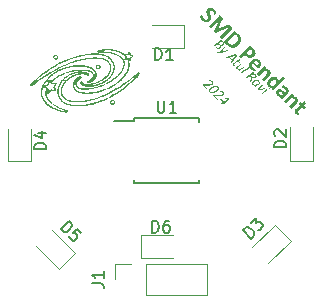
<source format=gbr>
%TF.GenerationSoftware,KiCad,Pcbnew,7.0.10*%
%TF.CreationDate,2024-09-02T03:13:39+05:30*%
%TF.ProjectId,Ki-demo,4b692d64-656d-46f2-9e6b-696361645f70,rev?*%
%TF.SameCoordinates,Original*%
%TF.FileFunction,Legend,Top*%
%TF.FilePolarity,Positive*%
%FSLAX46Y46*%
G04 Gerber Fmt 4.6, Leading zero omitted, Abs format (unit mm)*
G04 Created by KiCad (PCBNEW 7.0.10) date 2024-09-02 03:13:39*
%MOMM*%
%LPD*%
G01*
G04 APERTURE LIST*
%ADD10C,0.150000*%
%ADD11C,0.200000*%
%ADD12C,0.000000*%
%ADD13C,0.120000*%
G04 APERTURE END LIST*
D10*
G36*
X96583098Y-44490823D02*
G01*
X96586443Y-44491421D01*
X96595002Y-44493859D01*
X96603725Y-44497787D01*
X96611488Y-44502968D01*
X96616131Y-44507119D01*
X96737837Y-44628825D01*
X96745752Y-44636869D01*
X96753293Y-44644794D01*
X96760459Y-44652603D01*
X96767251Y-44660294D01*
X96773668Y-44667867D01*
X96779712Y-44675323D01*
X96785381Y-44682661D01*
X96790675Y-44689882D01*
X96797153Y-44699327D01*
X96802964Y-44708563D01*
X96808218Y-44717688D01*
X96812941Y-44726720D01*
X96817136Y-44735660D01*
X96820801Y-44744508D01*
X96823936Y-44753263D01*
X96826542Y-44761926D01*
X96828619Y-44770497D01*
X96830166Y-44778976D01*
X96831411Y-44789395D01*
X96831844Y-44799671D01*
X96831466Y-44809802D01*
X96830275Y-44819790D01*
X96828272Y-44829632D01*
X96825457Y-44839331D01*
X96824104Y-44843170D01*
X96820219Y-44852607D01*
X96815561Y-44861877D01*
X96810128Y-44870980D01*
X96803921Y-44879916D01*
X96798399Y-44886945D01*
X96792380Y-44893867D01*
X96785867Y-44900681D01*
X96778998Y-44907321D01*
X96771994Y-44913641D01*
X96764854Y-44919640D01*
X96757577Y-44925318D01*
X96750165Y-44930676D01*
X96742617Y-44935713D01*
X96734932Y-44940429D01*
X96727112Y-44944825D01*
X96719260Y-44948908D01*
X96709329Y-44953581D01*
X96699269Y-44957775D01*
X96689080Y-44961492D01*
X96678762Y-44964730D01*
X96668315Y-44967491D01*
X96661985Y-44968917D01*
X96651466Y-44970890D01*
X96640895Y-44972339D01*
X96630270Y-44973264D01*
X96619592Y-44973665D01*
X96608861Y-44973543D01*
X96598077Y-44972897D01*
X96593749Y-44972492D01*
X96582969Y-44971170D01*
X96572197Y-44969338D01*
X96563585Y-44967507D01*
X96554978Y-44965350D01*
X96546376Y-44962868D01*
X96537778Y-44960061D01*
X96529185Y-44956928D01*
X96524891Y-44955239D01*
X96530202Y-44963520D01*
X96534946Y-44972041D01*
X96539120Y-44980802D01*
X96542727Y-44989804D01*
X96545765Y-44999046D01*
X96546652Y-45002181D01*
X96548947Y-45011565D01*
X96550586Y-45020949D01*
X96551570Y-45030334D01*
X96551898Y-45039718D01*
X96551570Y-45049103D01*
X96551315Y-45052231D01*
X96550085Y-45061610D01*
X96548145Y-45070978D01*
X96545495Y-45080335D01*
X96542134Y-45089681D01*
X96538063Y-45099016D01*
X96536549Y-45102125D01*
X96531636Y-45111370D01*
X96526983Y-45118948D01*
X96521821Y-45126412D01*
X96516151Y-45133763D01*
X96509972Y-45140999D01*
X96503285Y-45148122D01*
X96501886Y-45149533D01*
X96494546Y-45156578D01*
X96486902Y-45163334D01*
X96478954Y-45169802D01*
X96470702Y-45175981D01*
X96462147Y-45181872D01*
X96453289Y-45187475D01*
X96449660Y-45189635D01*
X96440463Y-45194725D01*
X96431038Y-45199405D01*
X96421386Y-45203675D01*
X96411506Y-45207535D01*
X96401398Y-45210985D01*
X96391062Y-45214025D01*
X96386864Y-45215127D01*
X96376341Y-45217574D01*
X96365659Y-45219574D01*
X96354817Y-45221126D01*
X96346029Y-45222046D01*
X96337139Y-45222678D01*
X96328147Y-45223024D01*
X96319053Y-45223084D01*
X96316763Y-45223054D01*
X96307641Y-45222729D01*
X96298461Y-45222063D01*
X96289222Y-45221058D01*
X96279925Y-45219712D01*
X96270570Y-45218027D01*
X96261156Y-45216001D01*
X96251684Y-45213636D01*
X96242154Y-45210930D01*
X96232593Y-45207867D01*
X96223026Y-45204431D01*
X96213455Y-45200620D01*
X96203878Y-45196436D01*
X96194297Y-45191877D01*
X96184711Y-45186944D01*
X96175120Y-45181638D01*
X96165525Y-45175957D01*
X96155965Y-45169822D01*
X96146328Y-45163153D01*
X96139050Y-45157801D01*
X96131727Y-45152148D01*
X96124361Y-45146194D01*
X96116951Y-45139940D01*
X96109498Y-45133385D01*
X96102000Y-45126530D01*
X96094459Y-45119374D01*
X96086874Y-45111918D01*
X95936880Y-44961923D01*
X95931031Y-44955239D01*
X96054544Y-44955239D01*
X96159929Y-45060624D01*
X96166650Y-45067168D01*
X96173350Y-45073335D01*
X96180028Y-45079124D01*
X96188897Y-45086257D01*
X96197728Y-45092720D01*
X96206520Y-45098512D01*
X96215272Y-45103635D01*
X96223987Y-45108086D01*
X96230497Y-45110985D01*
X96239177Y-45114410D01*
X96247808Y-45117377D01*
X96256391Y-45119889D01*
X96267052Y-45122386D01*
X96277636Y-45124169D01*
X96288145Y-45125239D01*
X96298577Y-45125596D01*
X96308907Y-45125274D01*
X96319109Y-45124306D01*
X96329181Y-45122693D01*
X96339124Y-45120435D01*
X96348938Y-45117532D01*
X96358623Y-45113984D01*
X96362461Y-45112384D01*
X96371919Y-45108031D01*
X96381059Y-45103131D01*
X96389879Y-45097685D01*
X96398381Y-45091692D01*
X96406564Y-45085153D01*
X96414429Y-45078067D01*
X96417485Y-45075080D01*
X96423819Y-45068292D01*
X96429416Y-45061335D01*
X96435731Y-45051795D01*
X96440734Y-45041954D01*
X96444425Y-45031812D01*
X96446805Y-45021368D01*
X96447874Y-45010624D01*
X96447631Y-44999578D01*
X96447018Y-44993943D01*
X96444720Y-44982465D01*
X96442022Y-44973684D01*
X96438487Y-44964756D01*
X96434116Y-44955680D01*
X96428910Y-44946457D01*
X96422867Y-44937086D01*
X96415988Y-44927568D01*
X96408273Y-44917902D01*
X96399722Y-44908089D01*
X96393557Y-44901465D01*
X96387020Y-44894775D01*
X96290339Y-44798094D01*
X96054544Y-44955239D01*
X95931031Y-44955239D01*
X95930614Y-44954763D01*
X95925678Y-44946685D01*
X95922818Y-44937681D01*
X95922424Y-44933167D01*
X95924300Y-44924376D01*
X95929363Y-44916878D01*
X95936547Y-44910544D01*
X95942320Y-44906743D01*
X96175019Y-44751153D01*
X96362772Y-44751153D01*
X96447950Y-44836331D01*
X96454414Y-44842592D01*
X96463010Y-44850290D01*
X96471582Y-44857244D01*
X96480130Y-44863456D01*
X96488653Y-44868924D01*
X96497152Y-44873649D01*
X96505627Y-44877631D01*
X96514078Y-44880869D01*
X96516187Y-44881563D01*
X96524667Y-44884016D01*
X96535187Y-44886440D01*
X96545615Y-44888151D01*
X96555952Y-44889148D01*
X96566198Y-44889432D01*
X96576353Y-44889002D01*
X96582402Y-44888402D01*
X96592459Y-44886911D01*
X96602326Y-44884865D01*
X96612004Y-44882266D01*
X96621491Y-44879112D01*
X96630789Y-44875405D01*
X96639898Y-44871143D01*
X96643488Y-44869283D01*
X96652262Y-44864450D01*
X96660610Y-44859374D01*
X96668534Y-44854056D01*
X96676032Y-44848494D01*
X96683106Y-44842689D01*
X96689754Y-44836642D01*
X96692295Y-44834155D01*
X96698308Y-44827681D01*
X96704250Y-44820082D01*
X96709203Y-44812269D01*
X96713164Y-44804242D01*
X96713589Y-44803224D01*
X96716611Y-44793846D01*
X96718158Y-44784076D01*
X96718294Y-44775061D01*
X96717631Y-44768095D01*
X96715804Y-44758478D01*
X96713250Y-44749839D01*
X96709803Y-44740992D01*
X96705463Y-44731937D01*
X96703330Y-44727993D01*
X96698434Y-44719927D01*
X96692489Y-44711468D01*
X96686733Y-44704118D01*
X96680248Y-44696495D01*
X96673035Y-44688599D01*
X96666740Y-44682085D01*
X96665093Y-44680430D01*
X96585511Y-44600847D01*
X96362772Y-44751153D01*
X96175019Y-44751153D01*
X96548362Y-44501524D01*
X96555904Y-44496859D01*
X96564470Y-44493033D01*
X96573949Y-44490791D01*
X96583098Y-44490823D01*
G37*
G36*
X97158134Y-45368386D02*
G01*
X97151274Y-45374442D01*
X97147253Y-45377401D01*
X97139370Y-45382039D01*
X97134974Y-45383774D01*
X97124751Y-45388530D01*
X97114424Y-45393297D01*
X97103993Y-45398075D01*
X97093458Y-45402863D01*
X97082820Y-45407663D01*
X97072077Y-45412474D01*
X97061231Y-45417295D01*
X97050281Y-45422128D01*
X97039227Y-45426971D01*
X97028070Y-45431825D01*
X97020574Y-45435068D01*
X97009239Y-45439947D01*
X96997736Y-45444794D01*
X96986063Y-45449609D01*
X96974220Y-45454390D01*
X96962208Y-45459139D01*
X96950027Y-45463855D01*
X96937676Y-45468538D01*
X96929348Y-45471642D01*
X96920945Y-45474731D01*
X96912466Y-45477806D01*
X96903913Y-45480866D01*
X96895284Y-45483911D01*
X96890941Y-45485429D01*
X96882190Y-45488446D01*
X96873345Y-45491435D01*
X96864407Y-45494396D01*
X96855375Y-45497329D01*
X96846250Y-45500234D01*
X96837031Y-45503112D01*
X96827719Y-45505961D01*
X96818314Y-45508783D01*
X96808815Y-45511576D01*
X96799222Y-45514342D01*
X96789536Y-45517080D01*
X96779756Y-45519789D01*
X96769883Y-45522471D01*
X96759916Y-45525125D01*
X96749856Y-45527751D01*
X96739702Y-45530349D01*
X96729455Y-45532928D01*
X96719076Y-45535457D01*
X96708564Y-45537936D01*
X96697919Y-45540365D01*
X96687143Y-45542745D01*
X96676234Y-45545074D01*
X96665192Y-45547354D01*
X96654019Y-45549584D01*
X96642713Y-45551765D01*
X96631274Y-45553895D01*
X96619703Y-45555976D01*
X96608000Y-45558007D01*
X96596165Y-45559988D01*
X96584197Y-45561920D01*
X96572096Y-45563801D01*
X96559864Y-45565633D01*
X96292204Y-45606668D01*
X96283187Y-45606804D01*
X96279614Y-45606202D01*
X96270968Y-45603676D01*
X96265314Y-45601228D01*
X96257270Y-45596604D01*
X96249786Y-45591091D01*
X96248683Y-45590192D01*
X96241659Y-45584305D01*
X96234760Y-45577987D01*
X96228787Y-45572161D01*
X96222560Y-45565762D01*
X96216622Y-45559229D01*
X96210859Y-45552191D01*
X96210445Y-45551644D01*
X96205452Y-45543928D01*
X96202518Y-45536256D01*
X96204499Y-45527392D01*
X96206093Y-45525842D01*
X96214484Y-45522017D01*
X96221792Y-45520712D01*
X96465359Y-45490403D01*
X96784468Y-45041039D01*
X96789842Y-45033619D01*
X96792550Y-45030159D01*
X96798502Y-45023608D01*
X96799700Y-45022387D01*
X96806841Y-45016821D01*
X96809182Y-45015703D01*
X96818038Y-45015593D01*
X96820373Y-45016325D01*
X96828564Y-45020703D01*
X96834673Y-45025340D01*
X96841450Y-45031312D01*
X96847905Y-45037406D01*
X96853015Y-45042438D01*
X96859205Y-45048727D01*
X96865534Y-45055444D01*
X96870890Y-45061557D01*
X96876355Y-45068870D01*
X96879283Y-45074303D01*
X96880036Y-45083243D01*
X96879749Y-45084095D01*
X96875508Y-45092033D01*
X96874309Y-45093576D01*
X96604785Y-45465377D01*
X96605717Y-45466310D01*
X96617894Y-45464185D01*
X96630003Y-45461948D01*
X96642044Y-45459598D01*
X96654016Y-45457137D01*
X96665920Y-45454564D01*
X96677756Y-45451878D01*
X96689523Y-45449081D01*
X96701222Y-45446171D01*
X96712853Y-45443150D01*
X96724416Y-45440017D01*
X96732086Y-45437865D01*
X96743547Y-45434560D01*
X96754964Y-45431173D01*
X96766338Y-45427704D01*
X96777667Y-45424153D01*
X96788953Y-45420520D01*
X96800196Y-45416805D01*
X96811394Y-45413008D01*
X96822549Y-45409129D01*
X96833660Y-45405168D01*
X96844728Y-45401126D01*
X96852082Y-45398385D01*
X96863081Y-45394215D01*
X96874044Y-45389982D01*
X96884972Y-45385687D01*
X96895864Y-45381328D01*
X96906720Y-45376907D01*
X96917541Y-45372423D01*
X96928327Y-45367876D01*
X96939077Y-45363266D01*
X96949792Y-45358594D01*
X96960471Y-45353858D01*
X96967570Y-45350666D01*
X96978229Y-45345801D01*
X96988871Y-45340881D01*
X96999497Y-45335907D01*
X97010106Y-45330877D01*
X97020699Y-45325794D01*
X97031276Y-45320655D01*
X97041836Y-45315462D01*
X97052380Y-45310214D01*
X97062907Y-45304912D01*
X97073418Y-45299555D01*
X97080416Y-45295953D01*
X97089140Y-45293469D01*
X97089432Y-45293466D01*
X97098335Y-45295313D01*
X97100623Y-45296264D01*
X97108557Y-45300789D01*
X97115545Y-45306212D01*
X97122415Y-45312325D01*
X97128842Y-45318387D01*
X97135172Y-45324596D01*
X97135907Y-45325330D01*
X97142699Y-45332309D01*
X97149228Y-45339524D01*
X97154851Y-45346550D01*
X97159377Y-45354086D01*
X97160896Y-45363124D01*
X97158134Y-45368386D01*
G37*
G36*
X97787957Y-45694800D02*
G01*
X97796555Y-45696718D01*
X97801946Y-45699152D01*
X97809874Y-45703970D01*
X97817001Y-45709488D01*
X97818733Y-45710965D01*
X97825619Y-45717143D01*
X97832517Y-45723652D01*
X97839244Y-45730237D01*
X97840805Y-45731793D01*
X97847654Y-45738720D01*
X97854453Y-45745792D01*
X97860883Y-45752757D01*
X97863654Y-45755886D01*
X97869272Y-45762786D01*
X97874388Y-45770488D01*
X97875623Y-45772828D01*
X97878444Y-45781476D01*
X97878265Y-45785419D01*
X97875059Y-45793754D01*
X97873291Y-45796610D01*
X97436207Y-46403429D01*
X97430269Y-46410708D01*
X97423949Y-46417266D01*
X97421441Y-46419439D01*
X97413545Y-46423338D01*
X97407763Y-46423480D01*
X97399464Y-46420316D01*
X97391576Y-46414944D01*
X97390976Y-46414465D01*
X97383814Y-46408188D01*
X97376999Y-46401824D01*
X97370218Y-46395237D01*
X97366572Y-46391616D01*
X97360333Y-46385229D01*
X97353953Y-46378297D01*
X97350563Y-46374362D01*
X97345239Y-46367329D01*
X97342014Y-46361461D01*
X97340495Y-46352776D01*
X97340615Y-46351980D01*
X97344549Y-46343819D01*
X97344967Y-46343275D01*
X97459834Y-46186441D01*
X97224194Y-45950802D01*
X97015600Y-46011421D01*
X97006991Y-46013311D01*
X97003320Y-46013442D01*
X96994315Y-46011606D01*
X96991041Y-46010178D01*
X96983369Y-46005525D01*
X96976195Y-45999915D01*
X96975653Y-45999453D01*
X96968688Y-45993245D01*
X96962215Y-45987137D01*
X96955871Y-45980913D01*
X96955136Y-45980179D01*
X96948283Y-45973154D01*
X96941823Y-45966099D01*
X96936119Y-45959250D01*
X96935240Y-45958107D01*
X96930331Y-45950338D01*
X96928401Y-45943185D01*
X96932423Y-45934908D01*
X96935551Y-45932616D01*
X96943825Y-45928244D01*
X96952707Y-45924747D01*
X96957001Y-45923290D01*
X96959797Y-45922512D01*
X97315279Y-45922512D01*
X97511127Y-46118361D01*
X97749409Y-45795211D01*
X97749098Y-45794900D01*
X97315279Y-45922512D01*
X96959797Y-45922512D01*
X97773657Y-45696043D01*
X97782523Y-45694780D01*
X97787957Y-45694800D01*
G37*
G36*
X98146391Y-46367212D02*
G01*
X98139863Y-46373216D01*
X98137376Y-46375295D01*
X98130022Y-46380632D01*
X98126340Y-46382911D01*
X98118337Y-46386955D01*
X98113128Y-46388973D01*
X98104486Y-46391769D01*
X98100227Y-46392859D01*
X98091229Y-46393622D01*
X98088880Y-46393326D01*
X98080702Y-46389432D01*
X98079709Y-46388507D01*
X97979143Y-46287941D01*
X97712260Y-46466536D01*
X97704453Y-46472066D01*
X97696972Y-46477603D01*
X97689929Y-46483002D01*
X97688323Y-46484255D01*
X97680873Y-46490394D01*
X97673871Y-46496515D01*
X97668117Y-46501975D01*
X97661597Y-46508950D01*
X97655156Y-46517139D01*
X97650224Y-46525132D01*
X97646375Y-46534208D01*
X97644580Y-46543017D01*
X97644491Y-46544253D01*
X97645394Y-46554269D01*
X97648432Y-46563144D01*
X97652705Y-46570835D01*
X97658519Y-46578602D01*
X97664542Y-46585133D01*
X97671088Y-46591384D01*
X97678131Y-46597407D01*
X97685598Y-46602911D01*
X97686924Y-46603785D01*
X97694662Y-46608448D01*
X97702354Y-46612710D01*
X97706198Y-46614665D01*
X97714320Y-46618512D01*
X97721586Y-46621660D01*
X97729374Y-46625801D01*
X97731845Y-46627877D01*
X97734798Y-46635804D01*
X97730747Y-46643644D01*
X97727804Y-46646840D01*
X97721200Y-46652830D01*
X97714281Y-46658187D01*
X97706713Y-46663374D01*
X97698871Y-46668151D01*
X97697805Y-46668757D01*
X97689645Y-46673031D01*
X97681640Y-46676218D01*
X97672959Y-46678554D01*
X97667650Y-46679015D01*
X97658508Y-46677256D01*
X97650863Y-46674663D01*
X97642424Y-46671019D01*
X97634223Y-46666789D01*
X97629258Y-46663938D01*
X97621262Y-46659068D01*
X97613302Y-46653646D01*
X97606098Y-46648239D01*
X97598964Y-46642580D01*
X97592133Y-46636679D01*
X97585606Y-46630534D01*
X97584337Y-46629276D01*
X97576996Y-46621677D01*
X97570224Y-46614130D01*
X97564021Y-46606637D01*
X97558387Y-46599197D01*
X97553322Y-46591810D01*
X97547996Y-46583016D01*
X97547188Y-46581558D01*
X97542871Y-46572862D01*
X97539363Y-46564144D01*
X97536664Y-46555404D01*
X97534773Y-46546643D01*
X97533691Y-46537860D01*
X97533510Y-46534927D01*
X97533735Y-46524688D01*
X97534828Y-46515960D01*
X97536752Y-46507275D01*
X97539506Y-46498634D01*
X97543090Y-46490036D01*
X97543769Y-46488607D01*
X97548413Y-46479948D01*
X97553954Y-46471223D01*
X97559257Y-46463902D01*
X97565181Y-46456535D01*
X97571728Y-46449123D01*
X97578897Y-46441666D01*
X97585285Y-46435475D01*
X97590865Y-46430319D01*
X97598015Y-46424413D01*
X97605283Y-46418875D01*
X97605787Y-46418506D01*
X97613072Y-46413338D01*
X97620238Y-46408170D01*
X97622263Y-46406693D01*
X97629816Y-46401249D01*
X97637495Y-46395969D01*
X97637962Y-46395657D01*
X97906554Y-46215352D01*
X97851997Y-46160795D01*
X97847504Y-46152886D01*
X97847334Y-46150536D01*
X97851085Y-46142124D01*
X97855882Y-46136702D01*
X97862760Y-46130446D01*
X97870118Y-46124653D01*
X97871271Y-46123801D01*
X97878949Y-46118755D01*
X97887160Y-46114182D01*
X97890078Y-46112765D01*
X97898392Y-46109671D01*
X97907035Y-46107940D01*
X97908730Y-46107791D01*
X97917791Y-46109059D01*
X97923341Y-46112765D01*
X97978521Y-46167945D01*
X98092455Y-46091626D01*
X98101004Y-46088673D01*
X98109925Y-46089800D01*
X98112661Y-46090693D01*
X98120777Y-46094887D01*
X98126961Y-46099398D01*
X98134014Y-46105243D01*
X98140543Y-46111230D01*
X98145614Y-46116185D01*
X98151749Y-46122502D01*
X98157869Y-46129322D01*
X98161934Y-46134371D01*
X98167147Y-46141936D01*
X98169706Y-46147738D01*
X98169997Y-46156630D01*
X98169706Y-46157375D01*
X98164577Y-46163748D01*
X98050643Y-46240066D01*
X98151209Y-46340633D01*
X98155729Y-46348550D01*
X98155095Y-46354156D01*
X98150752Y-46362133D01*
X98146391Y-46367212D01*
G37*
G36*
X98101315Y-47099312D02*
G01*
X98092911Y-47102700D01*
X98092610Y-47102732D01*
X98083702Y-47101406D01*
X98082352Y-47100867D01*
X98074408Y-47096468D01*
X98069606Y-47093095D01*
X98062459Y-47087063D01*
X98055546Y-47080565D01*
X98053285Y-47078328D01*
X98046777Y-47071564D01*
X98040671Y-47064524D01*
X98039296Y-47062785D01*
X98034540Y-47055376D01*
X98032612Y-47051127D01*
X98032301Y-47042734D01*
X98038363Y-47036361D01*
X98126184Y-46977451D01*
X98117447Y-46980375D01*
X98108020Y-46982850D01*
X98097905Y-46984877D01*
X98088950Y-46986224D01*
X98079517Y-46987260D01*
X98071627Y-46987865D01*
X98061503Y-46988307D01*
X98051244Y-46988369D01*
X98040848Y-46988052D01*
X98030315Y-46987355D01*
X98019645Y-46986279D01*
X98008839Y-46984823D01*
X98004479Y-46984135D01*
X97995796Y-46982510D01*
X97987157Y-46980589D01*
X97978562Y-46978372D01*
X97970011Y-46975858D01*
X97961503Y-46973048D01*
X97953039Y-46969942D01*
X97944619Y-46966539D01*
X97936242Y-46962840D01*
X97928021Y-46958918D01*
X97920067Y-46954690D01*
X97912381Y-46950155D01*
X97904961Y-46945315D01*
X97897809Y-46940168D01*
X97889244Y-46933305D01*
X97881096Y-46925964D01*
X97877954Y-46922893D01*
X97870807Y-46915488D01*
X97864208Y-46908117D01*
X97858158Y-46900780D01*
X97852657Y-46893477D01*
X97847705Y-46886208D01*
X97842287Y-46877170D01*
X97837726Y-46868184D01*
X97836142Y-46864605D01*
X97832699Y-46855709D01*
X97829946Y-46846897D01*
X97827884Y-46838168D01*
X97826321Y-46827804D01*
X97825753Y-46817560D01*
X97826039Y-46809115D01*
X97827228Y-46799091D01*
X97829281Y-46789187D01*
X97832197Y-46779404D01*
X97835977Y-46769741D01*
X97839786Y-46761780D01*
X97842360Y-46757044D01*
X97847101Y-46749168D01*
X97852290Y-46741376D01*
X97857927Y-46733667D01*
X97864011Y-46726042D01*
X97870544Y-46718500D01*
X97877524Y-46711042D01*
X97880441Y-46708082D01*
X97887021Y-46701681D01*
X97893838Y-46695399D01*
X97900893Y-46689237D01*
X97908186Y-46683193D01*
X97912461Y-46679793D01*
X97920137Y-46673989D01*
X97927932Y-46668275D01*
X97935845Y-46662650D01*
X97943878Y-46657114D01*
X97948522Y-46653990D01*
X98241983Y-46457520D01*
X98250688Y-46455033D01*
X98259441Y-46456430D01*
X98261724Y-46457365D01*
X98269462Y-46461693D01*
X98276024Y-46466691D01*
X98282875Y-46472737D01*
X98289314Y-46478815D01*
X98294365Y-46483789D01*
X98300531Y-46490076D01*
X98306768Y-46496779D01*
X98310997Y-46501664D01*
X98316374Y-46509065D01*
X98319079Y-46514720D01*
X98319639Y-46523656D01*
X98319546Y-46523891D01*
X98314572Y-46530109D01*
X98024219Y-46724403D01*
X98016200Y-46729646D01*
X98008230Y-46735233D01*
X98000309Y-46741165D01*
X97995930Y-46744609D01*
X97989129Y-46750321D01*
X97982407Y-46756267D01*
X97975762Y-46762445D01*
X97969195Y-46768857D01*
X97962802Y-46775541D01*
X97956993Y-46782224D01*
X97951154Y-46789744D01*
X97947123Y-46795592D01*
X97942402Y-46804089D01*
X97938926Y-46812678D01*
X97936695Y-46821357D01*
X97936398Y-46823104D01*
X97935817Y-46832615D01*
X97936852Y-46842125D01*
X97939196Y-46850771D01*
X97943139Y-46859469D01*
X97948116Y-46867219D01*
X97953675Y-46874046D01*
X97957693Y-46878283D01*
X97965287Y-46885217D01*
X97973594Y-46891544D01*
X97982615Y-46897263D01*
X97992350Y-46902376D01*
X98000651Y-46906029D01*
X98009409Y-46909293D01*
X98018623Y-46912168D01*
X98028175Y-46914638D01*
X98037946Y-46916686D01*
X98047935Y-46918310D01*
X98058143Y-46919513D01*
X98068569Y-46920292D01*
X98079214Y-46920649D01*
X98090077Y-46920584D01*
X98101159Y-46920095D01*
X98112457Y-46919143D01*
X98123892Y-46917764D01*
X98135462Y-46915957D01*
X98144229Y-46914321D01*
X98153072Y-46912445D01*
X98161992Y-46910329D01*
X98170988Y-46907972D01*
X98180061Y-46905374D01*
X98189211Y-46902536D01*
X98195353Y-46900511D01*
X98204599Y-46897293D01*
X98213801Y-46893818D01*
X98222960Y-46890087D01*
X98232074Y-46886099D01*
X98241146Y-46881854D01*
X98250173Y-46877352D01*
X98259157Y-46872593D01*
X98268097Y-46867578D01*
X98276993Y-46862305D01*
X98285845Y-46856776D01*
X98291723Y-46852947D01*
X98499073Y-46714610D01*
X98507467Y-46711812D01*
X98516146Y-46713372D01*
X98518814Y-46714455D01*
X98526551Y-46718783D01*
X98533114Y-46723781D01*
X98539965Y-46729827D01*
X98546403Y-46735905D01*
X98551455Y-46740879D01*
X98557621Y-46747166D01*
X98563858Y-46753869D01*
X98568087Y-46758754D01*
X98573464Y-46766155D01*
X98576169Y-46771810D01*
X98576729Y-46780746D01*
X98576635Y-46780981D01*
X98571662Y-46787198D01*
X98101315Y-47099312D01*
G37*
G36*
X98304468Y-47302466D02*
G01*
X98296035Y-47305217D01*
X98295453Y-47305264D01*
X98286629Y-47303645D01*
X98284728Y-47302932D01*
X98276762Y-47298479D01*
X98270428Y-47293917D01*
X98263577Y-47288072D01*
X98256524Y-47281493D01*
X98252087Y-47277130D01*
X98245757Y-47270649D01*
X98239404Y-47263712D01*
X98235144Y-47258633D01*
X98229965Y-47251034D01*
X98227217Y-47245421D01*
X98226521Y-47236622D01*
X98226595Y-47236406D01*
X98232347Y-47230344D01*
X98928074Y-46767147D01*
X98936371Y-46763987D01*
X98936934Y-46763883D01*
X98945910Y-46765268D01*
X98947815Y-46766059D01*
X98955476Y-46770464D01*
X98962115Y-46775385D01*
X98969244Y-46781307D01*
X98975958Y-46787480D01*
X98981233Y-46792639D01*
X98987369Y-46798956D01*
X98993489Y-46805776D01*
X98997554Y-46810825D01*
X99002854Y-46818303D01*
X99005637Y-46823881D01*
X99005792Y-46832741D01*
X99000196Y-46839269D01*
X98304468Y-47302466D01*
G37*
G36*
X99309384Y-47215489D02*
G01*
X99311533Y-47215889D01*
X99320881Y-47218775D01*
X99329517Y-47223064D01*
X99337439Y-47228753D01*
X99341532Y-47232520D01*
X99464326Y-47355314D01*
X99471718Y-47362843D01*
X99478800Y-47370334D01*
X99485569Y-47377787D01*
X99492027Y-47385201D01*
X99498174Y-47392577D01*
X99504009Y-47399915D01*
X99509533Y-47407215D01*
X99514745Y-47414477D01*
X99521210Y-47424099D01*
X99527122Y-47433653D01*
X99532564Y-47443132D01*
X99537468Y-47452529D01*
X99541832Y-47461843D01*
X99545657Y-47471074D01*
X99548943Y-47480223D01*
X99551690Y-47489289D01*
X99553898Y-47498273D01*
X99555566Y-47507174D01*
X99556773Y-47515978D01*
X99557524Y-47526826D01*
X99557432Y-47537499D01*
X99556498Y-47547998D01*
X99554721Y-47558322D01*
X99552102Y-47568472D01*
X99550126Y-47574478D01*
X99546174Y-47584340D01*
X99541410Y-47594013D01*
X99535834Y-47603497D01*
X99530789Y-47610946D01*
X99525223Y-47618275D01*
X99519138Y-47625482D01*
X99512533Y-47632568D01*
X99510801Y-47634320D01*
X99503330Y-47641524D01*
X99495685Y-47648368D01*
X99487865Y-47654852D01*
X99479869Y-47660977D01*
X99471699Y-47666743D01*
X99463354Y-47672149D01*
X99454835Y-47677196D01*
X99446140Y-47681883D01*
X99437287Y-47686189D01*
X99428294Y-47690092D01*
X99419160Y-47693592D01*
X99409885Y-47696689D01*
X99400469Y-47699382D01*
X99390912Y-47701672D01*
X99381214Y-47703559D01*
X99371376Y-47705043D01*
X99361442Y-47706073D01*
X99351383Y-47706675D01*
X99341197Y-47706850D01*
X99330885Y-47706598D01*
X99320446Y-47705918D01*
X99309882Y-47704810D01*
X99299191Y-47703275D01*
X99288373Y-47701313D01*
X99277502Y-47698938D01*
X99266573Y-47696086D01*
X99255586Y-47692759D01*
X99244541Y-47688956D01*
X99236218Y-47685791D01*
X99227863Y-47682358D01*
X99219475Y-47678658D01*
X99211054Y-47674690D01*
X99202600Y-47670454D01*
X99199775Y-47668982D01*
X99203714Y-47679086D01*
X99206302Y-47689675D01*
X99207400Y-47698495D01*
X99207633Y-47707627D01*
X99207002Y-47717070D01*
X99205506Y-47726824D01*
X99203145Y-47736888D01*
X99201640Y-47742037D01*
X99198119Y-47752582D01*
X99193849Y-47763467D01*
X99190156Y-47771855D01*
X99186042Y-47780433D01*
X99181508Y-47789203D01*
X99176552Y-47798163D01*
X99171176Y-47807316D01*
X99165379Y-47816659D01*
X99159161Y-47826194D01*
X99152523Y-47835920D01*
X99049003Y-47986070D01*
X99043750Y-47993145D01*
X99038305Y-48000464D01*
X99035480Y-48004256D01*
X99029754Y-48011544D01*
X99023512Y-48018401D01*
X99015917Y-48022896D01*
X99014341Y-48023219D01*
X99005526Y-48022009D01*
X99002683Y-48020888D01*
X98994914Y-48016312D01*
X98987263Y-48010634D01*
X98986674Y-48010162D01*
X98980001Y-48004375D01*
X98973298Y-47998158D01*
X98966746Y-47991783D01*
X98965223Y-47990267D01*
X98958617Y-47983509D01*
X98952473Y-47976847D01*
X98947504Y-47970993D01*
X98942569Y-47963571D01*
X98939888Y-47957159D01*
X98939667Y-47948129D01*
X98940198Y-47946279D01*
X98944548Y-47938388D01*
X98947038Y-47934776D01*
X99059728Y-47777631D01*
X99065767Y-47769221D01*
X99071449Y-47760895D01*
X99076775Y-47752652D01*
X99081744Y-47744492D01*
X99086356Y-47736416D01*
X99090612Y-47728423D01*
X99092214Y-47725250D01*
X99096691Y-47715749D01*
X99100447Y-47706248D01*
X99103482Y-47696747D01*
X99105795Y-47687246D01*
X99107387Y-47677745D01*
X99107758Y-47674578D01*
X99108306Y-47665071D01*
X99107969Y-47655554D01*
X99106747Y-47646026D01*
X99104639Y-47636487D01*
X99101646Y-47626936D01*
X99100452Y-47623751D01*
X99096181Y-47614197D01*
X99091795Y-47606244D01*
X99086657Y-47598298D01*
X99080768Y-47590360D01*
X99074128Y-47582430D01*
X99066737Y-47574507D01*
X99065168Y-47572923D01*
X99014807Y-47522562D01*
X98721346Y-47719032D01*
X98712786Y-47721644D01*
X98712486Y-47721675D01*
X98703630Y-47719970D01*
X98701294Y-47718877D01*
X98693437Y-47714221D01*
X98686373Y-47709240D01*
X98679042Y-47703318D01*
X98672238Y-47697145D01*
X98666943Y-47691987D01*
X98660438Y-47685298D01*
X98654347Y-47678587D01*
X98650467Y-47673956D01*
X98645182Y-47666495D01*
X98641763Y-47660278D01*
X98640345Y-47651439D01*
X98640519Y-47650641D01*
X98646115Y-47643802D01*
X98903804Y-47472201D01*
X99088794Y-47472201D01*
X99155321Y-47538728D01*
X99162594Y-47545824D01*
X99169844Y-47552540D01*
X99177068Y-47558877D01*
X99184268Y-47564833D01*
X99191443Y-47570410D01*
X99198594Y-47575608D01*
X99208090Y-47581946D01*
X99217543Y-47587610D01*
X99226951Y-47592599D01*
X99231639Y-47594840D01*
X99240948Y-47598893D01*
X99250146Y-47602427D01*
X99259232Y-47605441D01*
X99268206Y-47607935D01*
X99277068Y-47609910D01*
X99285818Y-47611364D01*
X99296599Y-47612452D01*
X99302984Y-47612715D01*
X99313500Y-47612534D01*
X99323774Y-47611701D01*
X99333804Y-47610215D01*
X99343592Y-47608076D01*
X99353136Y-47605284D01*
X99362438Y-47601840D01*
X99366091Y-47600280D01*
X99375056Y-47595972D01*
X99383687Y-47591209D01*
X99391984Y-47585990D01*
X99399947Y-47580316D01*
X99407576Y-47574187D01*
X99414871Y-47567602D01*
X99417695Y-47564841D01*
X99423655Y-47558375D01*
X99429574Y-47550640D01*
X99434540Y-47542535D01*
X99438555Y-47534062D01*
X99438990Y-47532976D01*
X99441904Y-47524039D01*
X99443653Y-47514791D01*
X99444236Y-47505231D01*
X99443653Y-47495361D01*
X99442158Y-47486515D01*
X99439577Y-47477387D01*
X99435910Y-47467976D01*
X99431903Y-47459685D01*
X99427954Y-47452616D01*
X99422484Y-47443977D01*
X99417316Y-47436669D01*
X99411594Y-47429262D01*
X99405319Y-47421757D01*
X99398489Y-47414153D01*
X99391105Y-47406450D01*
X99389562Y-47404898D01*
X99311378Y-47326714D01*
X99088794Y-47472201D01*
X98903804Y-47472201D01*
X99274229Y-47225526D01*
X99282920Y-47220496D01*
X99291314Y-47217102D01*
X99300543Y-47215227D01*
X99309384Y-47215489D01*
G37*
G36*
X99591876Y-47852167D02*
G01*
X99600720Y-47852663D01*
X99609524Y-47853462D01*
X99618287Y-47854564D01*
X99627009Y-47855970D01*
X99635690Y-47857679D01*
X99644330Y-47859692D01*
X99652928Y-47862007D01*
X99661486Y-47864626D01*
X99667169Y-47866540D01*
X99675649Y-47869687D01*
X99684012Y-47873242D01*
X99692258Y-47877203D01*
X99700386Y-47881571D01*
X99708396Y-47886347D01*
X99716289Y-47891530D01*
X99724065Y-47897119D01*
X99731723Y-47903116D01*
X99739264Y-47909520D01*
X99746687Y-47916331D01*
X99751570Y-47921098D01*
X99758612Y-47928432D01*
X99765164Y-47935861D01*
X99771227Y-47943387D01*
X99776802Y-47951007D01*
X99781887Y-47958724D01*
X99786483Y-47966536D01*
X99790590Y-47974443D01*
X99795305Y-47985135D01*
X99799151Y-47995998D01*
X99801465Y-48004256D01*
X99803974Y-48015474D01*
X99805904Y-48026901D01*
X99807257Y-48038537D01*
X99807892Y-48047401D01*
X99808203Y-48056382D01*
X99808188Y-48065481D01*
X99807847Y-48074697D01*
X99807182Y-48084031D01*
X99806192Y-48093482D01*
X99805351Y-48099849D01*
X99853069Y-48068606D01*
X99861888Y-48066086D01*
X99871043Y-48067862D01*
X99873120Y-48068762D01*
X99880886Y-48073249D01*
X99887929Y-48078543D01*
X99894698Y-48084419D01*
X99902031Y-48091455D01*
X99908539Y-48098168D01*
X99914646Y-48105022D01*
X99916021Y-48106688D01*
X99921036Y-48114056D01*
X99923015Y-48118656D01*
X99923015Y-48127361D01*
X99917886Y-48133423D01*
X99448005Y-48446003D01*
X99439624Y-48449012D01*
X99430528Y-48447975D01*
X99427799Y-48446935D01*
X99419437Y-48441936D01*
X99412248Y-48436316D01*
X99405192Y-48430028D01*
X99398577Y-48423620D01*
X99392120Y-48416907D01*
X99386200Y-48410054D01*
X99384898Y-48408387D01*
X99380102Y-48400774D01*
X99378215Y-48396730D01*
X99377282Y-48388025D01*
X99383655Y-48381653D01*
X99471942Y-48322276D01*
X99462469Y-48325840D01*
X99453448Y-48328398D01*
X99443598Y-48330496D01*
X99434754Y-48331894D01*
X99425334Y-48332973D01*
X99419405Y-48333468D01*
X99409327Y-48334044D01*
X99399104Y-48334218D01*
X99388738Y-48333989D01*
X99378227Y-48333358D01*
X99367572Y-48332325D01*
X99356773Y-48330890D01*
X99352413Y-48330204D01*
X99343749Y-48328613D01*
X99335091Y-48326716D01*
X99326438Y-48324513D01*
X99317789Y-48322004D01*
X99309146Y-48319190D01*
X99300507Y-48316069D01*
X99291873Y-48312642D01*
X99283244Y-48308909D01*
X99274753Y-48304936D01*
X99266535Y-48300632D01*
X99258588Y-48295998D01*
X99250913Y-48291034D01*
X99243511Y-48285739D01*
X99236380Y-48280115D01*
X99229522Y-48274159D01*
X99222935Y-48267874D01*
X99216591Y-48261314D01*
X99210673Y-48254748D01*
X99203445Y-48245986D01*
X99196975Y-48237213D01*
X99191263Y-48228431D01*
X99186308Y-48219639D01*
X99182111Y-48210838D01*
X99178672Y-48202027D01*
X99177237Y-48197617D01*
X99174903Y-48188818D01*
X99173108Y-48180063D01*
X99171853Y-48171351D01*
X99171468Y-48166219D01*
X99279125Y-48166219D01*
X99279261Y-48175934D01*
X99280601Y-48185649D01*
X99283076Y-48194180D01*
X99286964Y-48202637D01*
X99292265Y-48211019D01*
X99297934Y-48218145D01*
X99303450Y-48224041D01*
X99311313Y-48231244D01*
X99319844Y-48237794D01*
X99329043Y-48243691D01*
X99336882Y-48247939D01*
X99345150Y-48251769D01*
X99353844Y-48255181D01*
X99362966Y-48258175D01*
X99365314Y-48258859D01*
X99374866Y-48261329D01*
X99384636Y-48263376D01*
X99394625Y-48265001D01*
X99404833Y-48266203D01*
X99415259Y-48266983D01*
X99425904Y-48267340D01*
X99436768Y-48267274D01*
X99447850Y-48266786D01*
X99459136Y-48265841D01*
X99470534Y-48264484D01*
X99482043Y-48262713D01*
X99490748Y-48261114D01*
X99499517Y-48259283D01*
X99508348Y-48257220D01*
X99517242Y-48254924D01*
X99526199Y-48252397D01*
X99535218Y-48249637D01*
X99541266Y-48247667D01*
X99550346Y-48244505D01*
X99559398Y-48241081D01*
X99568422Y-48237394D01*
X99577420Y-48233445D01*
X99586390Y-48229234D01*
X99595332Y-48224760D01*
X99604248Y-48220024D01*
X99613136Y-48215026D01*
X99621996Y-48209766D01*
X99630830Y-48204243D01*
X99636704Y-48200415D01*
X99723281Y-48143681D01*
X99725209Y-48134000D01*
X99726795Y-48124539D01*
X99728039Y-48115300D01*
X99728942Y-48106282D01*
X99729504Y-48097486D01*
X99729721Y-48086101D01*
X99729331Y-48075110D01*
X99728334Y-48064513D01*
X99726730Y-48054309D01*
X99726234Y-48051819D01*
X99723912Y-48042066D01*
X99720911Y-48032623D01*
X99717229Y-48023491D01*
X99712867Y-48014670D01*
X99707825Y-48006160D01*
X99702103Y-47997961D01*
X99695701Y-47990072D01*
X99688619Y-47982495D01*
X99681069Y-47975499D01*
X99673185Y-47969277D01*
X99664967Y-47963829D01*
X99656415Y-47959155D01*
X99647529Y-47955256D01*
X99638309Y-47952131D01*
X99634527Y-47951097D01*
X99624983Y-47949002D01*
X99615295Y-47947475D01*
X99605463Y-47946518D01*
X99595486Y-47946130D01*
X99585366Y-47946312D01*
X99575101Y-47947062D01*
X99570954Y-47947522D01*
X99560574Y-47948960D01*
X99550125Y-47950846D01*
X99539609Y-47953180D01*
X99529023Y-47955962D01*
X99520506Y-47958509D01*
X99511945Y-47961344D01*
X99503340Y-47964465D01*
X99494750Y-47967814D01*
X99486233Y-47971333D01*
X99477788Y-47975022D01*
X99469416Y-47978881D01*
X99461118Y-47982910D01*
X99452892Y-47987110D01*
X99444739Y-47991479D01*
X99436658Y-47996018D01*
X99428719Y-48000717D01*
X99420911Y-48005490D01*
X99413234Y-48010335D01*
X99405688Y-48015253D01*
X99398273Y-48020244D01*
X99390990Y-48025308D01*
X99383837Y-48030444D01*
X99376816Y-48035654D01*
X99368371Y-48042218D01*
X99360328Y-48048699D01*
X99352688Y-48055096D01*
X99345450Y-48061410D01*
X99338614Y-48067640D01*
X99332180Y-48073787D01*
X99329719Y-48076222D01*
X99323038Y-48083127D01*
X99316594Y-48090240D01*
X99310389Y-48097560D01*
X99304422Y-48105090D01*
X99301119Y-48109486D01*
X99295870Y-48117327D01*
X99291275Y-48125347D01*
X99287336Y-48133546D01*
X99284050Y-48141923D01*
X99282467Y-48146790D01*
X99280193Y-48156505D01*
X99279125Y-48166219D01*
X99171468Y-48166219D01*
X99171041Y-48160523D01*
X99171072Y-48149763D01*
X99171946Y-48139072D01*
X99173662Y-48128449D01*
X99176133Y-48117936D01*
X99179272Y-48107574D01*
X99183079Y-48097365D01*
X99186606Y-48089306D01*
X99190560Y-48081345D01*
X99194941Y-48073481D01*
X99199750Y-48065714D01*
X99201019Y-48063788D01*
X99206320Y-48056154D01*
X99211812Y-48048642D01*
X99217492Y-48041252D01*
X99223362Y-48033983D01*
X99229422Y-48026835D01*
X99235671Y-48019809D01*
X99242109Y-48012904D01*
X99248737Y-48006121D01*
X99255127Y-47999872D01*
X99261862Y-47993560D01*
X99268941Y-47987185D01*
X99276366Y-47980746D01*
X99284135Y-47974245D01*
X99292249Y-47967680D01*
X99300708Y-47961052D01*
X99309512Y-47954361D01*
X99318637Y-47947743D01*
X99327980Y-47941256D01*
X99337542Y-47934900D01*
X99347322Y-47928676D01*
X99357321Y-47922582D01*
X99364963Y-47918098D01*
X99372729Y-47913688D01*
X99380617Y-47909351D01*
X99388629Y-47905088D01*
X99396739Y-47900932D01*
X99404922Y-47896915D01*
X99413180Y-47893038D01*
X99421511Y-47889299D01*
X99429916Y-47885701D01*
X99438394Y-47882241D01*
X99446947Y-47878921D01*
X99455573Y-47875740D01*
X99464273Y-47872699D01*
X99473047Y-47869797D01*
X99478937Y-47867939D01*
X99487828Y-47865344D01*
X99496726Y-47862978D01*
X99505628Y-47860841D01*
X99514536Y-47858934D01*
X99523450Y-47857256D01*
X99532369Y-47855808D01*
X99541293Y-47854589D01*
X99550223Y-47853600D01*
X99559159Y-47852841D01*
X99568100Y-47852311D01*
X99574063Y-47852085D01*
X99582990Y-47851974D01*
X99591876Y-47852167D01*
G37*
G36*
X100351861Y-48561180D02*
G01*
X100344802Y-48566955D01*
X100341602Y-48568952D01*
X100333652Y-48573102D01*
X100329167Y-48575169D01*
X100321219Y-48579044D01*
X100313228Y-48582895D01*
X100305194Y-48586723D01*
X100297119Y-48590528D01*
X100289000Y-48594310D01*
X100280839Y-48598069D01*
X100272636Y-48601805D01*
X100264390Y-48605518D01*
X100256101Y-48609208D01*
X100247770Y-48612875D01*
X100239397Y-48616518D01*
X100230981Y-48620139D01*
X100222522Y-48623736D01*
X100214021Y-48627311D01*
X100205478Y-48630862D01*
X100196892Y-48634390D01*
X100188307Y-48637888D01*
X100179690Y-48641348D01*
X100171039Y-48644771D01*
X100162356Y-48648156D01*
X100153640Y-48651503D01*
X100144892Y-48654813D01*
X100136110Y-48658085D01*
X100127296Y-48661319D01*
X100118449Y-48664516D01*
X100109569Y-48667675D01*
X100100656Y-48670797D01*
X100091711Y-48673880D01*
X100082733Y-48676927D01*
X100073722Y-48679935D01*
X100064678Y-48682906D01*
X100055601Y-48685839D01*
X100046496Y-48688728D01*
X100037367Y-48691566D01*
X100028213Y-48694353D01*
X100019035Y-48697089D01*
X100009833Y-48699774D01*
X100000606Y-48702408D01*
X99991356Y-48704991D01*
X99982081Y-48707522D01*
X99972781Y-48710003D01*
X99963457Y-48712433D01*
X99954109Y-48714812D01*
X99944737Y-48717140D01*
X99935341Y-48719417D01*
X99925920Y-48721643D01*
X99916475Y-48723818D01*
X99907005Y-48725942D01*
X99897534Y-48727987D01*
X99888045Y-48729966D01*
X99878537Y-48731878D01*
X99869011Y-48733723D01*
X99859467Y-48735501D01*
X99849905Y-48737213D01*
X99840324Y-48738858D01*
X99830725Y-48740436D01*
X99821109Y-48741947D01*
X99811473Y-48743392D01*
X99801820Y-48744769D01*
X99792148Y-48746080D01*
X99782459Y-48747324D01*
X99772751Y-48748502D01*
X99763024Y-48749612D01*
X99753280Y-48750656D01*
X99744124Y-48751579D01*
X99738980Y-48750967D01*
X99730211Y-48748197D01*
X99725457Y-48745837D01*
X99718015Y-48740841D01*
X99711157Y-48735268D01*
X99704212Y-48728960D01*
X99697596Y-48722607D01*
X99694059Y-48719102D01*
X99687667Y-48712613D01*
X99681358Y-48705963D01*
X99675444Y-48699381D01*
X99672920Y-48696409D01*
X99667361Y-48688920D01*
X99662850Y-48681266D01*
X99662661Y-48680865D01*
X99660709Y-48672093D01*
X99660951Y-48669519D01*
X99664566Y-48661389D01*
X99665925Y-48659571D01*
X99978195Y-48231036D01*
X99984032Y-48224305D01*
X99985966Y-48222021D01*
X99992063Y-48215616D01*
X99992650Y-48215026D01*
X99999593Y-48209556D01*
X100002909Y-48208187D01*
X100011936Y-48208476D01*
X100013323Y-48208964D01*
X100021253Y-48213202D01*
X100026535Y-48217202D01*
X100033238Y-48223100D01*
X100039912Y-48229414D01*
X100045343Y-48234766D01*
X100051949Y-48241494D01*
X100058093Y-48248052D01*
X100063062Y-48253729D01*
X100068386Y-48260763D01*
X100071611Y-48266631D01*
X100072413Y-48275447D01*
X100072233Y-48275957D01*
X100068038Y-48283691D01*
X100067414Y-48284506D01*
X99792450Y-48653975D01*
X99787165Y-48659260D01*
X99791983Y-48658794D01*
X99803989Y-48656385D01*
X99815874Y-48653937D01*
X99827639Y-48651452D01*
X99839284Y-48648928D01*
X99850809Y-48646366D01*
X99862213Y-48643766D01*
X99873497Y-48641128D01*
X99884662Y-48638451D01*
X99895705Y-48635736D01*
X99906629Y-48632983D01*
X99913844Y-48631126D01*
X99924678Y-48628282D01*
X99935495Y-48625345D01*
X99946296Y-48622315D01*
X99957080Y-48619192D01*
X99967848Y-48615976D01*
X99978599Y-48612667D01*
X99989334Y-48609265D01*
X100000053Y-48605771D01*
X100010755Y-48602183D01*
X100021441Y-48598503D01*
X100028556Y-48595998D01*
X100039296Y-48592156D01*
X100050066Y-48588207D01*
X100060866Y-48584152D01*
X100071696Y-48579990D01*
X100082556Y-48575722D01*
X100093447Y-48571347D01*
X100104367Y-48566866D01*
X100115318Y-48562278D01*
X100126298Y-48557584D01*
X100137309Y-48552783D01*
X100144666Y-48549523D01*
X100155795Y-48544528D01*
X100167090Y-48539393D01*
X100178553Y-48534120D01*
X100190182Y-48528706D01*
X100201977Y-48523154D01*
X100209933Y-48519375D01*
X100217964Y-48515534D01*
X100226068Y-48511631D01*
X100234247Y-48507666D01*
X100242500Y-48503640D01*
X100250826Y-48499551D01*
X100259227Y-48495400D01*
X100267702Y-48491188D01*
X100271967Y-48489058D01*
X100280452Y-48486351D01*
X100282381Y-48486105D01*
X100291060Y-48487558D01*
X100293728Y-48488747D01*
X100301362Y-48493474D01*
X100308184Y-48498851D01*
X100314799Y-48504709D01*
X100321632Y-48511154D01*
X100327768Y-48517192D01*
X100334484Y-48524055D01*
X100340553Y-48530619D01*
X100344245Y-48534912D01*
X100349857Y-48542218D01*
X100352793Y-48546880D01*
X100354814Y-48555118D01*
X100351861Y-48561180D01*
G37*
G36*
X100688378Y-48631592D02*
G01*
X100680431Y-48636845D01*
X100672034Y-48641672D01*
X100663323Y-48645755D01*
X100661799Y-48646359D01*
X100652837Y-48649069D01*
X100643424Y-48650229D01*
X100638483Y-48650089D01*
X100629465Y-48648230D01*
X100621050Y-48644784D01*
X100616101Y-48642007D01*
X100608827Y-48637028D01*
X100601969Y-48631509D01*
X100594816Y-48625006D01*
X100591542Y-48621800D01*
X100584964Y-48614878D01*
X100578838Y-48607561D01*
X100573536Y-48599969D01*
X100572734Y-48598640D01*
X100568963Y-48590410D01*
X100567481Y-48581486D01*
X100567605Y-48579211D01*
X100570239Y-48570793D01*
X100575348Y-48562998D01*
X100576776Y-48561336D01*
X100583085Y-48555186D01*
X100590129Y-48549309D01*
X100597532Y-48543785D01*
X100599314Y-48542528D01*
X100607398Y-48537462D01*
X100615862Y-48532872D01*
X100624542Y-48529085D01*
X100626049Y-48528539D01*
X100635127Y-48526047D01*
X100643943Y-48524867D01*
X100649675Y-48524808D01*
X100658943Y-48526215D01*
X100667362Y-48529563D01*
X100672213Y-48532425D01*
X100679405Y-48537485D01*
X100686215Y-48543052D01*
X100693345Y-48549578D01*
X100696616Y-48552787D01*
X100703182Y-48559672D01*
X100709266Y-48566861D01*
X100714485Y-48574208D01*
X100715268Y-48575480D01*
X100719063Y-48583537D01*
X100720318Y-48592770D01*
X100720087Y-48595221D01*
X100717452Y-48604016D01*
X100712344Y-48611794D01*
X100710916Y-48613406D01*
X100704177Y-48619971D01*
X100696991Y-48625676D01*
X100689304Y-48630991D01*
X100688378Y-48631592D01*
G37*
G36*
X100047830Y-49045827D02*
G01*
X100039396Y-49048578D01*
X100038814Y-49048625D01*
X100029991Y-49047006D01*
X100028089Y-49046294D01*
X100020124Y-49041841D01*
X100013789Y-49037278D01*
X100006938Y-49031433D01*
X99999885Y-49024854D01*
X99995448Y-49020491D01*
X99989118Y-49014010D01*
X99982765Y-49007073D01*
X99978506Y-49001994D01*
X99973327Y-48994395D01*
X99970578Y-48988782D01*
X99969882Y-48979983D01*
X99969957Y-48979767D01*
X99975708Y-48973705D01*
X100444656Y-48661125D01*
X100452894Y-48658172D01*
X100461910Y-48659598D01*
X100463774Y-48660348D01*
X100471760Y-48664671D01*
X100477919Y-48669208D01*
X100485074Y-48675155D01*
X100491850Y-48681390D01*
X100497193Y-48686616D01*
X100503801Y-48693446D01*
X100509754Y-48700141D01*
X100513358Y-48704647D01*
X100518614Y-48712169D01*
X100521285Y-48717859D01*
X100521845Y-48726795D01*
X100521752Y-48727030D01*
X100516778Y-48733247D01*
X100047830Y-49045827D01*
G37*
G36*
X95381541Y-48590214D02*
G01*
X95374537Y-48596028D01*
X95373148Y-48597053D01*
X95365922Y-48602117D01*
X95361179Y-48604980D01*
X95353357Y-48609301D01*
X95347501Y-48612130D01*
X95339065Y-48615369D01*
X95333356Y-48616638D01*
X95324386Y-48617179D01*
X95320455Y-48616794D01*
X95312027Y-48613397D01*
X95310041Y-48611664D01*
X94997461Y-48299084D01*
X94991559Y-48292211D01*
X94989067Y-48288204D01*
X94986738Y-48279550D01*
X94986736Y-48278411D01*
X94989088Y-48269668D01*
X94989223Y-48269396D01*
X94994345Y-48262174D01*
X94995906Y-48260536D01*
X95002355Y-48254526D01*
X95008030Y-48249656D01*
X95015455Y-48244092D01*
X95023469Y-48239192D01*
X95026838Y-48237376D01*
X95035508Y-48233413D01*
X95044147Y-48230394D01*
X95051708Y-48228361D01*
X95060754Y-48226679D01*
X95070408Y-48225908D01*
X95079616Y-48225993D01*
X95082795Y-48226185D01*
X95356205Y-48243749D01*
X95368069Y-48244487D01*
X95379703Y-48245126D01*
X95391107Y-48245667D01*
X95402282Y-48246110D01*
X95413227Y-48246454D01*
X95423943Y-48246700D01*
X95434430Y-48246847D01*
X95444687Y-48246897D01*
X95454714Y-48246847D01*
X95464512Y-48246700D01*
X95470916Y-48246547D01*
X95480373Y-48246219D01*
X95489625Y-48245816D01*
X95498672Y-48245341D01*
X95507514Y-48244791D01*
X95518985Y-48243943D01*
X95530091Y-48242965D01*
X95540833Y-48241855D01*
X95551211Y-48240614D01*
X95561224Y-48239241D01*
X95570968Y-48237750D01*
X95580382Y-48236152D01*
X95589465Y-48234447D01*
X95598218Y-48232635D01*
X95608694Y-48230220D01*
X95618655Y-48227638D01*
X95628100Y-48224889D01*
X95629926Y-48224320D01*
X95638865Y-48221476D01*
X95647416Y-48218579D01*
X95657167Y-48215032D01*
X95666360Y-48211409D01*
X95674995Y-48207710D01*
X95680443Y-48205201D01*
X95689561Y-48200729D01*
X95698009Y-48196153D01*
X95705788Y-48191472D01*
X95713858Y-48185995D01*
X95716659Y-48183907D01*
X95723819Y-48178379D01*
X95731154Y-48172323D01*
X95737726Y-48166439D01*
X95741684Y-48162612D01*
X95748026Y-48155632D01*
X95753448Y-48148546D01*
X95758600Y-48140698D01*
X95760803Y-48136965D01*
X95764825Y-48129077D01*
X95768031Y-48120800D01*
X95770420Y-48112134D01*
X95771994Y-48103080D01*
X95772587Y-48093550D01*
X95771878Y-48083612D01*
X95770189Y-48074581D01*
X95767504Y-48065238D01*
X95766554Y-48062512D01*
X95763062Y-48054266D01*
X95758532Y-48045965D01*
X95752964Y-48037610D01*
X95747530Y-48030605D01*
X95741376Y-48023563D01*
X95735933Y-48017902D01*
X95728021Y-48010369D01*
X95719828Y-48003315D01*
X95711354Y-47996738D01*
X95702600Y-47990640D01*
X95693564Y-47985020D01*
X95684248Y-47979878D01*
X95680443Y-47977955D01*
X95671036Y-47973391D01*
X95661757Y-47969124D01*
X95652608Y-47965152D01*
X95643588Y-47961476D01*
X95634697Y-47958097D01*
X95625934Y-47955013D01*
X95622466Y-47953862D01*
X95614043Y-47951110D01*
X95604396Y-47948109D01*
X95595252Y-47945435D01*
X95586611Y-47943089D01*
X95577165Y-47940766D01*
X95574592Y-47940184D01*
X95565382Y-47937911D01*
X95556602Y-47935015D01*
X95549411Y-47930858D01*
X95546216Y-47922540D01*
X95546613Y-47919667D01*
X95550602Y-47911404D01*
X95556561Y-47904434D01*
X95563217Y-47898664D01*
X95564644Y-47897595D01*
X95571954Y-47892358D01*
X95574902Y-47890134D01*
X95582377Y-47885094D01*
X95586560Y-47882829D01*
X95594791Y-47878946D01*
X95598995Y-47877233D01*
X95607359Y-47874441D01*
X95611741Y-47873192D01*
X95620637Y-47871722D01*
X95624486Y-47871637D01*
X95633718Y-47872257D01*
X95642965Y-47873840D01*
X95652857Y-47876052D01*
X95656972Y-47877077D01*
X95665721Y-47879458D01*
X95674830Y-47882287D01*
X95684300Y-47885564D01*
X95694131Y-47889289D01*
X95702599Y-47892735D01*
X95707800Y-47894952D01*
X95716641Y-47898856D01*
X95725580Y-47903086D01*
X95734619Y-47907642D01*
X95743756Y-47912524D01*
X95752992Y-47917733D01*
X95762326Y-47923268D01*
X95766088Y-47925573D01*
X95773638Y-47930355D01*
X95781058Y-47935375D01*
X95788347Y-47940633D01*
X95795504Y-47946130D01*
X95802530Y-47951864D01*
X95809425Y-47957836D01*
X95816189Y-47964046D01*
X95822822Y-47970494D01*
X95830458Y-47978341D01*
X95837630Y-47986144D01*
X95844338Y-47993904D01*
X95850581Y-48001620D01*
X95856360Y-48009292D01*
X95861674Y-48016921D01*
X95866524Y-48024505D01*
X95872268Y-48034550D01*
X95877186Y-48044518D01*
X95880333Y-48051942D01*
X95883980Y-48061691D01*
X95887075Y-48071274D01*
X95889615Y-48080693D01*
X95891602Y-48089946D01*
X95893035Y-48099034D01*
X95893914Y-48107957D01*
X95894234Y-48118878D01*
X95894011Y-48125307D01*
X95893109Y-48135737D01*
X95891570Y-48145848D01*
X95889393Y-48155640D01*
X95886579Y-48165113D01*
X95883127Y-48174268D01*
X95879038Y-48183104D01*
X95877224Y-48186549D01*
X95872511Y-48194934D01*
X95867600Y-48202894D01*
X95862492Y-48210429D01*
X95857187Y-48217539D01*
X95850561Y-48225510D01*
X95843650Y-48232869D01*
X95836763Y-48239570D01*
X95829624Y-48246151D01*
X95822234Y-48252612D01*
X95814593Y-48258953D01*
X95806701Y-48265173D01*
X95804014Y-48267220D01*
X95795719Y-48273183D01*
X95786921Y-48278950D01*
X95779205Y-48283606D01*
X95771141Y-48288125D01*
X95762727Y-48292507D01*
X95753964Y-48296752D01*
X95744862Y-48300790D01*
X95735336Y-48304646D01*
X95725384Y-48308319D01*
X95715008Y-48311810D01*
X95706401Y-48314472D01*
X95697521Y-48317017D01*
X95688370Y-48319446D01*
X95678932Y-48321782D01*
X95669116Y-48323973D01*
X95658920Y-48326018D01*
X95648346Y-48327917D01*
X95637392Y-48329671D01*
X95626060Y-48331279D01*
X95617312Y-48332389D01*
X95608351Y-48333417D01*
X95602259Y-48334057D01*
X95592957Y-48334921D01*
X95583412Y-48335705D01*
X95573624Y-48336411D01*
X95563592Y-48337037D01*
X95553317Y-48337584D01*
X95542800Y-48338051D01*
X95532039Y-48338440D01*
X95521034Y-48338749D01*
X95509787Y-48338979D01*
X95498297Y-48339130D01*
X95490501Y-48339186D01*
X95478602Y-48339157D01*
X95466393Y-48339010D01*
X95453877Y-48338745D01*
X95441051Y-48338363D01*
X95427916Y-48337863D01*
X95418989Y-48337465D01*
X95409924Y-48337015D01*
X95400721Y-48336512D01*
X95391382Y-48335957D01*
X95381905Y-48335350D01*
X95372291Y-48334690D01*
X95362540Y-48333979D01*
X95352652Y-48333215D01*
X95347656Y-48332813D01*
X95144813Y-48317114D01*
X95386049Y-48558350D01*
X95391023Y-48566122D01*
X95391023Y-48574515D01*
X95387486Y-48582714D01*
X95381983Y-48589766D01*
X95381541Y-48590214D01*
G37*
G36*
X96092893Y-48346769D02*
G01*
X96103045Y-48347252D01*
X96113163Y-48348095D01*
X96123249Y-48349299D01*
X96133302Y-48350864D01*
X96136645Y-48351466D01*
X96146749Y-48353555D01*
X96156777Y-48356092D01*
X96166727Y-48359078D01*
X96176602Y-48362511D01*
X96186400Y-48366393D01*
X96189649Y-48367786D01*
X96197734Y-48371473D01*
X96205766Y-48375440D01*
X96213745Y-48379688D01*
X96221671Y-48384216D01*
X96229543Y-48389026D01*
X96237363Y-48394116D01*
X96240476Y-48396231D01*
X96248262Y-48401689D01*
X96255980Y-48407473D01*
X96263630Y-48413583D01*
X96271211Y-48420020D01*
X96278724Y-48426783D01*
X96286168Y-48433872D01*
X96289127Y-48436800D01*
X96296700Y-48444574D01*
X96303854Y-48452335D01*
X96310590Y-48460083D01*
X96316909Y-48467816D01*
X96322809Y-48475536D01*
X96328291Y-48483243D01*
X96333356Y-48490935D01*
X96338002Y-48498614D01*
X96343546Y-48508832D01*
X96348348Y-48519025D01*
X96352520Y-48529201D01*
X96356023Y-48539367D01*
X96358854Y-48549524D01*
X96361016Y-48559671D01*
X96362507Y-48569808D01*
X96363328Y-48579936D01*
X96363479Y-48590054D01*
X96362959Y-48600162D01*
X96361861Y-48610265D01*
X96360122Y-48620369D01*
X96357742Y-48630472D01*
X96354721Y-48640575D01*
X96351058Y-48650678D01*
X96346755Y-48660782D01*
X96341810Y-48670885D01*
X96336224Y-48680988D01*
X96331701Y-48688567D01*
X96326874Y-48696149D01*
X96321744Y-48703733D01*
X96316311Y-48711320D01*
X96310575Y-48718910D01*
X96304535Y-48726502D01*
X96298192Y-48734097D01*
X96291546Y-48741695D01*
X96284597Y-48749296D01*
X96277344Y-48756900D01*
X96272340Y-48761970D01*
X96265999Y-48768190D01*
X96259119Y-48774705D01*
X96251700Y-48781517D01*
X96243743Y-48788625D01*
X96236988Y-48794524D01*
X96229889Y-48800613D01*
X96222445Y-48806891D01*
X96214751Y-48813322D01*
X96206824Y-48819792D01*
X96198664Y-48826301D01*
X96190270Y-48832848D01*
X96181644Y-48839435D01*
X96172784Y-48846060D01*
X96163691Y-48852725D01*
X96154365Y-48859428D01*
X96144832Y-48866138D01*
X96137565Y-48871155D01*
X96130196Y-48876158D01*
X96122727Y-48881148D01*
X96115156Y-48886124D01*
X96107485Y-48891086D01*
X96099712Y-48896035D01*
X96091838Y-48900970D01*
X96083863Y-48905891D01*
X96075787Y-48910798D01*
X96073072Y-48912431D01*
X96064891Y-48917277D01*
X96056670Y-48922022D01*
X96048407Y-48926665D01*
X96040103Y-48931207D01*
X96031758Y-48935649D01*
X96023372Y-48939989D01*
X96014946Y-48944228D01*
X96006478Y-48948366D01*
X95997969Y-48952403D01*
X95989420Y-48956339D01*
X95983697Y-48958906D01*
X95975087Y-48962657D01*
X95966453Y-48966274D01*
X95957794Y-48969758D01*
X95949110Y-48973107D01*
X95940402Y-48976322D01*
X95931669Y-48979404D01*
X95922912Y-48982351D01*
X95914130Y-48985165D01*
X95905324Y-48987845D01*
X95896492Y-48990391D01*
X95890591Y-48992014D01*
X95881785Y-48994263D01*
X95873028Y-48996287D01*
X95864321Y-48998088D01*
X95855662Y-48999664D01*
X95844194Y-49001418D01*
X95832813Y-49002773D01*
X95821520Y-49003730D01*
X95810314Y-49004289D01*
X95799195Y-49004449D01*
X95789402Y-49004378D01*
X95779605Y-49003933D01*
X95769806Y-49003114D01*
X95760004Y-49001921D01*
X95750199Y-49000353D01*
X95740392Y-48998411D01*
X95730582Y-48996094D01*
X95720769Y-48993403D01*
X95710953Y-48990338D01*
X95701135Y-48986899D01*
X95694588Y-48984398D01*
X95684796Y-48980273D01*
X95675065Y-48975651D01*
X95665393Y-48970532D01*
X95655782Y-48964915D01*
X95646231Y-48958801D01*
X95636740Y-48952190D01*
X95627309Y-48945081D01*
X95617939Y-48937476D01*
X95608628Y-48929373D01*
X95599377Y-48920773D01*
X95593244Y-48914763D01*
X95585751Y-48907073D01*
X95578659Y-48899391D01*
X95571969Y-48891718D01*
X95565681Y-48884052D01*
X95559794Y-48876395D01*
X95554309Y-48868746D01*
X95549226Y-48861105D01*
X95544544Y-48853473D01*
X95538926Y-48843309D01*
X95534023Y-48833159D01*
X95529880Y-48823017D01*
X95526387Y-48812875D01*
X95523546Y-48802733D01*
X95521355Y-48792591D01*
X95519815Y-48782449D01*
X95519377Y-48777449D01*
X95624447Y-48777449D01*
X95624680Y-48786347D01*
X95625806Y-48795194D01*
X95627826Y-48803989D01*
X95630739Y-48812731D01*
X95634545Y-48821422D01*
X95639245Y-48830061D01*
X95644839Y-48838648D01*
X95651325Y-48847183D01*
X95658706Y-48855666D01*
X95664122Y-48861293D01*
X95670743Y-48867632D01*
X95677470Y-48873514D01*
X95686030Y-48880225D01*
X95694756Y-48886222D01*
X95703650Y-48891506D01*
X95712710Y-48896077D01*
X95720079Y-48899219D01*
X95729515Y-48902619D01*
X95739171Y-48905434D01*
X95749048Y-48907664D01*
X95759144Y-48909310D01*
X95769461Y-48910372D01*
X95779997Y-48910850D01*
X95784274Y-48910877D01*
X95795055Y-48910532D01*
X95803889Y-48909830D01*
X95812906Y-48908750D01*
X95822108Y-48907290D01*
X95831495Y-48905452D01*
X95841067Y-48903234D01*
X95850823Y-48900638D01*
X95858261Y-48898442D01*
X95868294Y-48895219D01*
X95878341Y-48891768D01*
X95888403Y-48888089D01*
X95898480Y-48884181D01*
X95908571Y-48880045D01*
X95918677Y-48875681D01*
X95928797Y-48871088D01*
X95938932Y-48866267D01*
X95949122Y-48861254D01*
X95959255Y-48856086D01*
X95969329Y-48850762D01*
X95979345Y-48845283D01*
X95989302Y-48839649D01*
X95999202Y-48833859D01*
X96009043Y-48827913D01*
X96018825Y-48821813D01*
X96028572Y-48815632D01*
X96038148Y-48809446D01*
X96047554Y-48803255D01*
X96056790Y-48797060D01*
X96065857Y-48790859D01*
X96074753Y-48784654D01*
X96083479Y-48778444D01*
X96092035Y-48772229D01*
X96100465Y-48766043D01*
X96108657Y-48759920D01*
X96116611Y-48753861D01*
X96124327Y-48747864D01*
X96131805Y-48741931D01*
X96139045Y-48736061D01*
X96146047Y-48730254D01*
X96152810Y-48724510D01*
X96160888Y-48717597D01*
X96168412Y-48711040D01*
X96175381Y-48704840D01*
X96183013Y-48697871D01*
X96189848Y-48691416D01*
X96194933Y-48686429D01*
X96201733Y-48679466D01*
X96208143Y-48672568D01*
X96214163Y-48665734D01*
X96219793Y-48658965D01*
X96227508Y-48648932D01*
X96234345Y-48639043D01*
X96240306Y-48629300D01*
X96245389Y-48619701D01*
X96249595Y-48610247D01*
X96252925Y-48600937D01*
X96255377Y-48591773D01*
X96256952Y-48582753D01*
X96257663Y-48573853D01*
X96257464Y-48564988D01*
X96256355Y-48556159D01*
X96254336Y-48547365D01*
X96251408Y-48538607D01*
X96247569Y-48529884D01*
X96242821Y-48521197D01*
X96237163Y-48512545D01*
X96230595Y-48503929D01*
X96223118Y-48495348D01*
X96217627Y-48489648D01*
X96211113Y-48483416D01*
X96204473Y-48477621D01*
X96195996Y-48470992D01*
X96187321Y-48465046D01*
X96178448Y-48459784D01*
X96169379Y-48455204D01*
X96161981Y-48452032D01*
X96152582Y-48448670D01*
X96142940Y-48445869D01*
X96133056Y-48443631D01*
X96122928Y-48441953D01*
X96112558Y-48440838D01*
X96101944Y-48440284D01*
X96097631Y-48440219D01*
X96088781Y-48440413D01*
X96079795Y-48440996D01*
X96070673Y-48441968D01*
X96061415Y-48443328D01*
X96052020Y-48445077D01*
X96042490Y-48447214D01*
X96032824Y-48449740D01*
X96023022Y-48452654D01*
X96013130Y-48455877D01*
X96003194Y-48459328D01*
X95993215Y-48463007D01*
X95983192Y-48466915D01*
X95973125Y-48471051D01*
X95963014Y-48475416D01*
X95952860Y-48480008D01*
X95942662Y-48484829D01*
X95932544Y-48489847D01*
X95922475Y-48495029D01*
X95912454Y-48500377D01*
X95902482Y-48505891D01*
X95892559Y-48511569D01*
X95882684Y-48517412D01*
X95872857Y-48523421D01*
X95863079Y-48529594D01*
X95853435Y-48535814D01*
X95843932Y-48542039D01*
X95834569Y-48548268D01*
X95825347Y-48554503D01*
X95816267Y-48560742D01*
X95807327Y-48566986D01*
X95798528Y-48573235D01*
X95789869Y-48579489D01*
X95781437Y-48585741D01*
X95773238Y-48591904D01*
X95765272Y-48597981D01*
X95757539Y-48603970D01*
X95750039Y-48609872D01*
X95742772Y-48615686D01*
X95735739Y-48621413D01*
X95728939Y-48627052D01*
X95720906Y-48633831D01*
X95713419Y-48640276D01*
X95706480Y-48646388D01*
X95698873Y-48653280D01*
X95692053Y-48659692D01*
X95686971Y-48664668D01*
X95680172Y-48671631D01*
X95673764Y-48678530D01*
X95667747Y-48685367D01*
X95662121Y-48692141D01*
X95654415Y-48702183D01*
X95647589Y-48712083D01*
X95641643Y-48721840D01*
X95636576Y-48731456D01*
X95632389Y-48740930D01*
X95629083Y-48750261D01*
X95626655Y-48759451D01*
X95625108Y-48768498D01*
X95624447Y-48777449D01*
X95519377Y-48777449D01*
X95518926Y-48772306D01*
X95518688Y-48762164D01*
X95519101Y-48752022D01*
X95520155Y-48741880D01*
X95521841Y-48731738D01*
X95524158Y-48721596D01*
X95527106Y-48711454D01*
X95530686Y-48701311D01*
X95534897Y-48691169D01*
X95539740Y-48681027D01*
X95545214Y-48670885D01*
X95549742Y-48663247D01*
X95554580Y-48655603D01*
X95559731Y-48647953D01*
X95565193Y-48640298D01*
X95570966Y-48632638D01*
X95577051Y-48624972D01*
X95583447Y-48617301D01*
X95590155Y-48609624D01*
X95597174Y-48601942D01*
X95604504Y-48594254D01*
X95609564Y-48589126D01*
X95615902Y-48582903D01*
X95622770Y-48576376D01*
X95630170Y-48569545D01*
X95638101Y-48562411D01*
X95644829Y-48556485D01*
X95651896Y-48550364D01*
X95659304Y-48544050D01*
X95667034Y-48537655D01*
X95674993Y-48531217D01*
X95683180Y-48524735D01*
X95691595Y-48518209D01*
X95700239Y-48511639D01*
X95709111Y-48505026D01*
X95718211Y-48498369D01*
X95727540Y-48491668D01*
X95737067Y-48484963D01*
X95744325Y-48479956D01*
X95751678Y-48474968D01*
X95759126Y-48469999D01*
X95766671Y-48465050D01*
X95774310Y-48460120D01*
X95782046Y-48455208D01*
X95789877Y-48450316D01*
X95797804Y-48445443D01*
X95805826Y-48440589D01*
X95808522Y-48438976D01*
X95816677Y-48434158D01*
X95824882Y-48429438D01*
X95833136Y-48424817D01*
X95841440Y-48420294D01*
X95849792Y-48415870D01*
X95858194Y-48411544D01*
X95866645Y-48407316D01*
X95875145Y-48403187D01*
X95883694Y-48399156D01*
X95892293Y-48395223D01*
X95898052Y-48392656D01*
X95906741Y-48388879D01*
X95915438Y-48385241D01*
X95924144Y-48381742D01*
X95932858Y-48378383D01*
X95941579Y-48375163D01*
X95950309Y-48372082D01*
X95959048Y-48369141D01*
X95967794Y-48366339D01*
X95976549Y-48363676D01*
X95985311Y-48361153D01*
X95991158Y-48359548D01*
X95999912Y-48357296D01*
X96008632Y-48355259D01*
X96017315Y-48353438D01*
X96025963Y-48351832D01*
X96037439Y-48350028D01*
X96048851Y-48348607D01*
X96060200Y-48347570D01*
X96071486Y-48346917D01*
X96082709Y-48346647D01*
X96092893Y-48346769D01*
G37*
G36*
X96284309Y-49492982D02*
G01*
X96277304Y-49498796D01*
X96275915Y-49499821D01*
X96268690Y-49504885D01*
X96263947Y-49507748D01*
X96256125Y-49512068D01*
X96250268Y-49514898D01*
X96241833Y-49518137D01*
X96236124Y-49519406D01*
X96227154Y-49519947D01*
X96223223Y-49519561D01*
X96214794Y-49516165D01*
X96212808Y-49514432D01*
X95900228Y-49201852D01*
X95894327Y-49194978D01*
X95891835Y-49190971D01*
X95889506Y-49182318D01*
X95889503Y-49181179D01*
X95891856Y-49172436D01*
X95891990Y-49172163D01*
X95897113Y-49164941D01*
X95898674Y-49163304D01*
X95905123Y-49157293D01*
X95910798Y-49152423D01*
X95918223Y-49146860D01*
X95926237Y-49141960D01*
X95929606Y-49140144D01*
X95938276Y-49136180D01*
X95946915Y-49133161D01*
X95954475Y-49131129D01*
X95963522Y-49129447D01*
X95973176Y-49128676D01*
X95982384Y-49128760D01*
X95985562Y-49128953D01*
X96258973Y-49146517D01*
X96270836Y-49147254D01*
X96282470Y-49147894D01*
X96293875Y-49148435D01*
X96305050Y-49148877D01*
X96315995Y-49149222D01*
X96326711Y-49149468D01*
X96337197Y-49149615D01*
X96347454Y-49149664D01*
X96357482Y-49149615D01*
X96367279Y-49149468D01*
X96373684Y-49149315D01*
X96383141Y-49148986D01*
X96392393Y-49148584D01*
X96401440Y-49148108D01*
X96410282Y-49147559D01*
X96421752Y-49146711D01*
X96432859Y-49145732D01*
X96443601Y-49144622D01*
X96453978Y-49143381D01*
X96463992Y-49142009D01*
X96473736Y-49140518D01*
X96483149Y-49138920D01*
X96492232Y-49137215D01*
X96500985Y-49135403D01*
X96511462Y-49132988D01*
X96521423Y-49130406D01*
X96530867Y-49127657D01*
X96532694Y-49127087D01*
X96541632Y-49124243D01*
X96550184Y-49121347D01*
X96559934Y-49117800D01*
X96569127Y-49114177D01*
X96577763Y-49110478D01*
X96583211Y-49107969D01*
X96592328Y-49103497D01*
X96600777Y-49098920D01*
X96608555Y-49094240D01*
X96616626Y-49088763D01*
X96619427Y-49086674D01*
X96626587Y-49081146D01*
X96633921Y-49075090D01*
X96640494Y-49069207D01*
X96644452Y-49065380D01*
X96650794Y-49058400D01*
X96656216Y-49051314D01*
X96661368Y-49043466D01*
X96663571Y-49039733D01*
X96667592Y-49031844D01*
X96670798Y-49023567D01*
X96673188Y-49014902D01*
X96674762Y-49005848D01*
X96675354Y-48996318D01*
X96674645Y-48986380D01*
X96672957Y-48977349D01*
X96670272Y-48968006D01*
X96669322Y-48965279D01*
X96665830Y-48957033D01*
X96661300Y-48948733D01*
X96655731Y-48940377D01*
X96650298Y-48933373D01*
X96644144Y-48926331D01*
X96638701Y-48920669D01*
X96630789Y-48913137D01*
X96622596Y-48906082D01*
X96614122Y-48899506D01*
X96605367Y-48893407D01*
X96596332Y-48887787D01*
X96587016Y-48882645D01*
X96583211Y-48880723D01*
X96573803Y-48876159D01*
X96564525Y-48871891D01*
X96555376Y-48867920D01*
X96546355Y-48864244D01*
X96537464Y-48860864D01*
X96528702Y-48857781D01*
X96525233Y-48856630D01*
X96516810Y-48853878D01*
X96507164Y-48850876D01*
X96498020Y-48848202D01*
X96489378Y-48845856D01*
X96479932Y-48843533D01*
X96477359Y-48842952D01*
X96468150Y-48840679D01*
X96459370Y-48837782D01*
X96452179Y-48833626D01*
X96448983Y-48825307D01*
X96449381Y-48822434D01*
X96453370Y-48814172D01*
X96459329Y-48807202D01*
X96465984Y-48801431D01*
X96467411Y-48800363D01*
X96474722Y-48795126D01*
X96477670Y-48792902D01*
X96485145Y-48787862D01*
X96489328Y-48785596D01*
X96497558Y-48781714D01*
X96501763Y-48780000D01*
X96510127Y-48777208D01*
X96514508Y-48775959D01*
X96523404Y-48774490D01*
X96527254Y-48774405D01*
X96536485Y-48775024D01*
X96545733Y-48776607D01*
X96555625Y-48778820D01*
X96559740Y-48779845D01*
X96568489Y-48782226D01*
X96577598Y-48785055D01*
X96587068Y-48788331D01*
X96596899Y-48792056D01*
X96605366Y-48795503D01*
X96610567Y-48797720D01*
X96619408Y-48801623D01*
X96628348Y-48805853D01*
X96637387Y-48810409D01*
X96646524Y-48815292D01*
X96655759Y-48820500D01*
X96665094Y-48826035D01*
X96668855Y-48828341D01*
X96676406Y-48833123D01*
X96683826Y-48838143D01*
X96691114Y-48843401D01*
X96698271Y-48848897D01*
X96705298Y-48854631D01*
X96712193Y-48860603D01*
X96718956Y-48866813D01*
X96725589Y-48873262D01*
X96733226Y-48881109D01*
X96740398Y-48888912D01*
X96747106Y-48896672D01*
X96753349Y-48904388D01*
X96759128Y-48912060D01*
X96764442Y-48919688D01*
X96769292Y-48927273D01*
X96775035Y-48937318D01*
X96779954Y-48947285D01*
X96783100Y-48954710D01*
X96786748Y-48964458D01*
X96789842Y-48974042D01*
X96792383Y-48983460D01*
X96794369Y-48992714D01*
X96795802Y-49001802D01*
X96796681Y-49010725D01*
X96797002Y-49021646D01*
X96796779Y-49028075D01*
X96795877Y-49038505D01*
X96794338Y-49048616D01*
X96792161Y-49058408D01*
X96789347Y-49067881D01*
X96785895Y-49077036D01*
X96781806Y-49085871D01*
X96779992Y-49089317D01*
X96775278Y-49097702D01*
X96770368Y-49105662D01*
X96765260Y-49113196D01*
X96759955Y-49120306D01*
X96753328Y-49128277D01*
X96746418Y-49135636D01*
X96739530Y-49142338D01*
X96732392Y-49148919D01*
X96725002Y-49155380D01*
X96717361Y-49161720D01*
X96709468Y-49167941D01*
X96706782Y-49169987D01*
X96698486Y-49175951D01*
X96689689Y-49181718D01*
X96681973Y-49186373D01*
X96673908Y-49190892D01*
X96665494Y-49195274D01*
X96656731Y-49199520D01*
X96647630Y-49203558D01*
X96638103Y-49207413D01*
X96628152Y-49211087D01*
X96617775Y-49214578D01*
X96609168Y-49217240D01*
X96600289Y-49219785D01*
X96591138Y-49222214D01*
X96581700Y-49224550D01*
X96571883Y-49226741D01*
X96561688Y-49228786D01*
X96551113Y-49230685D01*
X96540160Y-49232438D01*
X96528828Y-49234046D01*
X96520080Y-49235156D01*
X96511119Y-49236185D01*
X96505027Y-49236825D01*
X96495725Y-49237688D01*
X96486180Y-49238473D01*
X96476391Y-49239178D01*
X96466360Y-49239805D01*
X96456085Y-49240351D01*
X96445567Y-49240819D01*
X96434806Y-49241208D01*
X96423802Y-49241517D01*
X96412555Y-49241747D01*
X96401064Y-49241897D01*
X96393269Y-49241954D01*
X96381369Y-49241924D01*
X96369161Y-49241777D01*
X96356644Y-49241513D01*
X96343818Y-49241131D01*
X96330684Y-49240631D01*
X96321756Y-49240233D01*
X96312691Y-49239782D01*
X96303489Y-49239279D01*
X96294150Y-49238725D01*
X96284673Y-49238117D01*
X96275059Y-49237458D01*
X96265308Y-49236746D01*
X96255419Y-49235983D01*
X96250424Y-49235581D01*
X96047581Y-49219882D01*
X96288816Y-49461118D01*
X96293790Y-49468889D01*
X96293790Y-49477283D01*
X96290254Y-49485482D01*
X96284751Y-49492533D01*
X96284309Y-49492982D01*
G37*
G36*
X97184022Y-49369967D02*
G01*
X97188631Y-49371121D01*
X97197195Y-49374596D01*
X97205262Y-49379048D01*
X97212869Y-49384034D01*
X97220392Y-49389867D01*
X97225002Y-49393814D01*
X97231979Y-49400135D01*
X97238725Y-49406498D01*
X97245093Y-49412691D01*
X97249250Y-49416818D01*
X97256148Y-49423852D01*
X97262385Y-49430497D01*
X97268611Y-49437508D01*
X97272877Y-49442621D01*
X97278667Y-49450054D01*
X97283811Y-49457326D01*
X97286866Y-49462206D01*
X97290582Y-49470257D01*
X97291529Y-49476195D01*
X97288350Y-49484474D01*
X97287332Y-49485365D01*
X96854445Y-49773076D01*
X96918329Y-49836960D01*
X96922919Y-49844501D01*
X96922681Y-49850638D01*
X96918812Y-49858780D01*
X96913355Y-49865249D01*
X96906622Y-49871161D01*
X96904806Y-49872554D01*
X96897541Y-49877518D01*
X96893148Y-49880171D01*
X96885232Y-49884586D01*
X96879625Y-49887165D01*
X96871016Y-49890262D01*
X96865792Y-49891362D01*
X96856895Y-49891830D01*
X96853046Y-49891362D01*
X96844932Y-49887747D01*
X96843409Y-49886388D01*
X96779525Y-49822504D01*
X96639789Y-49914988D01*
X96631211Y-49917619D01*
X96630929Y-49917631D01*
X96622270Y-49915728D01*
X96619893Y-49914677D01*
X96612134Y-49910273D01*
X96605282Y-49905351D01*
X96598431Y-49899506D01*
X96591378Y-49892927D01*
X96586941Y-49888564D01*
X96580611Y-49882083D01*
X96574258Y-49875146D01*
X96569999Y-49870068D01*
X96564820Y-49862468D01*
X96562071Y-49856856D01*
X96560928Y-49847920D01*
X96560983Y-49847685D01*
X96566890Y-49842089D01*
X96706160Y-49749139D01*
X96474406Y-49517385D01*
X96598754Y-49517385D01*
X96781390Y-49700021D01*
X97147907Y-49455056D01*
X97147129Y-49454278D01*
X96598754Y-49517385D01*
X96474406Y-49517385D01*
X96472696Y-49515675D01*
X96466865Y-49508356D01*
X96464613Y-49499821D01*
X96467701Y-49491455D01*
X96473162Y-49484744D01*
X96479847Y-49478502D01*
X96481400Y-49477127D01*
X96488553Y-49471626D01*
X96493369Y-49468268D01*
X96500987Y-49463313D01*
X96508291Y-49458941D01*
X96516529Y-49454589D01*
X96524767Y-49450548D01*
X96533160Y-49446817D01*
X96541554Y-49443709D01*
X96550181Y-49441300D01*
X96558963Y-49439978D01*
X97174952Y-49369566D01*
X97184022Y-49369967D01*
G37*
D11*
G36*
X95613358Y-42869913D02*
G01*
X95599333Y-42883451D01*
X95585140Y-42896182D01*
X95570778Y-42908108D01*
X95556247Y-42919227D01*
X95541549Y-42929541D01*
X95526681Y-42939048D01*
X95511646Y-42947750D01*
X95496441Y-42955645D01*
X95481069Y-42962735D01*
X95465527Y-42969018D01*
X95455073Y-42972759D01*
X95439326Y-42977765D01*
X95423561Y-42982097D01*
X95407777Y-42985756D01*
X95391976Y-42988740D01*
X95376156Y-42991050D01*
X95360318Y-42992686D01*
X95344462Y-42993649D01*
X95328587Y-42993937D01*
X95312695Y-42993552D01*
X95296784Y-42992492D01*
X95286167Y-42991411D01*
X95270301Y-42989309D01*
X95254472Y-42986597D01*
X95238680Y-42983274D01*
X95222924Y-42979341D01*
X95207204Y-42974798D01*
X95191521Y-42969644D01*
X95175874Y-42963881D01*
X95160264Y-42957507D01*
X95144690Y-42950523D01*
X95129153Y-42942929D01*
X95118815Y-42937527D01*
X95103459Y-42928931D01*
X95088286Y-42919853D01*
X95073295Y-42910291D01*
X95058486Y-42900247D01*
X95043860Y-42889720D01*
X95029415Y-42878711D01*
X95015153Y-42867219D01*
X95001073Y-42855244D01*
X94987174Y-42842786D01*
X94973459Y-42829846D01*
X94964416Y-42820951D01*
X94952410Y-42808694D01*
X94940874Y-42796405D01*
X94929807Y-42784084D01*
X94919210Y-42771730D01*
X94909082Y-42759343D01*
X94899424Y-42746925D01*
X94890236Y-42734474D01*
X94881517Y-42721990D01*
X94873300Y-42709653D01*
X94863598Y-42694504D01*
X94854528Y-42679659D01*
X94846091Y-42665117D01*
X94838287Y-42650879D01*
X94831114Y-42636944D01*
X94827115Y-42628729D01*
X94820923Y-42615363D01*
X94814244Y-42599941D01*
X94808385Y-42585193D01*
X94803345Y-42571118D01*
X94798502Y-42555550D01*
X94797323Y-42551271D01*
X94793356Y-42535225D01*
X94790248Y-42519380D01*
X94788477Y-42504515D01*
X94788256Y-42498164D01*
X94790345Y-42483543D01*
X94795587Y-42469373D01*
X94802245Y-42457232D01*
X94811651Y-42444070D01*
X94821092Y-42432557D01*
X94832392Y-42419929D01*
X94843558Y-42408216D01*
X94849653Y-42402053D01*
X94860549Y-42391318D01*
X94871918Y-42380519D01*
X94883444Y-42370106D01*
X94888771Y-42365526D01*
X94900817Y-42356321D01*
X94913397Y-42348345D01*
X94918303Y-42345837D01*
X94932406Y-42341194D01*
X94940582Y-42341174D01*
X94954136Y-42346835D01*
X94957421Y-42349723D01*
X94965419Y-42362679D01*
X94970099Y-42376973D01*
X94973224Y-42391432D01*
X94976089Y-42405879D01*
X94979698Y-42421565D01*
X94983384Y-42435998D01*
X94987616Y-42451341D01*
X94992394Y-42467595D01*
X94997020Y-42481809D01*
X95002316Y-42496440D01*
X95008283Y-42511489D01*
X95014920Y-42526956D01*
X95022228Y-42542839D01*
X95030206Y-42559141D01*
X95033584Y-42565778D01*
X95040850Y-42579116D01*
X95048917Y-42592445D01*
X95057786Y-42605766D01*
X95067456Y-42619079D01*
X95077928Y-42632384D01*
X95089201Y-42645681D01*
X95101276Y-42658970D01*
X95114152Y-42672251D01*
X95125119Y-42682788D01*
X95136162Y-42692541D01*
X95149513Y-42703209D01*
X95162974Y-42712747D01*
X95176544Y-42721157D01*
X95185652Y-42726135D01*
X95199295Y-42732681D01*
X95215074Y-42738935D01*
X95230704Y-42743703D01*
X95246185Y-42746982D01*
X95257152Y-42748414D01*
X95272593Y-42749082D01*
X95287860Y-42748138D01*
X95302953Y-42745583D01*
X95317873Y-42741416D01*
X95326321Y-42738311D01*
X95341033Y-42731674D01*
X95355250Y-42723549D01*
X95368971Y-42713936D01*
X95380337Y-42704513D01*
X95389531Y-42695825D01*
X95400639Y-42683479D01*
X95409871Y-42670531D01*
X95417227Y-42656982D01*
X95422707Y-42642832D01*
X95426310Y-42628081D01*
X95427095Y-42623030D01*
X95428667Y-42607675D01*
X95429110Y-42591919D01*
X95428424Y-42575762D01*
X95426609Y-42559204D01*
X95423664Y-42542246D01*
X95422431Y-42536504D01*
X95419028Y-42522042D01*
X95415130Y-42507315D01*
X95410740Y-42492322D01*
X95405856Y-42477063D01*
X95400479Y-42461538D01*
X95394608Y-42445748D01*
X95392122Y-42439357D01*
X95385944Y-42423227D01*
X95379715Y-42406894D01*
X95373436Y-42390359D01*
X95367106Y-42373621D01*
X95360726Y-42356681D01*
X95354295Y-42339539D01*
X95351708Y-42332625D01*
X95346762Y-42318725D01*
X95342026Y-42304744D01*
X95337501Y-42290682D01*
X95333186Y-42276539D01*
X95329081Y-42262315D01*
X95325187Y-42248010D01*
X95321504Y-42233624D01*
X95318031Y-42219158D01*
X95314979Y-42204691D01*
X95312429Y-42190175D01*
X95310381Y-42175611D01*
X95308834Y-42160999D01*
X95307790Y-42146338D01*
X95307248Y-42131628D01*
X95307207Y-42116870D01*
X95307669Y-42102063D01*
X95308782Y-42087285D01*
X95310567Y-42072482D01*
X95313024Y-42057655D01*
X95316153Y-42042803D01*
X95319954Y-42027928D01*
X95324426Y-42013028D01*
X95329571Y-41998104D01*
X95335388Y-41983155D01*
X95342200Y-41968207D01*
X95350073Y-41953282D01*
X95359007Y-41938382D01*
X95369001Y-41923507D01*
X95380055Y-41908656D01*
X95392170Y-41893828D01*
X95401952Y-41882724D01*
X95412331Y-41871633D01*
X95419582Y-41864247D01*
X95432383Y-41851888D01*
X95445335Y-41840261D01*
X95458437Y-41829368D01*
X95471689Y-41819207D01*
X95485092Y-41809780D01*
X95498644Y-41801086D01*
X95512347Y-41793126D01*
X95526201Y-41785898D01*
X95540204Y-41779404D01*
X95554358Y-41773642D01*
X95563878Y-41770209D01*
X95578253Y-41765562D01*
X95592624Y-41761529D01*
X95606990Y-41758112D01*
X95626138Y-41754511D01*
X95645278Y-41752004D01*
X95664410Y-41750589D01*
X95683534Y-41750267D01*
X95702650Y-41751038D01*
X95716981Y-41752334D01*
X95736119Y-41755038D01*
X95755192Y-41758746D01*
X95769455Y-41762185D01*
X95783681Y-41766189D01*
X95797870Y-41770758D01*
X95812023Y-41775892D01*
X95826140Y-41781590D01*
X95840220Y-41787853D01*
X95854264Y-41794681D01*
X95868271Y-41802073D01*
X95882223Y-41810006D01*
X95896001Y-41818357D01*
X95909606Y-41827128D01*
X95923038Y-41836317D01*
X95936297Y-41845926D01*
X95949383Y-41855953D01*
X95962296Y-41866400D01*
X95975036Y-41877265D01*
X95987603Y-41888549D01*
X95999997Y-41900252D01*
X96008163Y-41908287D01*
X96018474Y-41918863D01*
X96028518Y-41929705D01*
X96038298Y-41940812D01*
X96047811Y-41952185D01*
X96057059Y-41963824D01*
X96066041Y-41975728D01*
X96069560Y-41980565D01*
X96078256Y-41992689D01*
X96088141Y-42007188D01*
X96097425Y-42021633D01*
X96106107Y-42036023D01*
X96114189Y-42050358D01*
X96118004Y-42057505D01*
X96125263Y-42071728D01*
X96131884Y-42085641D01*
X96137868Y-42099245D01*
X96144043Y-42114724D01*
X96149350Y-42129782D01*
X96154321Y-42145439D01*
X96158171Y-42160228D01*
X96160436Y-42175291D01*
X96160490Y-42178226D01*
X96159485Y-42193420D01*
X96157640Y-42200764D01*
X96151309Y-42214242D01*
X96148573Y-42218639D01*
X96139566Y-42231071D01*
X96130180Y-42242214D01*
X96120259Y-42253082D01*
X96109436Y-42264389D01*
X96099352Y-42274596D01*
X96087854Y-42285930D01*
X96076135Y-42297082D01*
X96064531Y-42307596D01*
X96062565Y-42309310D01*
X96050492Y-42319186D01*
X96037943Y-42327926D01*
X96034846Y-42329776D01*
X96020962Y-42335362D01*
X96013603Y-42335993D01*
X95999553Y-42330441D01*
X95996505Y-42327703D01*
X95988669Y-42314685D01*
X95983507Y-42299950D01*
X95981221Y-42291694D01*
X95977465Y-42277090D01*
X95972931Y-42261255D01*
X95968327Y-42246390D01*
X95963127Y-42230582D01*
X95961533Y-42225893D01*
X95956302Y-42211500D01*
X95950324Y-42196688D01*
X95943600Y-42181457D01*
X95936129Y-42165808D01*
X95929332Y-42152446D01*
X95925005Y-42144290D01*
X95917383Y-42130697D01*
X95908925Y-42117281D01*
X95899633Y-42104042D01*
X95889506Y-42090980D01*
X95878544Y-42078096D01*
X95866747Y-42065388D01*
X95861795Y-42060355D01*
X95850049Y-42049155D01*
X95838322Y-42039067D01*
X95826613Y-42030090D01*
X95812975Y-42021021D01*
X95799362Y-42013465D01*
X95785937Y-42007208D01*
X95770745Y-42001667D01*
X95755716Y-41997842D01*
X95740848Y-41995733D01*
X95739001Y-41995590D01*
X95722844Y-41995490D01*
X95707016Y-41997521D01*
X95691515Y-42001683D01*
X95683045Y-42004916D01*
X95668591Y-42012106D01*
X95654957Y-42020854D01*
X95642143Y-42031159D01*
X95635378Y-42037557D01*
X95624515Y-42049622D01*
X95615438Y-42062306D01*
X95608146Y-42075609D01*
X95602639Y-42089531D01*
X95598917Y-42104073D01*
X95598073Y-42109058D01*
X95596431Y-42124343D01*
X95595972Y-42140084D01*
X95596698Y-42156280D01*
X95598608Y-42172932D01*
X95601701Y-42190039D01*
X95602995Y-42195842D01*
X95606636Y-42210553D01*
X95610757Y-42225543D01*
X95615359Y-42240811D01*
X95620441Y-42256357D01*
X95626005Y-42272181D01*
X95632048Y-42288284D01*
X95634601Y-42294803D01*
X95641139Y-42311157D01*
X95647639Y-42327676D01*
X95654102Y-42344359D01*
X95660527Y-42361207D01*
X95666913Y-42378219D01*
X95673262Y-42395395D01*
X95675791Y-42402312D01*
X95680810Y-42416164D01*
X95685635Y-42430128D01*
X95690266Y-42444207D01*
X95694702Y-42458398D01*
X95698944Y-42472703D01*
X95702992Y-42487121D01*
X95706846Y-42501653D01*
X95710505Y-42516298D01*
X95713800Y-42531008D01*
X95716560Y-42545733D01*
X95718787Y-42560475D01*
X95720478Y-42575234D01*
X95721636Y-42590008D01*
X95722260Y-42604799D01*
X95722349Y-42619606D01*
X95721903Y-42634429D01*
X95720912Y-42649320D01*
X95719232Y-42664204D01*
X95716864Y-42679080D01*
X95713808Y-42693947D01*
X95710064Y-42708807D01*
X95705631Y-42723658D01*
X95700511Y-42738501D01*
X95694702Y-42753337D01*
X95688104Y-42768192D01*
X95680486Y-42782966D01*
X95671848Y-42797660D01*
X95662190Y-42812272D01*
X95651512Y-42826804D01*
X95639814Y-42841255D01*
X95627096Y-42855624D01*
X95616888Y-42866348D01*
X95613358Y-42869913D01*
G37*
G36*
X96601926Y-44364163D02*
G01*
X96589442Y-44371984D01*
X96584569Y-44373230D01*
X96569980Y-44371817D01*
X96560735Y-44368049D01*
X96547354Y-44360519D01*
X96534069Y-44351460D01*
X96526799Y-44346029D01*
X96515275Y-44336510D01*
X96504035Y-44326499D01*
X96491855Y-44315032D01*
X96480427Y-44303803D01*
X96469387Y-44292564D01*
X96458045Y-44280510D01*
X96448063Y-44269298D01*
X96438460Y-44257690D01*
X96429140Y-44244858D01*
X96421277Y-44232466D01*
X96416958Y-44224272D01*
X96412131Y-44209973D01*
X96411777Y-44200438D01*
X96417314Y-44186643D01*
X96420585Y-44182822D01*
X97185844Y-43417563D01*
X97184289Y-43416009D01*
X96146500Y-43907184D01*
X96132347Y-43912466D01*
X96121113Y-43913401D01*
X96106222Y-43910605D01*
X96093393Y-43905370D01*
X96080754Y-43897770D01*
X96067949Y-43888098D01*
X96059975Y-43881278D01*
X96047872Y-43870268D01*
X96035941Y-43858975D01*
X96024510Y-43847835D01*
X96016971Y-43840347D01*
X96006525Y-43829727D01*
X95995648Y-43818227D01*
X95984767Y-43806102D01*
X95976299Y-43796048D01*
X95966562Y-43783327D01*
X95958104Y-43770498D01*
X95953243Y-43761593D01*
X95947994Y-43747890D01*
X95945212Y-43733874D01*
X95947094Y-43719241D01*
X95950652Y-43711335D01*
X96451412Y-42683132D01*
X96449858Y-42681577D01*
X95684599Y-43446837D01*
X95672115Y-43454657D01*
X95667242Y-43455904D01*
X95652542Y-43454379D01*
X95643149Y-43450463D01*
X95629513Y-43442678D01*
X95616326Y-43433717D01*
X95609213Y-43428443D01*
X95597815Y-43419049D01*
X95586651Y-43409116D01*
X95574516Y-43397693D01*
X95563100Y-43386476D01*
X95552060Y-43375238D01*
X95540719Y-43363183D01*
X95530737Y-43351971D01*
X95521133Y-43340363D01*
X95511752Y-43327470D01*
X95503683Y-43314872D01*
X95499113Y-43306427D01*
X95494158Y-43292000D01*
X95493932Y-43282593D01*
X95500332Y-43268793D01*
X95503258Y-43265495D01*
X96341313Y-42427441D01*
X96352946Y-42416768D01*
X96364694Y-42407905D01*
X96378941Y-42399657D01*
X96393352Y-42394013D01*
X96407927Y-42390974D01*
X96417735Y-42390395D01*
X96434640Y-42391957D01*
X96450900Y-42396643D01*
X96464325Y-42403146D01*
X96477276Y-42411944D01*
X96489753Y-42423037D01*
X96615138Y-42548421D01*
X96627229Y-42560895D01*
X96638246Y-42573060D01*
X96648189Y-42584915D01*
X96658430Y-42598354D01*
X96667208Y-42611372D01*
X96674699Y-42624318D01*
X96681621Y-42639173D01*
X96686794Y-42654093D01*
X96690219Y-42669078D01*
X96690524Y-42670956D01*
X96692110Y-42686240D01*
X96691948Y-42701784D01*
X96690038Y-42717586D01*
X96686379Y-42733648D01*
X96681804Y-42748150D01*
X96676015Y-42763321D01*
X96670086Y-42776858D01*
X96663265Y-42790887D01*
X96655551Y-42805407D01*
X96298827Y-43569889D01*
X96301677Y-43572739D01*
X97072117Y-43225082D01*
X97086892Y-43217605D01*
X97101103Y-43210911D01*
X97114749Y-43205000D01*
X97129956Y-43199094D01*
X97144394Y-43194254D01*
X97160407Y-43190061D01*
X97175805Y-43187325D01*
X97190588Y-43186045D01*
X97204755Y-43186224D01*
X97220454Y-43188289D01*
X97235784Y-43192444D01*
X97250746Y-43198689D01*
X97258898Y-43203062D01*
X97271916Y-43211320D01*
X97285063Y-43221067D01*
X97296673Y-43230818D01*
X97308383Y-43241709D01*
X97311746Y-43245030D01*
X97440498Y-43373782D01*
X97450733Y-43384836D01*
X97460134Y-43397071D01*
X97468079Y-43410470D01*
X97469254Y-43412900D01*
X97474828Y-43427241D01*
X97477659Y-43442695D01*
X97477803Y-43450981D01*
X97475718Y-43466347D01*
X97471213Y-43480530D01*
X97467441Y-43488804D01*
X97460105Y-43501744D01*
X97450565Y-43514562D01*
X97439980Y-43526109D01*
X96601926Y-44364163D01*
G37*
G36*
X97732150Y-43681463D02*
G01*
X97746252Y-43686660D01*
X97759481Y-43694545D01*
X97771834Y-43705118D01*
X98013795Y-43947079D01*
X98029269Y-43962783D01*
X98044214Y-43978421D01*
X98058632Y-43993992D01*
X98072521Y-44009496D01*
X98085881Y-44024933D01*
X98098714Y-44040304D01*
X98111018Y-44055607D01*
X98122794Y-44070844D01*
X98134042Y-44086014D01*
X98144762Y-44101118D01*
X98154953Y-44116154D01*
X98164616Y-44131124D01*
X98173751Y-44146027D01*
X98182357Y-44160863D01*
X98190436Y-44175632D01*
X98197986Y-44190335D01*
X98205051Y-44205008D01*
X98211676Y-44219689D01*
X98217859Y-44234379D01*
X98223600Y-44249076D01*
X98228901Y-44263782D01*
X98233760Y-44278496D01*
X98238179Y-44293218D01*
X98242155Y-44307948D01*
X98245691Y-44322686D01*
X98248786Y-44337432D01*
X98251439Y-44352186D01*
X98253651Y-44366948D01*
X98255422Y-44381719D01*
X98256752Y-44396497D01*
X98257640Y-44411284D01*
X98258088Y-44426078D01*
X98258127Y-44440840D01*
X98257727Y-44455591D01*
X98256888Y-44470332D01*
X98255610Y-44485063D01*
X98253893Y-44499784D01*
X98251737Y-44514494D01*
X98249141Y-44529195D01*
X98246106Y-44543885D01*
X98242632Y-44558566D01*
X98238719Y-44573236D01*
X98234367Y-44587896D01*
X98229575Y-44602546D01*
X98224344Y-44617186D01*
X98218674Y-44631815D01*
X98212565Y-44646435D01*
X98206017Y-44661044D01*
X98199053Y-44675600D01*
X98191631Y-44690124D01*
X98183752Y-44704615D01*
X98175415Y-44719074D01*
X98166622Y-44733500D01*
X98157370Y-44747894D01*
X98147662Y-44762255D01*
X98137496Y-44776585D01*
X98126872Y-44790881D01*
X98115792Y-44805146D01*
X98104253Y-44819378D01*
X98092258Y-44833578D01*
X98079805Y-44847745D01*
X98066894Y-44861880D01*
X98053526Y-44875982D01*
X98039701Y-44890052D01*
X98023459Y-44906029D01*
X98007246Y-44921447D01*
X97991061Y-44936306D01*
X97974904Y-44950607D01*
X97958776Y-44964350D01*
X97942676Y-44977533D01*
X97926604Y-44990158D01*
X97910560Y-45002225D01*
X97894545Y-45013733D01*
X97878559Y-45024682D01*
X97862600Y-45035073D01*
X97846670Y-45044905D01*
X97830768Y-45054178D01*
X97814895Y-45062893D01*
X97799050Y-45071049D01*
X97783233Y-45078647D01*
X97767479Y-45085686D01*
X97751757Y-45092231D01*
X97736068Y-45098283D01*
X97720411Y-45103841D01*
X97704787Y-45108904D01*
X97689195Y-45113474D01*
X97673635Y-45117550D01*
X97658108Y-45121133D01*
X97642613Y-45124221D01*
X97627150Y-45126816D01*
X97611720Y-45128917D01*
X97596322Y-45130524D01*
X97580957Y-45131637D01*
X97565624Y-45132256D01*
X97550323Y-45132381D01*
X97535055Y-45132013D01*
X97519849Y-45131202D01*
X97504672Y-45129933D01*
X97489523Y-45128206D01*
X97474403Y-45126022D01*
X97459311Y-45123381D01*
X97444247Y-45120283D01*
X97429211Y-45116727D01*
X97414204Y-45112713D01*
X97399225Y-45108242D01*
X97384275Y-45103314D01*
X97369352Y-45097929D01*
X97354459Y-45092086D01*
X97339593Y-45085785D01*
X97324756Y-45079028D01*
X97309947Y-45071812D01*
X97295167Y-45064140D01*
X97280403Y-45055964D01*
X97265581Y-45047305D01*
X97250701Y-45038162D01*
X97235761Y-45028535D01*
X97220763Y-45018425D01*
X97205706Y-45007831D01*
X97190591Y-44996753D01*
X97175417Y-44985192D01*
X97160184Y-44973146D01*
X97144892Y-44960617D01*
X97129542Y-44947605D01*
X97114133Y-44934109D01*
X97098665Y-44920128D01*
X97083139Y-44905665D01*
X97067554Y-44890717D01*
X97051910Y-44875286D01*
X96826788Y-44650164D01*
X96816216Y-44637810D01*
X96814469Y-44634880D01*
X97109940Y-44634880D01*
X97209677Y-44734617D01*
X97224405Y-44748985D01*
X97239055Y-44762556D01*
X97253628Y-44775330D01*
X97268123Y-44787307D01*
X97282541Y-44798488D01*
X97296882Y-44808871D01*
X97311145Y-44818457D01*
X97325331Y-44827247D01*
X97339439Y-44835239D01*
X97353470Y-44842435D01*
X97362781Y-44846790D01*
X97376841Y-44852714D01*
X97390947Y-44857955D01*
X97405099Y-44862514D01*
X97419296Y-44866389D01*
X97438296Y-44870493D01*
X97457378Y-44873384D01*
X97476540Y-44875059D01*
X97495783Y-44875521D01*
X97515107Y-44874768D01*
X97534504Y-44872809D01*
X97549095Y-44870553D01*
X97563721Y-44867624D01*
X97578384Y-44864020D01*
X97593084Y-44859742D01*
X97607820Y-44854791D01*
X97622592Y-44849166D01*
X97637401Y-44842866D01*
X97652247Y-44835893D01*
X97667128Y-44828246D01*
X97672097Y-44825547D01*
X97687080Y-44816952D01*
X97702109Y-44807684D01*
X97717184Y-44797741D01*
X97732304Y-44787125D01*
X97747469Y-44775835D01*
X97762680Y-44763871D01*
X97777937Y-44751232D01*
X97793239Y-44737920D01*
X97808587Y-44723934D01*
X97823980Y-44709274D01*
X97834268Y-44699126D01*
X97846676Y-44686440D01*
X97858642Y-44673640D01*
X97870167Y-44660726D01*
X97881250Y-44647699D01*
X97891892Y-44634558D01*
X97902091Y-44621302D01*
X97911849Y-44607933D01*
X97921166Y-44594450D01*
X97930040Y-44580853D01*
X97938473Y-44567143D01*
X97943849Y-44557939D01*
X97951557Y-44544066D01*
X97958649Y-44530134D01*
X97965127Y-44516142D01*
X97970990Y-44502092D01*
X97976238Y-44487982D01*
X97980872Y-44473813D01*
X97984890Y-44459585D01*
X97988294Y-44445297D01*
X97991876Y-44426155D01*
X97994366Y-44406908D01*
X97995831Y-44387592D01*
X97996082Y-44368243D01*
X97995119Y-44348863D01*
X97992941Y-44329449D01*
X97990511Y-44314868D01*
X97987398Y-44300269D01*
X97983601Y-44285651D01*
X97979122Y-44271015D01*
X97973959Y-44256361D01*
X97972087Y-44251473D01*
X97965894Y-44236761D01*
X97958681Y-44221867D01*
X97950447Y-44206791D01*
X97941194Y-44191533D01*
X97930921Y-44176093D01*
X97919627Y-44160470D01*
X97907314Y-44144666D01*
X97893981Y-44128679D01*
X97879627Y-44112510D01*
X97869491Y-44101630D01*
X97858902Y-44090668D01*
X97853438Y-44085157D01*
X97756550Y-43988269D01*
X97109940Y-44634880D01*
X96814469Y-44634880D01*
X96808331Y-44624582D01*
X96803133Y-44610479D01*
X96800624Y-44595503D01*
X96801725Y-44580121D01*
X96807100Y-44564545D01*
X96815310Y-44550757D01*
X96824952Y-44538820D01*
X96830674Y-44532810D01*
X97654481Y-43709004D01*
X97666472Y-43698160D01*
X97680325Y-43688547D01*
X97694028Y-43682208D01*
X97709507Y-43678969D01*
X97717173Y-43678953D01*
X97732150Y-43681463D01*
G37*
G36*
X99002353Y-44956508D02*
G01*
X99016799Y-44960902D01*
X99030674Y-44967998D01*
X99043978Y-44977796D01*
X99051325Y-44984609D01*
X99273598Y-45206881D01*
X99285920Y-45219386D01*
X99297824Y-45231836D01*
X99309308Y-45244231D01*
X99320374Y-45256572D01*
X99331021Y-45268858D01*
X99334476Y-45272941D01*
X99345090Y-45285898D01*
X99354268Y-45297642D01*
X99363750Y-45310245D01*
X99373535Y-45323709D01*
X99383625Y-45338034D01*
X99394017Y-45353218D01*
X99396132Y-45356358D01*
X99404471Y-45369287D01*
X99412388Y-45382685D01*
X99419885Y-45396553D01*
X99426960Y-45410890D01*
X99433615Y-45425697D01*
X99439848Y-45440973D01*
X99445661Y-45456719D01*
X99451053Y-45472934D01*
X99455849Y-45489372D01*
X99459877Y-45505786D01*
X99463135Y-45522176D01*
X99465625Y-45538541D01*
X99467345Y-45554882D01*
X99468296Y-45571199D01*
X99468478Y-45587491D01*
X99467892Y-45603759D01*
X99466511Y-45619970D01*
X99464313Y-45636093D01*
X99461298Y-45652126D01*
X99457464Y-45668070D01*
X99452814Y-45683925D01*
X99447345Y-45699692D01*
X99441059Y-45715369D01*
X99433955Y-45730957D01*
X99426017Y-45746423D01*
X99417229Y-45761736D01*
X99407592Y-45776895D01*
X99397104Y-45791900D01*
X99385766Y-45806752D01*
X99373578Y-45821449D01*
X99360540Y-45835993D01*
X99350204Y-45846800D01*
X99346652Y-45850383D01*
X99331729Y-45864868D01*
X99316688Y-45878598D01*
X99301529Y-45891572D01*
X99286251Y-45903789D01*
X99270855Y-45915251D01*
X99255340Y-45925957D01*
X99239707Y-45935907D01*
X99223955Y-45945101D01*
X99208086Y-45953539D01*
X99192097Y-45961221D01*
X99181373Y-45965923D01*
X99165312Y-45972354D01*
X99149187Y-45978048D01*
X99132998Y-45983004D01*
X99116746Y-45987222D01*
X99100429Y-45990703D01*
X99084050Y-45993446D01*
X99067606Y-45995451D01*
X99051099Y-45996719D01*
X99034527Y-45997248D01*
X99017892Y-45997040D01*
X99006767Y-45996492D01*
X98990044Y-45995059D01*
X98973294Y-45992897D01*
X98956516Y-45990007D01*
X98939711Y-45986389D01*
X98922879Y-45982041D01*
X98906020Y-45976965D01*
X98889133Y-45971161D01*
X98872219Y-45964628D01*
X98855277Y-45957366D01*
X98838308Y-45949376D01*
X98826980Y-45943644D01*
X98810003Y-45934445D01*
X98792976Y-45924430D01*
X98775899Y-45913600D01*
X98758771Y-45901956D01*
X98741594Y-45889496D01*
X98724366Y-45876221D01*
X98712853Y-45866918D01*
X98701318Y-45857253D01*
X98689760Y-45847226D01*
X98678181Y-45836836D01*
X98666579Y-45826084D01*
X98654954Y-45814970D01*
X98643308Y-45803493D01*
X98564554Y-45724739D01*
X98263528Y-46025766D01*
X98250607Y-46033149D01*
X98245394Y-46034055D01*
X98230822Y-46032112D01*
X98220524Y-46027838D01*
X98207754Y-46020533D01*
X98195412Y-46012149D01*
X98185551Y-46004782D01*
X98173529Y-45994763D01*
X98161742Y-45984207D01*
X98150578Y-45973695D01*
X98138621Y-45961993D01*
X98136848Y-45960224D01*
X98125254Y-45948431D01*
X98114726Y-45937308D01*
X98103999Y-45925416D01*
X98093596Y-45913082D01*
X98092549Y-45911780D01*
X98083371Y-45899434D01*
X98074628Y-45886222D01*
X98069234Y-45876548D01*
X98063940Y-45862377D01*
X98063275Y-45851937D01*
X98068813Y-45838142D01*
X98072083Y-45834321D01*
X98330882Y-45575522D01*
X98713772Y-45575522D01*
X98799779Y-45661529D01*
X98811198Y-45672567D01*
X98822528Y-45682756D01*
X98836565Y-45694296D01*
X98850463Y-45704507D01*
X98864221Y-45713391D01*
X98877841Y-45720947D01*
X98888636Y-45726035D01*
X98904796Y-45732389D01*
X98920828Y-45737267D01*
X98936733Y-45740670D01*
X98952511Y-45742598D01*
X98968160Y-45743051D01*
X98973349Y-45742873D01*
X98988953Y-45741362D01*
X99004484Y-45738575D01*
X99019943Y-45734513D01*
X99035328Y-45729176D01*
X99050641Y-45722564D01*
X99055729Y-45720076D01*
X99070896Y-45711952D01*
X99085699Y-45702736D01*
X99097756Y-45694220D01*
X99109561Y-45684946D01*
X99121112Y-45674912D01*
X99132411Y-45664120D01*
X99144044Y-45651936D01*
X99154592Y-45639736D01*
X99164056Y-45627519D01*
X99172435Y-45615287D01*
X99181383Y-45599974D01*
X99188636Y-45584635D01*
X99194195Y-45569271D01*
X99195103Y-45566195D01*
X99198948Y-45551097D01*
X99201579Y-45536404D01*
X99203134Y-45519306D01*
X99202939Y-45502791D01*
X99200996Y-45486859D01*
X99198730Y-45476561D01*
X99194440Y-45461610D01*
X99189148Y-45447259D01*
X99182855Y-45433510D01*
X99175560Y-45420362D01*
X99167263Y-45407814D01*
X99164275Y-45403766D01*
X99155040Y-45391889D01*
X99145404Y-45380159D01*
X99135367Y-45368574D01*
X99124930Y-45357135D01*
X99114092Y-45345842D01*
X99110391Y-45342110D01*
X99028787Y-45260506D01*
X98713772Y-45575522D01*
X98330882Y-45575522D01*
X98918169Y-44988236D01*
X98931020Y-44976642D01*
X98943925Y-44967507D01*
X98959050Y-44959957D01*
X98974250Y-44955755D01*
X98987338Y-44954817D01*
X99002353Y-44956508D01*
G37*
G36*
X99494429Y-46055331D02*
G01*
X99511345Y-46056181D01*
X99528187Y-46057759D01*
X99544957Y-46060066D01*
X99561655Y-46063102D01*
X99578279Y-46066867D01*
X99594830Y-46071360D01*
X99611309Y-46076581D01*
X99627715Y-46082532D01*
X99638611Y-46086903D01*
X99654845Y-46094063D01*
X99670906Y-46101943D01*
X99686795Y-46110542D01*
X99702510Y-46119860D01*
X99718052Y-46129898D01*
X99733421Y-46140656D01*
X99748616Y-46152133D01*
X99763639Y-46164330D01*
X99778489Y-46177246D01*
X99793166Y-46190881D01*
X99802854Y-46200371D01*
X99817734Y-46215674D01*
X99831771Y-46230981D01*
X99844965Y-46246293D01*
X99857317Y-46261610D01*
X99868827Y-46276931D01*
X99879494Y-46292257D01*
X99889319Y-46307587D01*
X99898301Y-46322922D01*
X99906441Y-46338261D01*
X99913739Y-46353605D01*
X99918135Y-46363837D01*
X99924150Y-46379214D01*
X99929468Y-46394551D01*
X99934090Y-46409846D01*
X99938014Y-46425100D01*
X99941242Y-46440314D01*
X99943773Y-46455486D01*
X99945608Y-46470618D01*
X99946745Y-46485708D01*
X99947186Y-46500757D01*
X99946930Y-46515766D01*
X99946373Y-46525749D01*
X99945039Y-46540722D01*
X99943076Y-46555621D01*
X99940485Y-46570448D01*
X99937265Y-46585203D01*
X99933417Y-46599884D01*
X99928941Y-46614493D01*
X99923836Y-46629028D01*
X99918103Y-46643491D01*
X99911741Y-46657881D01*
X99904751Y-46672198D01*
X99899742Y-46681702D01*
X99891824Y-46695917D01*
X99883419Y-46709999D01*
X99874526Y-46723950D01*
X99865146Y-46737768D01*
X99855279Y-46751454D01*
X99844924Y-46765009D01*
X99834082Y-46778431D01*
X99822753Y-46791721D01*
X99810937Y-46804879D01*
X99798634Y-46817905D01*
X99790161Y-46826516D01*
X99760887Y-46855789D01*
X99748349Y-46867271D01*
X99735993Y-46876457D01*
X99721808Y-46884274D01*
X99707871Y-46888967D01*
X99696122Y-46890503D01*
X99680983Y-46889419D01*
X99666395Y-46884869D01*
X99652357Y-46876854D01*
X99640526Y-46866999D01*
X99638870Y-46865375D01*
X99243288Y-46469792D01*
X99230678Y-46482883D01*
X99218915Y-46496088D01*
X99208000Y-46509406D01*
X99197932Y-46522838D01*
X99188712Y-46536385D01*
X99180339Y-46550045D01*
X99177228Y-46555540D01*
X99170230Y-46569260D01*
X99164295Y-46583055D01*
X99159422Y-46596927D01*
X99154978Y-46613672D01*
X99152064Y-46630527D01*
X99150804Y-46644657D01*
X99150767Y-46661694D01*
X99152407Y-46678804D01*
X99155722Y-46695987D01*
X99159765Y-46710361D01*
X99164971Y-46724787D01*
X99169974Y-46736363D01*
X99177320Y-46750873D01*
X99185917Y-46765422D01*
X99195767Y-46780007D01*
X99206870Y-46794631D01*
X99216653Y-46806358D01*
X99227238Y-46818109D01*
X99238625Y-46829884D01*
X99250606Y-46841622D01*
X99262458Y-46852746D01*
X99274180Y-46863254D01*
X99285773Y-46873146D01*
X99297237Y-46882424D01*
X99311384Y-46893156D01*
X99325328Y-46902926D01*
X99330849Y-46906565D01*
X99344491Y-46915273D01*
X99357727Y-46923424D01*
X99370558Y-46931019D01*
X99385422Y-46939398D01*
X99399702Y-46946975D01*
X99411158Y-46952677D01*
X99426391Y-46959899D01*
X99440583Y-46966377D01*
X99455528Y-46972870D01*
X99469112Y-46978391D01*
X99472296Y-46979620D01*
X99486746Y-46985873D01*
X99500347Y-46993645D01*
X99508564Y-47000344D01*
X99516609Y-47012943D01*
X99516854Y-47013815D01*
X99515730Y-47028721D01*
X99515299Y-47029877D01*
X99508378Y-47042951D01*
X99501310Y-47052156D01*
X99491526Y-47063282D01*
X99481444Y-47073965D01*
X99473073Y-47082466D01*
X99461925Y-47093395D01*
X99451000Y-47103590D01*
X99445612Y-47108372D01*
X99433811Y-47118083D01*
X99424370Y-47124951D01*
X99411206Y-47132480D01*
X99407013Y-47134018D01*
X99392170Y-47136293D01*
X99389138Y-47136350D01*
X99374307Y-47133565D01*
X99359709Y-47128733D01*
X99348984Y-47124692D01*
X99335165Y-47119010D01*
X99320231Y-47112161D01*
X99306543Y-47105364D01*
X99292034Y-47097711D01*
X99276706Y-47089201D01*
X99263570Y-47081456D01*
X99250067Y-47073116D01*
X99236197Y-47064182D01*
X99221960Y-47054653D01*
X99207356Y-47044530D01*
X99195409Y-47036003D01*
X99186295Y-47029359D01*
X99174070Y-47020292D01*
X99161878Y-47010836D01*
X99149719Y-47000992D01*
X99137592Y-46990759D01*
X99125497Y-46980138D01*
X99113435Y-46969128D01*
X99101404Y-46957729D01*
X99089407Y-46945942D01*
X99078728Y-46935093D01*
X99068387Y-46924242D01*
X99058384Y-46913389D01*
X99044013Y-46897105D01*
X99030402Y-46880817D01*
X99017552Y-46864524D01*
X99005463Y-46848227D01*
X98994134Y-46831925D01*
X98983565Y-46815619D01*
X98973757Y-46799308D01*
X98964710Y-46782993D01*
X98959100Y-46772114D01*
X98951371Y-46755832D01*
X98944407Y-46739533D01*
X98938208Y-46723215D01*
X98932773Y-46706879D01*
X98928104Y-46690525D01*
X98924200Y-46674153D01*
X98921061Y-46657762D01*
X98918687Y-46641354D01*
X98917078Y-46624927D01*
X98916234Y-46608482D01*
X98916097Y-46597508D01*
X98916592Y-46580986D01*
X98917885Y-46564451D01*
X98919974Y-46547902D01*
X98922860Y-46531339D01*
X98926544Y-46514762D01*
X98931024Y-46498172D01*
X98936301Y-46481568D01*
X98942375Y-46464951D01*
X98949246Y-46448320D01*
X98956913Y-46431675D01*
X98962468Y-46420571D01*
X98971506Y-46403848D01*
X98981327Y-46387098D01*
X98991931Y-46370320D01*
X99003170Y-46353734D01*
X99359346Y-46353734D01*
X99633430Y-46627818D01*
X99647739Y-46613667D01*
X99660841Y-46599484D01*
X99672736Y-46585270D01*
X99683424Y-46571023D01*
X99692906Y-46556745D01*
X99701181Y-46542435D01*
X99708249Y-46528093D01*
X99714111Y-46513719D01*
X99718765Y-46499313D01*
X99722213Y-46484875D01*
X99723841Y-46475232D01*
X99725372Y-46455997D01*
X99724392Y-46437021D01*
X99720903Y-46418304D01*
X99714904Y-46399846D01*
X99708758Y-46386173D01*
X99701200Y-46372645D01*
X99692231Y-46359263D01*
X99681850Y-46346027D01*
X99670057Y-46332936D01*
X99665812Y-46328605D01*
X99654782Y-46318220D01*
X99641279Y-46307194D01*
X99627484Y-46297734D01*
X99613397Y-46289841D01*
X99599020Y-46283514D01*
X99591722Y-46280938D01*
X99577131Y-46276718D01*
X99562505Y-46273774D01*
X99547841Y-46272104D01*
X99533142Y-46271709D01*
X99518406Y-46272590D01*
X99513486Y-46273167D01*
X99498720Y-46275674D01*
X99483953Y-46279311D01*
X99469187Y-46284077D01*
X99454420Y-46289973D01*
X99439654Y-46296998D01*
X99434732Y-46299591D01*
X99420084Y-46307966D01*
X99405673Y-46317162D01*
X99391499Y-46327177D01*
X99379867Y-46336149D01*
X99368401Y-46345691D01*
X99359346Y-46353734D01*
X99003170Y-46353734D01*
X99003318Y-46353515D01*
X99015489Y-46336683D01*
X99028443Y-46319823D01*
X99042180Y-46302937D01*
X99051773Y-46291663D01*
X99061715Y-46280378D01*
X99072004Y-46269081D01*
X99082642Y-46257771D01*
X99093628Y-46246450D01*
X99099251Y-46240784D01*
X99110056Y-46230156D01*
X99120903Y-46219837D01*
X99131792Y-46209828D01*
X99148206Y-46195395D01*
X99164716Y-46181658D01*
X99181321Y-46168618D01*
X99198022Y-46156275D01*
X99214819Y-46144629D01*
X99231711Y-46133680D01*
X99248699Y-46123427D01*
X99265782Y-46113871D01*
X99277224Y-46107887D01*
X99294461Y-46099462D01*
X99311684Y-46091770D01*
X99328894Y-46084811D01*
X99346089Y-46078585D01*
X99363272Y-46073093D01*
X99380440Y-46068333D01*
X99397595Y-46064307D01*
X99414736Y-46061014D01*
X99431863Y-46058454D01*
X99448977Y-46056627D01*
X99460379Y-46055816D01*
X99477440Y-46055209D01*
X99494429Y-46055331D01*
G37*
G36*
X100192997Y-47958861D02*
G01*
X100180082Y-47966400D01*
X100175899Y-47967151D01*
X100160638Y-47964669D01*
X100152325Y-47961193D01*
X100139170Y-47953691D01*
X100126080Y-47944341D01*
X100118906Y-47938655D01*
X100107424Y-47928926D01*
X100096288Y-47918867D01*
X100084278Y-47907480D01*
X100073053Y-47896428D01*
X100061786Y-47884988D01*
X100051561Y-47874242D01*
X100041150Y-47862811D01*
X100031063Y-47851035D01*
X100030049Y-47849798D01*
X100021032Y-47838211D01*
X100012483Y-47825776D01*
X100007252Y-47816638D01*
X100002261Y-47802503D01*
X100001552Y-47793323D01*
X100006966Y-47779522D01*
X100009842Y-47776225D01*
X100371488Y-47414579D01*
X100382595Y-47403253D01*
X100392860Y-47392332D01*
X100404508Y-47379250D01*
X100414840Y-47366801D01*
X100423856Y-47354984D01*
X100432940Y-47341638D01*
X100436771Y-47335307D01*
X100444703Y-47320862D01*
X100451271Y-47306540D01*
X100456476Y-47292343D01*
X100460754Y-47276269D01*
X100461900Y-47270283D01*
X100463745Y-47254286D01*
X100463583Y-47238419D01*
X100461414Y-47222681D01*
X100457237Y-47207073D01*
X100450971Y-47191740D01*
X100443708Y-47178669D01*
X100434784Y-47165920D01*
X100424200Y-47153494D01*
X100419155Y-47148267D01*
X100407600Y-47137926D01*
X100394792Y-47128761D01*
X100380733Y-47120773D01*
X100365420Y-47113962D01*
X100348856Y-47108326D01*
X100331040Y-47103867D01*
X100323562Y-47102413D01*
X100308007Y-47100005D01*
X100291649Y-47098220D01*
X100274491Y-47097058D01*
X100256531Y-47096520D01*
X100237769Y-47096605D01*
X100218206Y-47097313D01*
X100203008Y-47098253D01*
X100187359Y-47099544D01*
X100176676Y-47100600D01*
X99755447Y-47521829D01*
X99742532Y-47529368D01*
X99738349Y-47530119D01*
X99723760Y-47527792D01*
X99714515Y-47523902D01*
X99701411Y-47516096D01*
X99688442Y-47506721D01*
X99681356Y-47501105D01*
X99669937Y-47491439D01*
X99658721Y-47481299D01*
X99646501Y-47469703D01*
X99634984Y-47458360D01*
X99623730Y-47446932D01*
X99613542Y-47436224D01*
X99603204Y-47424865D01*
X99593238Y-47413210D01*
X99592240Y-47411988D01*
X99582533Y-47399421D01*
X99574178Y-47387108D01*
X99569443Y-47378829D01*
X99564324Y-47364403D01*
X99563743Y-47354995D01*
X99569157Y-47341195D01*
X99572033Y-47337898D01*
X100210872Y-46699059D01*
X100223312Y-46691046D01*
X100227192Y-46689992D01*
X100242100Y-46691400D01*
X100248953Y-46694137D01*
X100262137Y-46701317D01*
X100274851Y-46710118D01*
X100279004Y-46713307D01*
X100291254Y-46723492D01*
X100302279Y-46733465D01*
X100314205Y-46744913D01*
X100318381Y-46749057D01*
X100329423Y-46760326D01*
X100340375Y-46772075D01*
X100350717Y-46783976D01*
X100355167Y-46789470D01*
X100364032Y-46801565D01*
X100371629Y-46814635D01*
X100373302Y-46818485D01*
X100377090Y-46832898D01*
X100376669Y-46839469D01*
X100370302Y-46852835D01*
X100367861Y-46855530D01*
X100294030Y-46929362D01*
X100315013Y-46928618D01*
X100335508Y-46928424D01*
X100355517Y-46928782D01*
X100375038Y-46929690D01*
X100394072Y-46931149D01*
X100412619Y-46933160D01*
X100430678Y-46935721D01*
X100448250Y-46938834D01*
X100465335Y-46942497D01*
X100481933Y-46946712D01*
X100492728Y-46949828D01*
X100508582Y-46955034D01*
X100523991Y-46960842D01*
X100538953Y-46967250D01*
X100553469Y-46974260D01*
X100567538Y-46981871D01*
X100581162Y-46990083D01*
X100594339Y-46998896D01*
X100607070Y-47008310D01*
X100619354Y-47018325D01*
X100631192Y-47028942D01*
X100638837Y-47036353D01*
X100650898Y-47048797D01*
X100662213Y-47061259D01*
X100672780Y-47073740D01*
X100682601Y-47086238D01*
X100691676Y-47098755D01*
X100700003Y-47111290D01*
X100707583Y-47123843D01*
X100716529Y-47140609D01*
X100724147Y-47157408D01*
X100728989Y-47170028D01*
X100734490Y-47186773D01*
X100738947Y-47203462D01*
X100742359Y-47220095D01*
X100744727Y-47236670D01*
X100746051Y-47253189D01*
X100746330Y-47269652D01*
X100745565Y-47286058D01*
X100743755Y-47302407D01*
X100741047Y-47318618D01*
X100737457Y-47334740D01*
X100732984Y-47350774D01*
X100727629Y-47366718D01*
X100721391Y-47382573D01*
X100714271Y-47398339D01*
X100706269Y-47414016D01*
X100697384Y-47429604D01*
X100687552Y-47445265D01*
X100676708Y-47461161D01*
X100667911Y-47473237D01*
X100658544Y-47485445D01*
X100648609Y-47497785D01*
X100638104Y-47510257D01*
X100627030Y-47522861D01*
X100615387Y-47535597D01*
X100603174Y-47548465D01*
X100590393Y-47561465D01*
X100192997Y-47958861D01*
G37*
G36*
X101050400Y-47583267D02*
G01*
X101065825Y-47583994D01*
X101081159Y-47585422D01*
X101096402Y-47587552D01*
X101111554Y-47590383D01*
X101126615Y-47593915D01*
X101141585Y-47598148D01*
X101151514Y-47601360D01*
X101166335Y-47606829D01*
X101180974Y-47613036D01*
X101195430Y-47619981D01*
X101209705Y-47627663D01*
X101223797Y-47636083D01*
X101237707Y-47645240D01*
X101251436Y-47655136D01*
X101264981Y-47665769D01*
X101278345Y-47677139D01*
X101291527Y-47689248D01*
X101300213Y-47697730D01*
X101313369Y-47711582D01*
X101325504Y-47725806D01*
X101336619Y-47740402D01*
X101346714Y-47755371D01*
X101355790Y-47770712D01*
X101363845Y-47786425D01*
X101370880Y-47802511D01*
X101376895Y-47818970D01*
X101382193Y-47835926D01*
X101386820Y-47853505D01*
X101390775Y-47871708D01*
X101394057Y-47890535D01*
X101396079Y-47905063D01*
X101397722Y-47919943D01*
X101398987Y-47935173D01*
X101399874Y-47950754D01*
X101400383Y-47966685D01*
X101400469Y-47972073D01*
X101754343Y-47618199D01*
X101766778Y-47610136D01*
X101771441Y-47608873D01*
X101786487Y-47610063D01*
X101795793Y-47613536D01*
X101809606Y-47620889D01*
X101822866Y-47629875D01*
X101829988Y-47635297D01*
X101841762Y-47644817D01*
X101853157Y-47654827D01*
X101865426Y-47666294D01*
X101876878Y-47677524D01*
X101888196Y-47689065D01*
X101898349Y-47699887D01*
X101908525Y-47711374D01*
X101918154Y-47723175D01*
X101919105Y-47724413D01*
X101927883Y-47736187D01*
X101935946Y-47748913D01*
X101940606Y-47758350D01*
X101945224Y-47772858D01*
X101945529Y-47782442D01*
X101939868Y-47796489D01*
X101936980Y-47799799D01*
X100985716Y-48751063D01*
X100973637Y-48759395D01*
X100968618Y-48760907D01*
X100953845Y-48759900D01*
X100947116Y-48757539D01*
X100933645Y-48750285D01*
X100921174Y-48741340D01*
X100918102Y-48738887D01*
X100906386Y-48728646D01*
X100894567Y-48717636D01*
X100882977Y-48706343D01*
X100880279Y-48703655D01*
X100869237Y-48692451D01*
X100858285Y-48680930D01*
X100847943Y-48669474D01*
X100843493Y-48664278D01*
X100834166Y-48651826D01*
X100826379Y-48638947D01*
X100824841Y-48635782D01*
X100820570Y-48621230D01*
X100820437Y-48613762D01*
X100826646Y-48600054D01*
X100829245Y-48597182D01*
X100898154Y-48528272D01*
X100878843Y-48528651D01*
X100859863Y-48528524D01*
X100841216Y-48527892D01*
X100822902Y-48526754D01*
X100804920Y-48525111D01*
X100787270Y-48522962D01*
X100769953Y-48520308D01*
X100752968Y-48517149D01*
X100736316Y-48513484D01*
X100719996Y-48509313D01*
X100709301Y-48506252D01*
X100693572Y-48501172D01*
X100678153Y-48495354D01*
X100663043Y-48488798D01*
X100648244Y-48481504D01*
X100633754Y-48473473D01*
X100619573Y-48464704D01*
X100605702Y-48455197D01*
X100592141Y-48444952D01*
X100578890Y-48433970D01*
X100565948Y-48422250D01*
X100557492Y-48414027D01*
X100544005Y-48400039D01*
X100531423Y-48385955D01*
X100519748Y-48371775D01*
X100508979Y-48357500D01*
X100499117Y-48343129D01*
X100490160Y-48328662D01*
X100482110Y-48314100D01*
X100474966Y-48299442D01*
X100468728Y-48284689D01*
X100463396Y-48269840D01*
X100460345Y-48259887D01*
X100456459Y-48244871D01*
X100453250Y-48229842D01*
X100450721Y-48214798D01*
X100449521Y-48205037D01*
X100706634Y-48205037D01*
X100707338Y-48221443D01*
X100708264Y-48229578D01*
X100711804Y-48245619D01*
X100717566Y-48261296D01*
X100725550Y-48276609D01*
X100733902Y-48289091D01*
X100743796Y-48301321D01*
X100752822Y-48310922D01*
X100763829Y-48321027D01*
X100775573Y-48330066D01*
X100788055Y-48338040D01*
X100795308Y-48342009D01*
X100809183Y-48348325D01*
X100824288Y-48353576D01*
X100838747Y-48357348D01*
X100850229Y-48359625D01*
X100866598Y-48362037D01*
X100881851Y-48363431D01*
X100897971Y-48364155D01*
X100914960Y-48364210D01*
X100922506Y-48364029D01*
X100938213Y-48363343D01*
X100954832Y-48362256D01*
X100972361Y-48360768D01*
X100987664Y-48359223D01*
X101003599Y-48357399D01*
X101016803Y-48355739D01*
X101231563Y-48140979D01*
X101233710Y-48124125D01*
X101235488Y-48107758D01*
X101236898Y-48091878D01*
X101237938Y-48076486D01*
X101238610Y-48061581D01*
X101238932Y-48042465D01*
X101238598Y-48024216D01*
X101237608Y-48006832D01*
X101235963Y-47990315D01*
X101235449Y-47986321D01*
X101232830Y-47970831D01*
X101229248Y-47956093D01*
X101224702Y-47942107D01*
X101217665Y-47925685D01*
X101209123Y-47910439D01*
X101199076Y-47896369D01*
X101187523Y-47883475D01*
X101176142Y-47872993D01*
X101164344Y-47863889D01*
X101149636Y-47854784D01*
X101134326Y-47847665D01*
X101118415Y-47842532D01*
X101107474Y-47840212D01*
X101090877Y-47838090D01*
X101074116Y-47837553D01*
X101057191Y-47838600D01*
X101040102Y-47841232D01*
X101025736Y-47844636D01*
X101017062Y-47847207D01*
X101002746Y-47852188D01*
X100988455Y-47857903D01*
X100974189Y-47864352D01*
X100959948Y-47871534D01*
X100945733Y-47879450D01*
X100931543Y-47888100D01*
X100925874Y-47891765D01*
X100911926Y-47901384D01*
X100898258Y-47911458D01*
X100884867Y-47921987D01*
X100871755Y-47932972D01*
X100858921Y-47944412D01*
X100846365Y-47956307D01*
X100841421Y-47961193D01*
X100828676Y-47974253D01*
X100816350Y-47987529D01*
X100804440Y-48001019D01*
X100792948Y-48014725D01*
X100781874Y-48028645D01*
X100771217Y-48042781D01*
X100767071Y-48048496D01*
X100757269Y-48062899D01*
X100748264Y-48077291D01*
X100740055Y-48091669D01*
X100732644Y-48106035D01*
X100726030Y-48120388D01*
X100720212Y-48134729D01*
X100718109Y-48140461D01*
X100713702Y-48154727D01*
X100709816Y-48171679D01*
X100707460Y-48188449D01*
X100706634Y-48205037D01*
X100449521Y-48205037D01*
X100448870Y-48199741D01*
X100447697Y-48184671D01*
X100447203Y-48169586D01*
X100447388Y-48154488D01*
X100448250Y-48139377D01*
X100449792Y-48124251D01*
X100452012Y-48109112D01*
X100453869Y-48099012D01*
X100457225Y-48083822D01*
X100461173Y-48068660D01*
X100465713Y-48053524D01*
X100470845Y-48038417D01*
X100476569Y-48023336D01*
X100482885Y-48008283D01*
X100489793Y-47993257D01*
X100497293Y-47978258D01*
X100505386Y-47963287D01*
X100514070Y-47948343D01*
X100520188Y-47938396D01*
X100529846Y-47923552D01*
X100539878Y-47908845D01*
X100550284Y-47894274D01*
X100561062Y-47879840D01*
X100572215Y-47865543D01*
X100583740Y-47851382D01*
X100595639Y-47837358D01*
X100607912Y-47823471D01*
X100620557Y-47809720D01*
X100633577Y-47796106D01*
X100642463Y-47787105D01*
X100653281Y-47776431D01*
X100664103Y-47766041D01*
X100674929Y-47755933D01*
X100691175Y-47741304D01*
X100707431Y-47727311D01*
X100723695Y-47713957D01*
X100739969Y-47701240D01*
X100756251Y-47689160D01*
X100772543Y-47677718D01*
X100788844Y-47666913D01*
X100805154Y-47656746D01*
X100816033Y-47650322D01*
X100832421Y-47641229D01*
X100848750Y-47632796D01*
X100865020Y-47625024D01*
X100881231Y-47617912D01*
X100897382Y-47611460D01*
X100913474Y-47605668D01*
X100929507Y-47600537D01*
X100945481Y-47596066D01*
X100961396Y-47592255D01*
X100977251Y-47589105D01*
X100987789Y-47587371D01*
X101003578Y-47585293D01*
X101019276Y-47583916D01*
X101034884Y-47583241D01*
X101050400Y-47583267D01*
G37*
G36*
X101817099Y-48322601D02*
G01*
X101832826Y-48326191D01*
X101848697Y-48331482D01*
X101859521Y-48335792D01*
X101873270Y-48341878D01*
X101887512Y-48348676D01*
X101902245Y-48356183D01*
X101917469Y-48364401D01*
X101930532Y-48371792D01*
X101938534Y-48376464D01*
X101952117Y-48384557D01*
X101965826Y-48393131D01*
X101979662Y-48402185D01*
X101993624Y-48411720D01*
X102007713Y-48421736D01*
X102021929Y-48432232D01*
X102027650Y-48436565D01*
X102041984Y-48447616D01*
X102056167Y-48459071D01*
X102067404Y-48468527D01*
X102078543Y-48478241D01*
X102089585Y-48488215D01*
X102100531Y-48498448D01*
X102111379Y-48508940D01*
X102116766Y-48514283D01*
X102130770Y-48528546D01*
X102144122Y-48542677D01*
X102156824Y-48556676D01*
X102168874Y-48570543D01*
X102180272Y-48584278D01*
X102191020Y-48597881D01*
X102201116Y-48611352D01*
X102210562Y-48624691D01*
X102219356Y-48637897D01*
X102227499Y-48650972D01*
X102232566Y-48659615D01*
X102239685Y-48672554D01*
X102248208Y-48689715D01*
X102255622Y-48706770D01*
X102261926Y-48723721D01*
X102267121Y-48740565D01*
X102271208Y-48757305D01*
X102274185Y-48773939D01*
X102276053Y-48790469D01*
X102276346Y-48794584D01*
X102276877Y-48810950D01*
X102276266Y-48827274D01*
X102274513Y-48843559D01*
X102271619Y-48859802D01*
X102267583Y-48876006D01*
X102262406Y-48892169D01*
X102256087Y-48908291D01*
X102248627Y-48924373D01*
X102240062Y-48940467D01*
X102230428Y-48956626D01*
X102219726Y-48972849D01*
X102210998Y-48985059D01*
X102201669Y-48997306D01*
X102191739Y-49009589D01*
X102181207Y-49021908D01*
X102170075Y-49034264D01*
X102158341Y-49046657D01*
X102150185Y-49054938D01*
X101717557Y-49487566D01*
X101704463Y-49495546D01*
X101694242Y-49496374D01*
X101679929Y-49491906D01*
X101666296Y-49483983D01*
X101662896Y-49481608D01*
X101650484Y-49471656D01*
X101638770Y-49461253D01*
X101627218Y-49450370D01*
X101616350Y-49439721D01*
X101614452Y-49437827D01*
X101602833Y-49426027D01*
X101592654Y-49415301D01*
X101582597Y-49404146D01*
X101572545Y-49391954D01*
X101569116Y-49387311D01*
X101561147Y-49374106D01*
X101556533Y-49359548D01*
X101556422Y-49358037D01*
X101560146Y-49343627D01*
X101566267Y-49335758D01*
X101618078Y-49283946D01*
X101602536Y-49284235D01*
X101587095Y-49284031D01*
X101571753Y-49283336D01*
X101556511Y-49282149D01*
X101541370Y-49280470D01*
X101526329Y-49278300D01*
X101511388Y-49275637D01*
X101496548Y-49272483D01*
X101481807Y-49268837D01*
X101467167Y-49264699D01*
X101457462Y-49261667D01*
X101443068Y-49256625D01*
X101428934Y-49250923D01*
X101415060Y-49244561D01*
X101401445Y-49237538D01*
X101388089Y-49229855D01*
X101374993Y-49221512D01*
X101362157Y-49212509D01*
X101349580Y-49202845D01*
X101337263Y-49192521D01*
X101325206Y-49181536D01*
X101317311Y-49173846D01*
X101304702Y-49160817D01*
X101292782Y-49147633D01*
X101281549Y-49134295D01*
X101271005Y-49120804D01*
X101261148Y-49107159D01*
X101251980Y-49093360D01*
X101243500Y-49079407D01*
X101235708Y-49065301D01*
X101228640Y-49051093D01*
X101222334Y-49036837D01*
X101216788Y-49022532D01*
X101212004Y-49008178D01*
X101207980Y-48993776D01*
X101205099Y-48981014D01*
X101440660Y-48981014D01*
X101440882Y-48987065D01*
X101442972Y-49002141D01*
X101447136Y-49017090D01*
X101453375Y-49031912D01*
X101461688Y-49046608D01*
X101472076Y-49061178D01*
X101481879Y-49072742D01*
X101490103Y-49081362D01*
X101502476Y-49092811D01*
X101515468Y-49103033D01*
X101529080Y-49112028D01*
X101543312Y-49119796D01*
X101558163Y-49126337D01*
X101573635Y-49131651D01*
X101579997Y-49133433D01*
X101596562Y-49137157D01*
X101614039Y-49140072D01*
X101628676Y-49141820D01*
X101643895Y-49143051D01*
X101659698Y-49143763D01*
X101676083Y-49143957D01*
X101693052Y-49143634D01*
X101701754Y-49143277D01*
X101809264Y-49035768D01*
X101739318Y-48965822D01*
X101728344Y-48955051D01*
X101717573Y-48944887D01*
X101704394Y-48933036D01*
X101691531Y-48922133D01*
X101678984Y-48912180D01*
X101666753Y-48903175D01*
X101657196Y-48896654D01*
X101643292Y-48887868D01*
X101629752Y-48880357D01*
X101614416Y-48873206D01*
X101599576Y-48867791D01*
X101587250Y-48864530D01*
X101571383Y-48862037D01*
X101556163Y-48861551D01*
X101539815Y-48863405D01*
X101527667Y-48866603D01*
X101512674Y-48872830D01*
X101499862Y-48880258D01*
X101487537Y-48889466D01*
X101477150Y-48898985D01*
X101465882Y-48911518D01*
X101456689Y-48924506D01*
X101449570Y-48937950D01*
X101444525Y-48951849D01*
X101441555Y-48966204D01*
X101440660Y-48981014D01*
X101205099Y-48981014D01*
X101204718Y-48979326D01*
X101202216Y-48964826D01*
X101200476Y-48950279D01*
X101199508Y-48932176D01*
X101199843Y-48914137D01*
X101201481Y-48896161D01*
X101204422Y-48878248D01*
X101207713Y-48863964D01*
X101211838Y-48849719D01*
X101216797Y-48835516D01*
X101222771Y-48821405D01*
X101229685Y-48807440D01*
X101237537Y-48793621D01*
X101246329Y-48779948D01*
X101256060Y-48766420D01*
X101266730Y-48753038D01*
X101278339Y-48739802D01*
X101290887Y-48726711D01*
X101301589Y-48716401D01*
X101316055Y-48703675D01*
X101330749Y-48692115D01*
X101345669Y-48681720D01*
X101360816Y-48672491D01*
X101376189Y-48664428D01*
X101391790Y-48657530D01*
X101407617Y-48651799D01*
X101411609Y-48650548D01*
X101427719Y-48646257D01*
X101444056Y-48643100D01*
X101460619Y-48641076D01*
X101477410Y-48640186D01*
X101494426Y-48640428D01*
X101511670Y-48641805D01*
X101529140Y-48644314D01*
X101546837Y-48647957D01*
X101564761Y-48652726D01*
X101582911Y-48658611D01*
X101596673Y-48663758D01*
X101610562Y-48669534D01*
X101624578Y-48675938D01*
X101638722Y-48682971D01*
X101652994Y-48690632D01*
X101667393Y-48698921D01*
X101681919Y-48707839D01*
X101696573Y-48717385D01*
X101711408Y-48727497D01*
X101726379Y-48738211D01*
X101741487Y-48749525D01*
X101756731Y-48761441D01*
X101772113Y-48773958D01*
X101787630Y-48787076D01*
X101803285Y-48800795D01*
X101819076Y-48815115D01*
X101835003Y-48830036D01*
X101845697Y-48840317D01*
X101856452Y-48850866D01*
X101861853Y-48856240D01*
X101925322Y-48919710D01*
X101965735Y-48879297D01*
X101977086Y-48867508D01*
X101987435Y-48855848D01*
X101996783Y-48844315D01*
X102006422Y-48831020D01*
X102014697Y-48817900D01*
X102021535Y-48804853D01*
X102027497Y-48789913D01*
X102031484Y-48774940D01*
X102033496Y-48759935D01*
X102033608Y-48758057D01*
X102033382Y-48743064D01*
X102030888Y-48727877D01*
X102026128Y-48712495D01*
X102020104Y-48698877D01*
X102019101Y-48696919D01*
X102011169Y-48683133D01*
X102001428Y-48668974D01*
X101991637Y-48656543D01*
X101980517Y-48643838D01*
X101970234Y-48633041D01*
X101968067Y-48630859D01*
X101956595Y-48619712D01*
X101945108Y-48609196D01*
X101933604Y-48599311D01*
X101922084Y-48590058D01*
X101907661Y-48579379D01*
X101893213Y-48569687D01*
X101878739Y-48560982D01*
X101875842Y-48559359D01*
X101861502Y-48551598D01*
X101847467Y-48544342D01*
X101833735Y-48537592D01*
X101820306Y-48531348D01*
X101804593Y-48524524D01*
X101789316Y-48518428D01*
X101774650Y-48512942D01*
X101760767Y-48507948D01*
X101745560Y-48502744D01*
X101731420Y-48498208D01*
X101720148Y-48494854D01*
X101705220Y-48489945D01*
X101690761Y-48483277D01*
X101679734Y-48475165D01*
X101671998Y-48462531D01*
X101670667Y-48455736D01*
X101672028Y-48441070D01*
X101675589Y-48430089D01*
X101682485Y-48416591D01*
X101690578Y-48403879D01*
X101693464Y-48399779D01*
X101702595Y-48388289D01*
X101712889Y-48376615D01*
X101723256Y-48365842D01*
X101734639Y-48354913D01*
X101746476Y-48344670D01*
X101758427Y-48335835D01*
X101763928Y-48332424D01*
X101777456Y-48326158D01*
X101792004Y-48322515D01*
X101802269Y-48321543D01*
X101817099Y-48322601D01*
G37*
G36*
X102519343Y-50285208D02*
G01*
X102506429Y-50292747D01*
X102502246Y-50293498D01*
X102486984Y-50291016D01*
X102478671Y-50287540D01*
X102465517Y-50280038D01*
X102452426Y-50270688D01*
X102445253Y-50265001D01*
X102433770Y-50255272D01*
X102422635Y-50245214D01*
X102410625Y-50233827D01*
X102399399Y-50222775D01*
X102388133Y-50211335D01*
X102377908Y-50200589D01*
X102367497Y-50189158D01*
X102357410Y-50177382D01*
X102356396Y-50176144D01*
X102347379Y-50164558D01*
X102338830Y-50152123D01*
X102333598Y-50142985D01*
X102328608Y-50128850D01*
X102327899Y-50119670D01*
X102333313Y-50105869D01*
X102336189Y-50102572D01*
X102697835Y-49740926D01*
X102708942Y-49729600D01*
X102719207Y-49718679D01*
X102730855Y-49705597D01*
X102741187Y-49693148D01*
X102750203Y-49681331D01*
X102759286Y-49667985D01*
X102763118Y-49661654D01*
X102771050Y-49647209D01*
X102777618Y-49632887D01*
X102782823Y-49618690D01*
X102787101Y-49602616D01*
X102788246Y-49596630D01*
X102790092Y-49580633D01*
X102789930Y-49564766D01*
X102787761Y-49549028D01*
X102783583Y-49533420D01*
X102777317Y-49518087D01*
X102770055Y-49505016D01*
X102761131Y-49492267D01*
X102750547Y-49479840D01*
X102745502Y-49474613D01*
X102733947Y-49464273D01*
X102721139Y-49455108D01*
X102707079Y-49447120D01*
X102691767Y-49440308D01*
X102675203Y-49434673D01*
X102657386Y-49430214D01*
X102649909Y-49428760D01*
X102634353Y-49426352D01*
X102617996Y-49424567D01*
X102600838Y-49423405D01*
X102582878Y-49422866D01*
X102564116Y-49422951D01*
X102544553Y-49423660D01*
X102529355Y-49424600D01*
X102513706Y-49425891D01*
X102503023Y-49426947D01*
X102081793Y-49848176D01*
X102068878Y-49855715D01*
X102064696Y-49856466D01*
X102050107Y-49854139D01*
X102040862Y-49850249D01*
X102027757Y-49842442D01*
X102014788Y-49833068D01*
X102007703Y-49827451D01*
X101996284Y-49817786D01*
X101985068Y-49807646D01*
X101972847Y-49796049D01*
X101961331Y-49784707D01*
X101950077Y-49773279D01*
X101939889Y-49762570D01*
X101929551Y-49751212D01*
X101919585Y-49739557D01*
X101918586Y-49738335D01*
X101908880Y-49725768D01*
X101900525Y-49713454D01*
X101895789Y-49705176D01*
X101890671Y-49690749D01*
X101890090Y-49681342D01*
X101895504Y-49667542D01*
X101898380Y-49664244D01*
X102537219Y-49025406D01*
X102549659Y-49017392D01*
X102553539Y-49016339D01*
X102568447Y-49017747D01*
X102575300Y-49020484D01*
X102588483Y-49027663D01*
X102601198Y-49036464D01*
X102605351Y-49039654D01*
X102617601Y-49049839D01*
X102628626Y-49059812D01*
X102640552Y-49071260D01*
X102644728Y-49075404D01*
X102655770Y-49086673D01*
X102666722Y-49098422D01*
X102677064Y-49110322D01*
X102681514Y-49115817D01*
X102690379Y-49127912D01*
X102697976Y-49140981D01*
X102699648Y-49144832D01*
X102703436Y-49159245D01*
X102703016Y-49165816D01*
X102696649Y-49179181D01*
X102694208Y-49181877D01*
X102620376Y-49255709D01*
X102641359Y-49254964D01*
X102661855Y-49254771D01*
X102681864Y-49255128D01*
X102701385Y-49256037D01*
X102720419Y-49257496D01*
X102738966Y-49259507D01*
X102757025Y-49262068D01*
X102774597Y-49265181D01*
X102791682Y-49268844D01*
X102808280Y-49273059D01*
X102819074Y-49276175D01*
X102834929Y-49281381D01*
X102850337Y-49287189D01*
X102865300Y-49293597D01*
X102879816Y-49300607D01*
X102893885Y-49308218D01*
X102907508Y-49316430D01*
X102920686Y-49325243D01*
X102933416Y-49334657D01*
X102945701Y-49344672D01*
X102957539Y-49355289D01*
X102965183Y-49362700D01*
X102977245Y-49375144D01*
X102988559Y-49387606D01*
X102999127Y-49400087D01*
X103008948Y-49412585D01*
X103018022Y-49425102D01*
X103026350Y-49437637D01*
X103033930Y-49450190D01*
X103042876Y-49466956D01*
X103050494Y-49483754D01*
X103055336Y-49496374D01*
X103060837Y-49513120D01*
X103065293Y-49529809D01*
X103068706Y-49546442D01*
X103071074Y-49563017D01*
X103072397Y-49579536D01*
X103072677Y-49595999D01*
X103071912Y-49612404D01*
X103070102Y-49628753D01*
X103067394Y-49644965D01*
X103063804Y-49661087D01*
X103059331Y-49677120D01*
X103053976Y-49693065D01*
X103047738Y-49708920D01*
X103040618Y-49724686D01*
X103032616Y-49740363D01*
X103023731Y-49755951D01*
X103013899Y-49771612D01*
X103003055Y-49787508D01*
X102994257Y-49799584D01*
X102984891Y-49811791D01*
X102974956Y-49824131D01*
X102964451Y-49836603D01*
X102953377Y-49849207D01*
X102941734Y-49861944D01*
X102929521Y-49874812D01*
X102916739Y-49887812D01*
X102519343Y-50285208D01*
G37*
G36*
X103120619Y-50776124D02*
G01*
X103109316Y-50787135D01*
X103097028Y-50798347D01*
X103085706Y-50807798D01*
X103072571Y-50817363D01*
X103068548Y-50819905D01*
X103055304Y-50827132D01*
X103040839Y-50831992D01*
X103034611Y-50832599D01*
X103019184Y-50830754D01*
X103004394Y-50826050D01*
X103003265Y-50825604D01*
X102989422Y-50819168D01*
X102975964Y-50811861D01*
X102964406Y-50804880D01*
X102951165Y-50796142D01*
X102939031Y-50787455D01*
X102926693Y-50777990D01*
X102921143Y-50773534D01*
X102908880Y-50763274D01*
X102896863Y-50752604D01*
X102885091Y-50741525D01*
X102878658Y-50735193D01*
X102865438Y-50721536D01*
X102853108Y-50707895D01*
X102841669Y-50694270D01*
X102831121Y-50680661D01*
X102821463Y-50667069D01*
X102812695Y-50653492D01*
X102804818Y-50639932D01*
X102797832Y-50626388D01*
X102791736Y-50612966D01*
X102785368Y-50596142D01*
X102780392Y-50579268D01*
X102776807Y-50562343D01*
X102774613Y-50545368D01*
X102773811Y-50528342D01*
X102773998Y-50518102D01*
X102775503Y-50500914D01*
X102778400Y-50483675D01*
X102782688Y-50466386D01*
X102788368Y-50449046D01*
X102793913Y-50435138D01*
X102800349Y-50421198D01*
X102807676Y-50407225D01*
X102815954Y-50393118D01*
X102825114Y-50378906D01*
X102835156Y-50364589D01*
X102846081Y-50350167D01*
X102857889Y-50335639D01*
X102870578Y-50321007D01*
X102880675Y-50309963D01*
X102891268Y-50298860D01*
X102898605Y-50291425D01*
X103230460Y-49959571D01*
X103152742Y-49881854D01*
X103145309Y-49868777D01*
X103145431Y-49853671D01*
X103148597Y-49843513D01*
X103155527Y-49830236D01*
X103164672Y-49817025D01*
X103174799Y-49804518D01*
X103184853Y-49793260D01*
X103196374Y-49781243D01*
X103198854Y-49778748D01*
X103210414Y-49767475D01*
X103222345Y-49756536D01*
X103234359Y-49746432D01*
X103236418Y-49744812D01*
X103249119Y-49735656D01*
X103262639Y-49728143D01*
X103264914Y-49727196D01*
X103279556Y-49723636D01*
X103286157Y-49724087D01*
X103299694Y-49730625D01*
X103302478Y-49733154D01*
X103379677Y-49810353D01*
X103530190Y-49659840D01*
X103542433Y-49651613D01*
X103547806Y-49649996D01*
X103563075Y-49651186D01*
X103572676Y-49654659D01*
X103586489Y-49662111D01*
X103598595Y-49670471D01*
X103606872Y-49676938D01*
X103618605Y-49686667D01*
X103629894Y-49696726D01*
X103641993Y-49708113D01*
X103653243Y-49719165D01*
X103664485Y-49730605D01*
X103674636Y-49741351D01*
X103684901Y-49752782D01*
X103694746Y-49764558D01*
X103695729Y-49765795D01*
X103704781Y-49777569D01*
X103713038Y-49790296D01*
X103717749Y-49799732D01*
X103722161Y-49813976D01*
X103722412Y-49824602D01*
X103716583Y-49838688D01*
X103713086Y-49842736D01*
X103562573Y-49993249D01*
X103704019Y-50134695D01*
X103712032Y-50147136D01*
X103713086Y-50151016D01*
X103712213Y-50165655D01*
X103709977Y-50172258D01*
X103703242Y-50185341D01*
X103694717Y-50197687D01*
X103692361Y-50200755D01*
X103682624Y-50212557D01*
X103672019Y-50224296D01*
X103661046Y-50235682D01*
X103658424Y-50238318D01*
X103646256Y-50250133D01*
X103634846Y-50260480D01*
X103622156Y-50270960D01*
X103608733Y-50280516D01*
X103595213Y-50287915D01*
X103593660Y-50288576D01*
X103579452Y-50292401D01*
X103564008Y-50290414D01*
X103555319Y-50284431D01*
X103413355Y-50142467D01*
X103105852Y-50449969D01*
X103093183Y-50463157D01*
X103081857Y-50476037D01*
X103071875Y-50488610D01*
X103063237Y-50500874D01*
X103054329Y-50515773D01*
X103047522Y-50530190D01*
X103042814Y-50544128D01*
X103042124Y-50546857D01*
X103040290Y-50563160D01*
X103042172Y-50579426D01*
X103047771Y-50595655D01*
X103055274Y-50609152D01*
X103065358Y-50622624D01*
X103075283Y-50633383D01*
X103086127Y-50643498D01*
X103097793Y-50652730D01*
X103104039Y-50656957D01*
X103116941Y-50664774D01*
X103130463Y-50671983D01*
X103144167Y-50678236D01*
X103151965Y-50681568D01*
X103164738Y-50689205D01*
X103165695Y-50690117D01*
X103171394Y-50700997D01*
X103168254Y-50715758D01*
X103167249Y-50717577D01*
X103159617Y-50730127D01*
X103151188Y-50741928D01*
X103141789Y-50753537D01*
X103130997Y-50765459D01*
X103120619Y-50776124D01*
G37*
D12*
G36*
X87378010Y-49534160D02*
G01*
X87396160Y-49536112D01*
X87413807Y-49539710D01*
X87430890Y-49544863D01*
X87447348Y-49551480D01*
X87463119Y-49559470D01*
X87478143Y-49568740D01*
X87492358Y-49579201D01*
X87505703Y-49590760D01*
X87518117Y-49603326D01*
X87529540Y-49616808D01*
X87539910Y-49631115D01*
X87549165Y-49646155D01*
X87557245Y-49661837D01*
X87564089Y-49678069D01*
X87569635Y-49694761D01*
X87573823Y-49711821D01*
X87576591Y-49729158D01*
X87577878Y-49746680D01*
X87577624Y-49764296D01*
X87575766Y-49781916D01*
X87572244Y-49799446D01*
X87566998Y-49816797D01*
X87559964Y-49833877D01*
X87551084Y-49850595D01*
X87540294Y-49866859D01*
X87527535Y-49882578D01*
X87512746Y-49897660D01*
X87499602Y-49909438D01*
X87486362Y-49920034D01*
X87473020Y-49929447D01*
X87459570Y-49937678D01*
X87446006Y-49944727D01*
X87432323Y-49950593D01*
X87418514Y-49955277D01*
X87404575Y-49958779D01*
X87390500Y-49961098D01*
X87376282Y-49962235D01*
X87361917Y-49962190D01*
X87347398Y-49960962D01*
X87332720Y-49958552D01*
X87317877Y-49954959D01*
X87302863Y-49950184D01*
X87287673Y-49944227D01*
X87271808Y-49937007D01*
X87256955Y-49928847D01*
X87243113Y-49919811D01*
X87230284Y-49909958D01*
X87218466Y-49899350D01*
X87207660Y-49888049D01*
X87197865Y-49876117D01*
X87189083Y-49863614D01*
X87181312Y-49850603D01*
X87174554Y-49837145D01*
X87168807Y-49823300D01*
X87164072Y-49809131D01*
X87160348Y-49794700D01*
X87157637Y-49780066D01*
X87155937Y-49765293D01*
X87155249Y-49750442D01*
X87155297Y-49748259D01*
X87256629Y-49748259D01*
X87256831Y-49752150D01*
X87257424Y-49756172D01*
X87258391Y-49760309D01*
X87259714Y-49764543D01*
X87261375Y-49768858D01*
X87263356Y-49773238D01*
X87265641Y-49777665D01*
X87268210Y-49782123D01*
X87274132Y-49791065D01*
X87280981Y-49799930D01*
X87288614Y-49808585D01*
X87296890Y-49816896D01*
X87305666Y-49824730D01*
X87314800Y-49831952D01*
X87324150Y-49838430D01*
X87333573Y-49844030D01*
X87338269Y-49846459D01*
X87342929Y-49848618D01*
X87347537Y-49850490D01*
X87352074Y-49852060D01*
X87356524Y-49853310D01*
X87360867Y-49854223D01*
X87365087Y-49854784D01*
X87369166Y-49854974D01*
X87373552Y-49854800D01*
X87377973Y-49854286D01*
X87382416Y-49853444D01*
X87386871Y-49852287D01*
X87391325Y-49850828D01*
X87395769Y-49849078D01*
X87400189Y-49847050D01*
X87404576Y-49844757D01*
X87408917Y-49842211D01*
X87413201Y-49839425D01*
X87421553Y-49833180D01*
X87429541Y-49826122D01*
X87437075Y-49818351D01*
X87444063Y-49809966D01*
X87450415Y-49801067D01*
X87456038Y-49791753D01*
X87460844Y-49782123D01*
X87462911Y-49777221D01*
X87464739Y-49772277D01*
X87466318Y-49767304D01*
X87467635Y-49762315D01*
X87468679Y-49757321D01*
X87469438Y-49752335D01*
X87469903Y-49747370D01*
X87470060Y-49742438D01*
X87470003Y-49740404D01*
X87469836Y-49738307D01*
X87469181Y-49733946D01*
X87468116Y-49729397D01*
X87466664Y-49724703D01*
X87464849Y-49719907D01*
X87462693Y-49715051D01*
X87460218Y-49710178D01*
X87457448Y-49705330D01*
X87454405Y-49700551D01*
X87451112Y-49695883D01*
X87447591Y-49691368D01*
X87443866Y-49687049D01*
X87439959Y-49682969D01*
X87435893Y-49679171D01*
X87431690Y-49675696D01*
X87427374Y-49672588D01*
X87422923Y-49669362D01*
X87418328Y-49666241D01*
X87413625Y-49663239D01*
X87408850Y-49660370D01*
X87404042Y-49657650D01*
X87399236Y-49655091D01*
X87394470Y-49652709D01*
X87389781Y-49650517D01*
X87385205Y-49648530D01*
X87380780Y-49646762D01*
X87376543Y-49645227D01*
X87372530Y-49643939D01*
X87368779Y-49642912D01*
X87365326Y-49642161D01*
X87362209Y-49641701D01*
X87359464Y-49641544D01*
X87356096Y-49641751D01*
X87352554Y-49642358D01*
X87348855Y-49643347D01*
X87345018Y-49644697D01*
X87341062Y-49646387D01*
X87337005Y-49648399D01*
X87328662Y-49653307D01*
X87320137Y-49659260D01*
X87311578Y-49666100D01*
X87303133Y-49673668D01*
X87294949Y-49681804D01*
X87287175Y-49690350D01*
X87279958Y-49699146D01*
X87273445Y-49708032D01*
X87267786Y-49716851D01*
X87263126Y-49725442D01*
X87261218Y-49729602D01*
X87259615Y-49733646D01*
X87258336Y-49737554D01*
X87257400Y-49741305D01*
X87256825Y-49744880D01*
X87256629Y-49748259D01*
X87155297Y-49748259D01*
X87155573Y-49735573D01*
X87156909Y-49720749D01*
X87159257Y-49706030D01*
X87162616Y-49691479D01*
X87166988Y-49677157D01*
X87172371Y-49663125D01*
X87178766Y-49649445D01*
X87186173Y-49636177D01*
X87194591Y-49623385D01*
X87204022Y-49611129D01*
X87214464Y-49599470D01*
X87225918Y-49588470D01*
X87238384Y-49578191D01*
X87251862Y-49568694D01*
X87266352Y-49560040D01*
X87281853Y-49552291D01*
X87301602Y-49544641D01*
X87321153Y-49539095D01*
X87340446Y-49535560D01*
X87359418Y-49533945D01*
X87378010Y-49534160D01*
G37*
G36*
X84771209Y-47144429D02*
G01*
X84865237Y-47149560D01*
X84947259Y-47157329D01*
X84982034Y-47162188D01*
X85011727Y-47167689D01*
X85048482Y-47176005D01*
X85083757Y-47184921D01*
X85117479Y-47194399D01*
X85149578Y-47204403D01*
X85179984Y-47214896D01*
X85208624Y-47225841D01*
X85235429Y-47237201D01*
X85260326Y-47248939D01*
X85283245Y-47261017D01*
X85304115Y-47273400D01*
X85313759Y-47279694D01*
X85322864Y-47286051D01*
X85331422Y-47292464D01*
X85339422Y-47298931D01*
X85346857Y-47305446D01*
X85353718Y-47312005D01*
X85359995Y-47318602D01*
X85365680Y-47325235D01*
X85370764Y-47331897D01*
X85375238Y-47338584D01*
X85379093Y-47345292D01*
X85382320Y-47352016D01*
X85387162Y-47364653D01*
X85391154Y-47377080D01*
X85394322Y-47389267D01*
X85396691Y-47401186D01*
X85398287Y-47412808D01*
X85399135Y-47424104D01*
X85399261Y-47435046D01*
X85398692Y-47445604D01*
X85397451Y-47455750D01*
X85395565Y-47465455D01*
X85393060Y-47474691D01*
X85389960Y-47483428D01*
X85386293Y-47491638D01*
X85382082Y-47499292D01*
X85377354Y-47506361D01*
X85372134Y-47512816D01*
X85366448Y-47518629D01*
X85360322Y-47523772D01*
X85353781Y-47528214D01*
X85346850Y-47531927D01*
X85339555Y-47534883D01*
X85331923Y-47537053D01*
X85323977Y-47538408D01*
X85315745Y-47538919D01*
X85307251Y-47538558D01*
X85298521Y-47537295D01*
X85289581Y-47535102D01*
X85280456Y-47531950D01*
X85271172Y-47527810D01*
X85261754Y-47522654D01*
X85252229Y-47516453D01*
X85242621Y-47509178D01*
X85216133Y-47489351D01*
X85187611Y-47471343D01*
X85157065Y-47455154D01*
X85124506Y-47440783D01*
X85089947Y-47428232D01*
X85053398Y-47417500D01*
X85014871Y-47408587D01*
X84974377Y-47401493D01*
X84931928Y-47396218D01*
X84887535Y-47392762D01*
X84841209Y-47391124D01*
X84792961Y-47391306D01*
X84742804Y-47393307D01*
X84690748Y-47397127D01*
X84636805Y-47402766D01*
X84580986Y-47410224D01*
X84502833Y-47423141D01*
X84426249Y-47438620D01*
X84351211Y-47456673D01*
X84277696Y-47477315D01*
X84205682Y-47500561D01*
X84135146Y-47526425D01*
X84066066Y-47554920D01*
X83998417Y-47586062D01*
X83932179Y-47619864D01*
X83867327Y-47656340D01*
X83803840Y-47695505D01*
X83741694Y-47737373D01*
X83680867Y-47781958D01*
X83621336Y-47829275D01*
X83563079Y-47879337D01*
X83506072Y-47932159D01*
X83463165Y-47974611D01*
X83422485Y-48017573D01*
X83384026Y-48061051D01*
X83347788Y-48105056D01*
X83313766Y-48149594D01*
X83281959Y-48194676D01*
X83252362Y-48240309D01*
X83224974Y-48286502D01*
X83199792Y-48333263D01*
X83176812Y-48380602D01*
X83156032Y-48428526D01*
X83137450Y-48477043D01*
X83121061Y-48526164D01*
X83106864Y-48575895D01*
X83094855Y-48626246D01*
X83085032Y-48677225D01*
X83079211Y-48716241D01*
X83075548Y-48755041D01*
X83074009Y-48793579D01*
X83074557Y-48831811D01*
X83077158Y-48869690D01*
X83081775Y-48907171D01*
X83088373Y-48944209D01*
X83096916Y-48980758D01*
X83107369Y-49016772D01*
X83119697Y-49052207D01*
X83133864Y-49087016D01*
X83149834Y-49121155D01*
X83167572Y-49154577D01*
X83187042Y-49187238D01*
X83208209Y-49219092D01*
X83231038Y-49250092D01*
X83255492Y-49280195D01*
X83281536Y-49309354D01*
X83309135Y-49337524D01*
X83338253Y-49364660D01*
X83368855Y-49390715D01*
X83400905Y-49415645D01*
X83434367Y-49439404D01*
X83469207Y-49461947D01*
X83505388Y-49483227D01*
X83542875Y-49503200D01*
X83581632Y-49521820D01*
X83621625Y-49539042D01*
X83662816Y-49554820D01*
X83705172Y-49569109D01*
X83748656Y-49581863D01*
X83793233Y-49593036D01*
X83887979Y-49612460D01*
X83988580Y-49627825D01*
X84094615Y-49639165D01*
X84205663Y-49646515D01*
X84321305Y-49649909D01*
X84441119Y-49649380D01*
X84564685Y-49644964D01*
X84691582Y-49636693D01*
X84821389Y-49624602D01*
X84953686Y-49608726D01*
X85088052Y-49589097D01*
X85224067Y-49565752D01*
X85361309Y-49538722D01*
X85499359Y-49508043D01*
X85637795Y-49473749D01*
X85776197Y-49435874D01*
X85975162Y-49375267D01*
X86177467Y-49305633D01*
X86382767Y-49227177D01*
X86590720Y-49140103D01*
X86800980Y-49044616D01*
X87013204Y-48940921D01*
X87227048Y-48829223D01*
X87442168Y-48709725D01*
X87658220Y-48582633D01*
X87874861Y-48448151D01*
X88091746Y-48306485D01*
X88308532Y-48157837D01*
X88524874Y-48002414D01*
X88740430Y-47840420D01*
X88954853Y-47672059D01*
X89167802Y-47497537D01*
X89221113Y-47453046D01*
X89269231Y-47413282D01*
X89312512Y-47378015D01*
X89351310Y-47347013D01*
X89385982Y-47320048D01*
X89416882Y-47296888D01*
X89444366Y-47277304D01*
X89456937Y-47268781D01*
X89468788Y-47261065D01*
X89479963Y-47254128D01*
X89490505Y-47247941D01*
X89500460Y-47242476D01*
X89509871Y-47237702D01*
X89518784Y-47233593D01*
X89527242Y-47230118D01*
X89535291Y-47227249D01*
X89542974Y-47224958D01*
X89550335Y-47223215D01*
X89557420Y-47221992D01*
X89564273Y-47221260D01*
X89570937Y-47220990D01*
X89577458Y-47221154D01*
X89583880Y-47221722D01*
X89590247Y-47222666D01*
X89596604Y-47223957D01*
X89605182Y-47226593D01*
X89613090Y-47229766D01*
X89620330Y-47233466D01*
X89626902Y-47237683D01*
X89632808Y-47242410D01*
X89638048Y-47247636D01*
X89642623Y-47253352D01*
X89646536Y-47259549D01*
X89649786Y-47266218D01*
X89652375Y-47273350D01*
X89654304Y-47280935D01*
X89655574Y-47288964D01*
X89656186Y-47297428D01*
X89656141Y-47306318D01*
X89655440Y-47315624D01*
X89654085Y-47325337D01*
X89649413Y-47345948D01*
X89642136Y-47368076D01*
X89632261Y-47391648D01*
X89619796Y-47416591D01*
X89604751Y-47442829D01*
X89587133Y-47470289D01*
X89566952Y-47498898D01*
X89544216Y-47528581D01*
X89498047Y-47578854D01*
X89414248Y-47662278D01*
X89302845Y-47769441D01*
X89173866Y-47890928D01*
X89037338Y-48017326D01*
X88903288Y-48139223D01*
X88781744Y-48247204D01*
X88682733Y-48331856D01*
X88458710Y-48512950D01*
X88228617Y-48687382D01*
X87994022Y-48854128D01*
X87756493Y-49012166D01*
X87517600Y-49160472D01*
X87278912Y-49298024D01*
X87041997Y-49423797D01*
X86808425Y-49536769D01*
X86569221Y-49640454D01*
X86327535Y-49733870D01*
X86084571Y-49816889D01*
X85841530Y-49889384D01*
X85599614Y-49951226D01*
X85360026Y-50002287D01*
X85123969Y-50042441D01*
X84892643Y-50071558D01*
X84667252Y-50089510D01*
X84448998Y-50096171D01*
X84239083Y-50091412D01*
X84038709Y-50075105D01*
X83849078Y-50047122D01*
X83671394Y-50007335D01*
X83506857Y-49955617D01*
X83356671Y-49891839D01*
X83332995Y-49879972D01*
X83310600Y-49868294D01*
X83289315Y-49856680D01*
X83268964Y-49845000D01*
X83249375Y-49833127D01*
X83230374Y-49820932D01*
X83211789Y-49808289D01*
X83193445Y-49795068D01*
X83175169Y-49781143D01*
X83156788Y-49766385D01*
X83138128Y-49750666D01*
X83119017Y-49733858D01*
X83099280Y-49715835D01*
X83078745Y-49696466D01*
X83034585Y-49653185D01*
X82999715Y-49617352D01*
X82967092Y-49581797D01*
X82936639Y-49546389D01*
X82908285Y-49510999D01*
X82881953Y-49475495D01*
X82857572Y-49439747D01*
X82835067Y-49403624D01*
X82814363Y-49366994D01*
X82795388Y-49329728D01*
X82778066Y-49291695D01*
X82762325Y-49252763D01*
X82748090Y-49212803D01*
X82735288Y-49171683D01*
X82723845Y-49129272D01*
X82713686Y-49085441D01*
X82704737Y-49040058D01*
X82692400Y-48956121D01*
X82685895Y-48871792D01*
X82685606Y-48839298D01*
X82793690Y-48839298D01*
X82794947Y-48882178D01*
X82797958Y-48924687D01*
X82802721Y-48966812D01*
X82809235Y-49008539D01*
X82817499Y-49049855D01*
X82827510Y-49090745D01*
X82839268Y-49131197D01*
X82852771Y-49171198D01*
X82868018Y-49210733D01*
X82885007Y-49249789D01*
X82903737Y-49288352D01*
X82924206Y-49326410D01*
X82946414Y-49363948D01*
X82970358Y-49400954D01*
X82996037Y-49437413D01*
X83023450Y-49473312D01*
X83052595Y-49508637D01*
X83083471Y-49543376D01*
X83116076Y-49577514D01*
X83161222Y-49621161D01*
X83208031Y-49661932D01*
X83256710Y-49699905D01*
X83307466Y-49735162D01*
X83360508Y-49767781D01*
X83416042Y-49797842D01*
X83474277Y-49825425D01*
X83535419Y-49850608D01*
X83599676Y-49873473D01*
X83667255Y-49894098D01*
X83738365Y-49912563D01*
X83813212Y-49928947D01*
X83892004Y-49943331D01*
X83974949Y-49955793D01*
X84062253Y-49966413D01*
X84154125Y-49975271D01*
X84294411Y-49983993D01*
X84439213Y-49986932D01*
X84588091Y-49984169D01*
X84740604Y-49975787D01*
X84896312Y-49961868D01*
X85054774Y-49942495D01*
X85215549Y-49917750D01*
X85378198Y-49887716D01*
X85542279Y-49852475D01*
X85707351Y-49812110D01*
X85872976Y-49766702D01*
X86038711Y-49716335D01*
X86204116Y-49661091D01*
X86368751Y-49601052D01*
X86532176Y-49536300D01*
X86693949Y-49466919D01*
X86813836Y-49412133D01*
X86935354Y-49353416D01*
X87058180Y-49290976D01*
X87181989Y-49225020D01*
X87431262Y-49083392D01*
X87680580Y-48930189D01*
X87927351Y-48767073D01*
X88168984Y-48595703D01*
X88402886Y-48417740D01*
X88516128Y-48326804D01*
X88626465Y-48234842D01*
X88777977Y-48103676D01*
X88926874Y-47970601D01*
X89068723Y-47839890D01*
X89199089Y-47715818D01*
X89313539Y-47602660D01*
X89363410Y-47551510D01*
X89407639Y-47504691D01*
X89445672Y-47462739D01*
X89476955Y-47426186D01*
X89500933Y-47395568D01*
X89517052Y-47371419D01*
X89523249Y-47359917D01*
X89524390Y-47356373D01*
X89524296Y-47355289D01*
X89523692Y-47354714D01*
X89520755Y-47355249D01*
X89515177Y-47358287D01*
X89494497Y-47373116D01*
X89458446Y-47401678D01*
X89403819Y-47446453D01*
X89226011Y-47594550D01*
X89054983Y-47735047D01*
X88881259Y-47872590D01*
X88705278Y-48006910D01*
X88527480Y-48137737D01*
X88348307Y-48264801D01*
X88168199Y-48387832D01*
X87987597Y-48506560D01*
X87806940Y-48620715D01*
X87626670Y-48730027D01*
X87447227Y-48834225D01*
X87269052Y-48933040D01*
X87092585Y-49026203D01*
X86918266Y-49113442D01*
X86746537Y-49194488D01*
X86577837Y-49269070D01*
X86412608Y-49336920D01*
X86247321Y-49399551D01*
X86085307Y-49456702D01*
X85925295Y-49508714D01*
X85766011Y-49555929D01*
X85606180Y-49598687D01*
X85444531Y-49637330D01*
X85279789Y-49672198D01*
X85110682Y-49703632D01*
X85043535Y-49713611D01*
X84968143Y-49722436D01*
X84798024Y-49736557D01*
X84611125Y-49745856D01*
X84418245Y-49750199D01*
X84230186Y-49749449D01*
X84057748Y-49743469D01*
X83980761Y-49738475D01*
X83911730Y-49732123D01*
X83852005Y-49724395D01*
X83802934Y-49715274D01*
X83769678Y-49706728D01*
X83734881Y-49696470D01*
X83698867Y-49684655D01*
X83661961Y-49671436D01*
X83624487Y-49656966D01*
X83586768Y-49641400D01*
X83549129Y-49624889D01*
X83511893Y-49607589D01*
X83475385Y-49589652D01*
X83439928Y-49571231D01*
X83405847Y-49552481D01*
X83373466Y-49533555D01*
X83343109Y-49514606D01*
X83315099Y-49495788D01*
X83289761Y-49477254D01*
X83267418Y-49459158D01*
X83236251Y-49431073D01*
X83206783Y-49401787D01*
X83179019Y-49371348D01*
X83152964Y-49339804D01*
X83128623Y-49307204D01*
X83106001Y-49273597D01*
X83085102Y-49239032D01*
X83065932Y-49203556D01*
X83032799Y-49130071D01*
X83006640Y-49053530D01*
X82987496Y-48974323D01*
X82975406Y-48892839D01*
X82970410Y-48809468D01*
X82972549Y-48724599D01*
X82981861Y-48638622D01*
X82998386Y-48551926D01*
X83022165Y-48464900D01*
X83053237Y-48377934D01*
X83091642Y-48291417D01*
X83137419Y-48205738D01*
X83167141Y-48158387D01*
X83201482Y-48109698D01*
X83240058Y-48060014D01*
X83282485Y-48009679D01*
X83328380Y-47959037D01*
X83377358Y-47908432D01*
X83429036Y-47858208D01*
X83483031Y-47808709D01*
X83538959Y-47760278D01*
X83596435Y-47713260D01*
X83655077Y-47667998D01*
X83714500Y-47624837D01*
X83774321Y-47584120D01*
X83834157Y-47546191D01*
X83893623Y-47511395D01*
X83952336Y-47480074D01*
X83995058Y-47459922D01*
X84041456Y-47440276D01*
X84091111Y-47421232D01*
X84143605Y-47402887D01*
X84198520Y-47385339D01*
X84255440Y-47368683D01*
X84373619Y-47338434D01*
X84494799Y-47312915D01*
X84555470Y-47302170D01*
X84615638Y-47292898D01*
X84674885Y-47285195D01*
X84732794Y-47279157D01*
X84788946Y-47274881D01*
X84842924Y-47272464D01*
X84937997Y-47268584D01*
X84840983Y-47255002D01*
X84776468Y-47246706D01*
X84710722Y-47241774D01*
X84643900Y-47240123D01*
X84576158Y-47241674D01*
X84507651Y-47246344D01*
X84438536Y-47254051D01*
X84368967Y-47264715D01*
X84299100Y-47278255D01*
X84229091Y-47294588D01*
X84159096Y-47313634D01*
X84089270Y-47335311D01*
X84019768Y-47359538D01*
X83950747Y-47386234D01*
X83882362Y-47415316D01*
X83748122Y-47480317D01*
X83618293Y-47553890D01*
X83555421Y-47593687D01*
X83494120Y-47635384D01*
X83434543Y-47678898D01*
X83376848Y-47724148D01*
X83321188Y-47771053D01*
X83267721Y-47819532D01*
X83216602Y-47869503D01*
X83167985Y-47920884D01*
X83122028Y-47973595D01*
X83078885Y-48027555D01*
X83038712Y-48082681D01*
X83001665Y-48138892D01*
X82967900Y-48196107D01*
X82937571Y-48254245D01*
X82896004Y-48346997D01*
X82861521Y-48438912D01*
X82834109Y-48529885D01*
X82823051Y-48574983D01*
X82813757Y-48619805D01*
X82806225Y-48664338D01*
X82800453Y-48708567D01*
X82796441Y-48752478D01*
X82794187Y-48796060D01*
X82793690Y-48839298D01*
X82685606Y-48839298D01*
X82685143Y-48787269D01*
X82690064Y-48702752D01*
X82700578Y-48618440D01*
X82716606Y-48534532D01*
X82738069Y-48451226D01*
X82764886Y-48368721D01*
X82796978Y-48287217D01*
X82834266Y-48206913D01*
X82876670Y-48128006D01*
X82924110Y-48050698D01*
X82976507Y-47975185D01*
X83033781Y-47901668D01*
X83095853Y-47830344D01*
X83162643Y-47761414D01*
X83220649Y-47707400D01*
X83282357Y-47654634D01*
X83347372Y-47603318D01*
X83415303Y-47553653D01*
X83485759Y-47505841D01*
X83558346Y-47460084D01*
X83632672Y-47416583D01*
X83708346Y-47375541D01*
X83784975Y-47337160D01*
X83862166Y-47301640D01*
X83939528Y-47269185D01*
X84016668Y-47239995D01*
X84093195Y-47214272D01*
X84168715Y-47192219D01*
X84242837Y-47174037D01*
X84315168Y-47159928D01*
X84348272Y-47155198D01*
X84386003Y-47151189D01*
X84472573Y-47145315D01*
X84569329Y-47142261D01*
X84670724Y-47141981D01*
X84771209Y-47144429D01*
G37*
G36*
X84660052Y-46624654D02*
G01*
X84825825Y-46629933D01*
X84975954Y-46637963D01*
X85098252Y-46648494D01*
X85145156Y-46654620D01*
X85180532Y-46661277D01*
X85256590Y-46679990D01*
X85329065Y-46700476D01*
X85397964Y-46722737D01*
X85463297Y-46746770D01*
X85525071Y-46772578D01*
X85583295Y-46800158D01*
X85637977Y-46829513D01*
X85663993Y-46844855D01*
X85689127Y-46860640D01*
X85713380Y-46876869D01*
X85736752Y-46893542D01*
X85759246Y-46910657D01*
X85780862Y-46928217D01*
X85801601Y-46946219D01*
X85821464Y-46964665D01*
X85840453Y-46983554D01*
X85858568Y-47002887D01*
X85875810Y-47022663D01*
X85892181Y-47042882D01*
X85907682Y-47063545D01*
X85922313Y-47084652D01*
X85936076Y-47106201D01*
X85948972Y-47128194D01*
X85961001Y-47150630D01*
X85972165Y-47173510D01*
X85986672Y-47205862D01*
X85992851Y-47220931D01*
X85998359Y-47235508D01*
X86003230Y-47249778D01*
X86007499Y-47263926D01*
X86011200Y-47278137D01*
X86014366Y-47292595D01*
X86017032Y-47307485D01*
X86019232Y-47322991D01*
X86021000Y-47339299D01*
X86022370Y-47356594D01*
X86023376Y-47375059D01*
X86024052Y-47394880D01*
X86024553Y-47439328D01*
X86024433Y-47462689D01*
X86024052Y-47484148D01*
X86023376Y-47503896D01*
X86022370Y-47522124D01*
X86021000Y-47539021D01*
X86019232Y-47554779D01*
X86017032Y-47569587D01*
X86014366Y-47583636D01*
X86011200Y-47597117D01*
X86007499Y-47610221D01*
X86003230Y-47623136D01*
X85998359Y-47636054D01*
X85992851Y-47649166D01*
X85986672Y-47662661D01*
X85979788Y-47676730D01*
X85972165Y-47691564D01*
X85953467Y-47724027D01*
X85931715Y-47756541D01*
X85907133Y-47788930D01*
X85879942Y-47821017D01*
X85850363Y-47852627D01*
X85818618Y-47883584D01*
X85784929Y-47913710D01*
X85749518Y-47942830D01*
X85712607Y-47970768D01*
X85674416Y-47997348D01*
X85635168Y-48022392D01*
X85595084Y-48045726D01*
X85554387Y-48067172D01*
X85513297Y-48086555D01*
X85472037Y-48103698D01*
X85430828Y-48118426D01*
X85415954Y-48123542D01*
X85402519Y-48127979D01*
X85390369Y-48131740D01*
X85379350Y-48134827D01*
X85369308Y-48137243D01*
X85360091Y-48138992D01*
X85355743Y-48139616D01*
X85351544Y-48140075D01*
X85347475Y-48140368D01*
X85343515Y-48140496D01*
X85339647Y-48140459D01*
X85335850Y-48140258D01*
X85332106Y-48139892D01*
X85328395Y-48139363D01*
X85324698Y-48138670D01*
X85320996Y-48137815D01*
X85317271Y-48136796D01*
X85313502Y-48135615D01*
X85305757Y-48132768D01*
X85297608Y-48129275D01*
X85288902Y-48125140D01*
X85279486Y-48120366D01*
X85273649Y-48116916D01*
X85267806Y-48113139D01*
X85261998Y-48109072D01*
X85256263Y-48104753D01*
X85250642Y-48100217D01*
X85245175Y-48095502D01*
X85239901Y-48090645D01*
X85234859Y-48085683D01*
X85230091Y-48080653D01*
X85225636Y-48075592D01*
X85221532Y-48070536D01*
X85217821Y-48065523D01*
X85214542Y-48060589D01*
X85211735Y-48055772D01*
X85209440Y-48051108D01*
X85208496Y-48048846D01*
X85207696Y-48046635D01*
X85205406Y-48037694D01*
X85204474Y-48028945D01*
X85205078Y-48020220D01*
X85207393Y-48011346D01*
X85211594Y-48002155D01*
X85217859Y-47992474D01*
X85226364Y-47982134D01*
X85237285Y-47970964D01*
X85250798Y-47958794D01*
X85267079Y-47945453D01*
X85286305Y-47930770D01*
X85308651Y-47914575D01*
X85363411Y-47876967D01*
X85432768Y-47831264D01*
X85458466Y-47813779D01*
X85482805Y-47795906D01*
X85505780Y-47777678D01*
X85527383Y-47759129D01*
X85547609Y-47740292D01*
X85566452Y-47721199D01*
X85583906Y-47701883D01*
X85599965Y-47682378D01*
X85614623Y-47662717D01*
X85627873Y-47642933D01*
X85639710Y-47623058D01*
X85650128Y-47603126D01*
X85659121Y-47583170D01*
X85666682Y-47563223D01*
X85672805Y-47543318D01*
X85677485Y-47523488D01*
X85680716Y-47503766D01*
X85682491Y-47484184D01*
X85682804Y-47464777D01*
X85681650Y-47445577D01*
X85679022Y-47426617D01*
X85674915Y-47407931D01*
X85669321Y-47389550D01*
X85662236Y-47371509D01*
X85653653Y-47353841D01*
X85643566Y-47336577D01*
X85631969Y-47319752D01*
X85618857Y-47303399D01*
X85604222Y-47287550D01*
X85588059Y-47272238D01*
X85570362Y-47257497D01*
X85551125Y-47243360D01*
X85514131Y-47220879D01*
X85471725Y-47200026D01*
X85424181Y-47180839D01*
X85371771Y-47163354D01*
X85314767Y-47147609D01*
X85253444Y-47133640D01*
X85188073Y-47121484D01*
X85118928Y-47111179D01*
X85046281Y-47102761D01*
X84970406Y-47096267D01*
X84891574Y-47091734D01*
X84810060Y-47089199D01*
X84726135Y-47088699D01*
X84640073Y-47090272D01*
X84552147Y-47093953D01*
X84462629Y-47099780D01*
X84302951Y-47114807D01*
X84146284Y-47135141D01*
X83992680Y-47160766D01*
X83842195Y-47191670D01*
X83694881Y-47227837D01*
X83550793Y-47269255D01*
X83409985Y-47315907D01*
X83272511Y-47367780D01*
X83138425Y-47424861D01*
X83007781Y-47487134D01*
X82880632Y-47554586D01*
X82757034Y-47627202D01*
X82637039Y-47704968D01*
X82520703Y-47787870D01*
X82408078Y-47875893D01*
X82299219Y-47969024D01*
X82281356Y-47984915D01*
X82265549Y-47999201D01*
X82251713Y-48012003D01*
X82245509Y-48017885D01*
X82239768Y-48023443D01*
X82234478Y-48028691D01*
X82229630Y-48033644D01*
X82225213Y-48038318D01*
X82221218Y-48042728D01*
X82217633Y-48046890D01*
X82214448Y-48050818D01*
X82211654Y-48054527D01*
X82209239Y-48058034D01*
X82207194Y-48061354D01*
X82205507Y-48064501D01*
X82204170Y-48067491D01*
X82203172Y-48070339D01*
X82202501Y-48073061D01*
X82202149Y-48075672D01*
X82202104Y-48078186D01*
X82202357Y-48080620D01*
X82202897Y-48082989D01*
X82203713Y-48085308D01*
X82204796Y-48087591D01*
X82206135Y-48089856D01*
X82207720Y-48092116D01*
X82209540Y-48094387D01*
X82211586Y-48096684D01*
X82213847Y-48099023D01*
X82218252Y-48103139D01*
X82222802Y-48106761D01*
X82227596Y-48109894D01*
X82232734Y-48112544D01*
X82238316Y-48114716D01*
X82244440Y-48116417D01*
X82251207Y-48117651D01*
X82258716Y-48118426D01*
X82267066Y-48118745D01*
X82276357Y-48118615D01*
X82286687Y-48118042D01*
X82298158Y-48117031D01*
X82310868Y-48115588D01*
X82324917Y-48113719D01*
X82357428Y-48108724D01*
X82387231Y-48103972D01*
X82415499Y-48099902D01*
X82442199Y-48096514D01*
X82467296Y-48093808D01*
X82490755Y-48091785D01*
X82512544Y-48090443D01*
X82532627Y-48089784D01*
X82550970Y-48089806D01*
X82567540Y-48090511D01*
X82582303Y-48091898D01*
X82588995Y-48092848D01*
X82595223Y-48093967D01*
X82600982Y-48095258D01*
X82606268Y-48096719D01*
X82611076Y-48098350D01*
X82615403Y-48100152D01*
X82619244Y-48102124D01*
X82622594Y-48104267D01*
X82625450Y-48106581D01*
X82627806Y-48109065D01*
X82629660Y-48111720D01*
X82631007Y-48114545D01*
X82631285Y-48118236D01*
X82630688Y-48123428D01*
X82629250Y-48130029D01*
X82627005Y-48137949D01*
X82620229Y-48157383D01*
X82610634Y-48180999D01*
X82598492Y-48208072D01*
X82584076Y-48237874D01*
X82567660Y-48269676D01*
X82549515Y-48302752D01*
X82458322Y-48463795D01*
X82539814Y-48628718D01*
X82552191Y-48653961D01*
X82563158Y-48676683D01*
X82572760Y-48697046D01*
X82581045Y-48715212D01*
X82588055Y-48731343D01*
X82591097Y-48738696D01*
X82593838Y-48745601D01*
X82596283Y-48752079D01*
X82598439Y-48758148D01*
X82600310Y-48763831D01*
X82601903Y-48769146D01*
X82603222Y-48774115D01*
X82604275Y-48778757D01*
X82605066Y-48783093D01*
X82605601Y-48787143D01*
X82605886Y-48790927D01*
X82605927Y-48794466D01*
X82605729Y-48797780D01*
X82605298Y-48800888D01*
X82604640Y-48803812D01*
X82603759Y-48806571D01*
X82602663Y-48809186D01*
X82601357Y-48811677D01*
X82599846Y-48814064D01*
X82598136Y-48816368D01*
X82596232Y-48818609D01*
X82594142Y-48820806D01*
X82589701Y-48824898D01*
X82584990Y-48828435D01*
X82579830Y-48831409D01*
X82574041Y-48833812D01*
X82567446Y-48835635D01*
X82559864Y-48836870D01*
X82551118Y-48837508D01*
X82541026Y-48837541D01*
X82529412Y-48836960D01*
X82516094Y-48835756D01*
X82500896Y-48833921D01*
X82483637Y-48831447D01*
X82442220Y-48824546D01*
X82390412Y-48814985D01*
X82215787Y-48780060D01*
X82085789Y-48900357D01*
X82071977Y-48912580D01*
X82058246Y-48924467D01*
X82044673Y-48935956D01*
X82031340Y-48946985D01*
X82018324Y-48957490D01*
X82005707Y-48967411D01*
X81993567Y-48976683D01*
X81981984Y-48985244D01*
X81971037Y-48993033D01*
X81960807Y-48999986D01*
X81951373Y-49006041D01*
X81942814Y-49011135D01*
X81935211Y-49015206D01*
X81928641Y-49018191D01*
X81925769Y-49019257D01*
X81923186Y-49020028D01*
X81920901Y-49020497D01*
X81918925Y-49020655D01*
X81911319Y-49020323D01*
X81904467Y-49019184D01*
X81898303Y-49017022D01*
X81892761Y-49013621D01*
X81887777Y-49008765D01*
X81883284Y-49002237D01*
X81879217Y-48993822D01*
X81875511Y-48983304D01*
X81872101Y-48970467D01*
X81868921Y-48955094D01*
X81865906Y-48936971D01*
X81862990Y-48915880D01*
X81857196Y-48863932D01*
X81851015Y-48797523D01*
X81846403Y-48748709D01*
X81844386Y-48728990D01*
X81842496Y-48712241D01*
X81840686Y-48698346D01*
X81838907Y-48687188D01*
X81838015Y-48682599D01*
X81837111Y-48678651D01*
X81836192Y-48675328D01*
X81835250Y-48672617D01*
X81834280Y-48670503D01*
X81833275Y-48668971D01*
X81832230Y-48668007D01*
X81831691Y-48667733D01*
X81831139Y-48667596D01*
X81830573Y-48667594D01*
X81829994Y-48667724D01*
X81828791Y-48668375D01*
X81827524Y-48669536D01*
X81826186Y-48671192D01*
X81824771Y-48673329D01*
X81823273Y-48675931D01*
X81820005Y-48682474D01*
X81816333Y-48690706D01*
X81812209Y-48700509D01*
X81800178Y-48732936D01*
X81790268Y-48767475D01*
X81782460Y-48803873D01*
X81776739Y-48841876D01*
X81773087Y-48881233D01*
X81771486Y-48921689D01*
X81771921Y-48962992D01*
X81774374Y-49004890D01*
X81778828Y-49047128D01*
X81785265Y-49089455D01*
X81793670Y-49131617D01*
X81804024Y-49173361D01*
X81816311Y-49214434D01*
X81830513Y-49254583D01*
X81846614Y-49293556D01*
X81864597Y-49331099D01*
X81902554Y-49398608D01*
X81947790Y-49466346D01*
X81999944Y-49534045D01*
X82058655Y-49601434D01*
X82123562Y-49668244D01*
X82194304Y-49734203D01*
X82270520Y-49799043D01*
X82351849Y-49862493D01*
X82437931Y-49924283D01*
X82528403Y-49984143D01*
X82622906Y-50041803D01*
X82721078Y-50096993D01*
X82822558Y-50149444D01*
X82926986Y-50198884D01*
X83034000Y-50245045D01*
X83143240Y-50287656D01*
X83181534Y-50301340D01*
X83220033Y-50314547D01*
X83257667Y-50326981D01*
X83293369Y-50338346D01*
X83326070Y-50348347D01*
X83354700Y-50356687D01*
X83378192Y-50363073D01*
X83395476Y-50367207D01*
X83402649Y-50368499D01*
X83410297Y-50370171D01*
X83418349Y-50372196D01*
X83426733Y-50374544D01*
X83435378Y-50377188D01*
X83444214Y-50380100D01*
X83462173Y-50386610D01*
X83480041Y-50393848D01*
X83497250Y-50401587D01*
X83505429Y-50405572D01*
X83513231Y-50409598D01*
X83520583Y-50413635D01*
X83527415Y-50417655D01*
X83537405Y-50423970D01*
X83546310Y-50429891D01*
X83554180Y-50435522D01*
X83561067Y-50440968D01*
X83567021Y-50446335D01*
X83569665Y-50449021D01*
X83572094Y-50451727D01*
X83574317Y-50454465D01*
X83576338Y-50457250D01*
X83578164Y-50460093D01*
X83579803Y-50463008D01*
X83581259Y-50466009D01*
X83582540Y-50469108D01*
X83583651Y-50472319D01*
X83584600Y-50475654D01*
X83585393Y-50479128D01*
X83586036Y-50482752D01*
X83586535Y-50486540D01*
X83586897Y-50490506D01*
X83587235Y-50499021D01*
X83587101Y-50508404D01*
X83586547Y-50518759D01*
X83585623Y-50530190D01*
X83583577Y-50547797D01*
X83580254Y-50563539D01*
X83575515Y-50577462D01*
X83572572Y-50583756D01*
X83569222Y-50589611D01*
X83565449Y-50595035D01*
X83561235Y-50600033D01*
X83556563Y-50604610D01*
X83551415Y-50608772D01*
X83545774Y-50612524D01*
X83539622Y-50615874D01*
X83532942Y-50618825D01*
X83525717Y-50621384D01*
X83509562Y-50625348D01*
X83491016Y-50627811D01*
X83469941Y-50628819D01*
X83446196Y-50628417D01*
X83419644Y-50626651D01*
X83390144Y-50623567D01*
X83357558Y-50619209D01*
X83321746Y-50613623D01*
X83204614Y-50592664D01*
X83089738Y-50568371D01*
X82977194Y-50540776D01*
X82867054Y-50509909D01*
X82759392Y-50475802D01*
X82654282Y-50438486D01*
X82551799Y-50397993D01*
X82452016Y-50354353D01*
X82355007Y-50307598D01*
X82260846Y-50257760D01*
X82169606Y-50204869D01*
X82081362Y-50148957D01*
X81996188Y-50090054D01*
X81914157Y-50028193D01*
X81835344Y-49963405D01*
X81759822Y-49895720D01*
X81683534Y-49820082D01*
X81614002Y-49743730D01*
X81551206Y-49666589D01*
X81495126Y-49588580D01*
X81445742Y-49509628D01*
X81403034Y-49429655D01*
X81366983Y-49348586D01*
X81337569Y-49266342D01*
X81314771Y-49182848D01*
X81298570Y-49098027D01*
X81288946Y-49011802D01*
X81285879Y-48924095D01*
X81286123Y-48917820D01*
X81396990Y-48917820D01*
X81397360Y-48950064D01*
X81398498Y-48981410D01*
X81400443Y-49012005D01*
X81403235Y-49041998D01*
X81406914Y-49071536D01*
X81411519Y-49100767D01*
X81417091Y-49129839D01*
X81423669Y-49158900D01*
X81431293Y-49188097D01*
X81440002Y-49217578D01*
X81449837Y-49247491D01*
X81460837Y-49277984D01*
X81473043Y-49309205D01*
X81486493Y-49341301D01*
X81501228Y-49374420D01*
X81517287Y-49408710D01*
X81541203Y-49456906D01*
X81552848Y-49478807D01*
X81564551Y-49499600D01*
X81576516Y-49519551D01*
X81588945Y-49538929D01*
X81602038Y-49557999D01*
X81615999Y-49577029D01*
X81631028Y-49596287D01*
X81647328Y-49616040D01*
X81665099Y-49636554D01*
X81684545Y-49658097D01*
X81705867Y-49680936D01*
X81729266Y-49705338D01*
X81783105Y-49759901D01*
X81838488Y-49813345D01*
X81894838Y-49864577D01*
X81952256Y-49913661D01*
X82010845Y-49960659D01*
X82070708Y-50005633D01*
X82131946Y-50048646D01*
X82194662Y-50089760D01*
X82258958Y-50129039D01*
X82324937Y-50166543D01*
X82392701Y-50202337D01*
X82462352Y-50236482D01*
X82533993Y-50269042D01*
X82607725Y-50300077D01*
X82683652Y-50329652D01*
X82761875Y-50357829D01*
X82842497Y-50384670D01*
X82927729Y-50409666D01*
X83021215Y-50434390D01*
X83117566Y-50457658D01*
X83211392Y-50478288D01*
X83297306Y-50495099D01*
X83369919Y-50506907D01*
X83399553Y-50510566D01*
X83423841Y-50512531D01*
X83442110Y-50512654D01*
X83453684Y-50510788D01*
X83454539Y-50510362D01*
X83454925Y-50509814D01*
X83454851Y-50509148D01*
X83454329Y-50508366D01*
X83451971Y-50506469D01*
X83447924Y-50504148D01*
X83435062Y-50498339D01*
X83416334Y-50491143D01*
X83392331Y-50482764D01*
X83363643Y-50473407D01*
X83330863Y-50463277D01*
X83294582Y-50452579D01*
X83154120Y-50409111D01*
X83015545Y-50358404D01*
X82879609Y-50301040D01*
X82747060Y-50237603D01*
X82618649Y-50168674D01*
X82495127Y-50094837D01*
X82377243Y-50016674D01*
X82265749Y-49934768D01*
X82161395Y-49849701D01*
X82064931Y-49762057D01*
X81977107Y-49672417D01*
X81898673Y-49581365D01*
X81863212Y-49535491D01*
X81830381Y-49489482D01*
X81800272Y-49443412D01*
X81772979Y-49397353D01*
X81748598Y-49351377D01*
X81727220Y-49305559D01*
X81708940Y-49259969D01*
X81693853Y-49214682D01*
X81685417Y-49182901D01*
X81678304Y-49150157D01*
X81672515Y-49116486D01*
X81668053Y-49081925D01*
X81664921Y-49046512D01*
X81663123Y-49010282D01*
X81662660Y-48973275D01*
X81663536Y-48935525D01*
X81665753Y-48897070D01*
X81669315Y-48857948D01*
X81674224Y-48818194D01*
X81680483Y-48777847D01*
X81688095Y-48736942D01*
X81697062Y-48695518D01*
X81707388Y-48653610D01*
X81719076Y-48611256D01*
X81719519Y-48609243D01*
X81719757Y-48607206D01*
X81719788Y-48605143D01*
X81719610Y-48603051D01*
X81718628Y-48598777D01*
X81716802Y-48594369D01*
X81714124Y-48589814D01*
X81710584Y-48585096D01*
X81706174Y-48580202D01*
X81700886Y-48575118D01*
X81694711Y-48569829D01*
X81687641Y-48564322D01*
X81679668Y-48558581D01*
X81670781Y-48552593D01*
X81660974Y-48546343D01*
X81650238Y-48539818D01*
X81638564Y-48533003D01*
X81625943Y-48525884D01*
X81605104Y-48514197D01*
X81585106Y-48502600D01*
X81566427Y-48491368D01*
X81549544Y-48480772D01*
X81541926Y-48475798D01*
X81534935Y-48471086D01*
X81528633Y-48466669D01*
X81523078Y-48462582D01*
X81518330Y-48458859D01*
X81514449Y-48455534D01*
X81511494Y-48452640D01*
X81510383Y-48451366D01*
X81509526Y-48450213D01*
X81506301Y-48446764D01*
X81502827Y-48445446D01*
X81499125Y-48446163D01*
X81495220Y-48448819D01*
X81486892Y-48459558D01*
X81478027Y-48476892D01*
X81468809Y-48500046D01*
X81459424Y-48528249D01*
X81450055Y-48560726D01*
X81440889Y-48596704D01*
X81423900Y-48676073D01*
X81409935Y-48760172D01*
X81404549Y-48802063D01*
X81400473Y-48842816D01*
X81397891Y-48881659D01*
X81396990Y-48917820D01*
X81286123Y-48917820D01*
X81289349Y-48834832D01*
X81299336Y-48743934D01*
X81315820Y-48651325D01*
X81338782Y-48556928D01*
X81375195Y-48444076D01*
X81377445Y-48438571D01*
X81707434Y-48438571D01*
X81707564Y-48439349D01*
X81707948Y-48440227D01*
X81709454Y-48442266D01*
X81711898Y-48444663D01*
X81715226Y-48447393D01*
X81719384Y-48450430D01*
X81724317Y-48453749D01*
X81736296Y-48461127D01*
X81750731Y-48469324D01*
X81767189Y-48478135D01*
X81785239Y-48487355D01*
X81804448Y-48496780D01*
X81814603Y-48501572D01*
X81824655Y-48506466D01*
X81834547Y-48511428D01*
X81844224Y-48516425D01*
X81862702Y-48526384D01*
X81871390Y-48531278D01*
X81879634Y-48536070D01*
X81887378Y-48540726D01*
X81894565Y-48545211D01*
X81901138Y-48549491D01*
X81907041Y-48553533D01*
X81912215Y-48557302D01*
X81916605Y-48560763D01*
X81920154Y-48563884D01*
X81922805Y-48566630D01*
X81924667Y-48569459D01*
X81926606Y-48573531D01*
X81928608Y-48578767D01*
X81930657Y-48585093D01*
X81934845Y-48600702D01*
X81939055Y-48619745D01*
X81943174Y-48641607D01*
X81947089Y-48665675D01*
X81950686Y-48691334D01*
X81953850Y-48717971D01*
X81956203Y-48743528D01*
X81957495Y-48755727D01*
X81958852Y-48767448D01*
X81960266Y-48778624D01*
X81961728Y-48789186D01*
X81963230Y-48799065D01*
X81964764Y-48808194D01*
X81966320Y-48816505D01*
X81967890Y-48823929D01*
X81969466Y-48830398D01*
X81971039Y-48835843D01*
X81972601Y-48840198D01*
X81973375Y-48841944D01*
X81974143Y-48843392D01*
X81974904Y-48844533D01*
X81975657Y-48845359D01*
X81976400Y-48845861D01*
X81977133Y-48846030D01*
X81978716Y-48845538D01*
X81981245Y-48844093D01*
X81988926Y-48838541D01*
X81999746Y-48829761D01*
X82013271Y-48818138D01*
X82029070Y-48804060D01*
X82046710Y-48787912D01*
X82065761Y-48770082D01*
X82085789Y-48750956D01*
X82182803Y-48653942D01*
X82308920Y-48681106D01*
X82334485Y-48686002D01*
X82358458Y-48690444D01*
X82380339Y-48694339D01*
X82399629Y-48697598D01*
X82415825Y-48700130D01*
X82428430Y-48701843D01*
X82433228Y-48702364D01*
X82436941Y-48702646D01*
X82439506Y-48702679D01*
X82440860Y-48702449D01*
X82440954Y-48701096D01*
X82440526Y-48698538D01*
X82438192Y-48690080D01*
X82434038Y-48677620D01*
X82428248Y-48661703D01*
X82421002Y-48642876D01*
X82412483Y-48621685D01*
X82402873Y-48598674D01*
X82392353Y-48574391D01*
X82339965Y-48452153D01*
X82402054Y-48335737D01*
X82414662Y-48312260D01*
X82426156Y-48290170D01*
X82436331Y-48269945D01*
X82444983Y-48252062D01*
X82451906Y-48236998D01*
X82454656Y-48230673D01*
X82456897Y-48225232D01*
X82458604Y-48220734D01*
X82459751Y-48217239D01*
X82460312Y-48214808D01*
X82460365Y-48214009D01*
X82460262Y-48213499D01*
X82458887Y-48212884D01*
X82456264Y-48212487D01*
X82447559Y-48212317D01*
X82434716Y-48212919D01*
X82418304Y-48214227D01*
X82398890Y-48216171D01*
X82377042Y-48218683D01*
X82353331Y-48221696D01*
X82328323Y-48225141D01*
X82202205Y-48242603D01*
X82103251Y-48143649D01*
X82067417Y-48108717D01*
X82052876Y-48095158D01*
X82040313Y-48084289D01*
X82034710Y-48079882D01*
X82029524Y-48076170D01*
X82024731Y-48073163D01*
X82020304Y-48070866D01*
X82016219Y-48069288D01*
X82012448Y-48068438D01*
X82008968Y-48068322D01*
X82005752Y-48068948D01*
X82002775Y-48070325D01*
X82000011Y-48072460D01*
X81997434Y-48075362D01*
X81995020Y-48079036D01*
X81992742Y-48083493D01*
X81990575Y-48088739D01*
X81988493Y-48094782D01*
X81986471Y-48101630D01*
X81982503Y-48117773D01*
X81978467Y-48137230D01*
X81969372Y-48186335D01*
X81957973Y-48243088D01*
X81955294Y-48256026D01*
X81952728Y-48267645D01*
X81950299Y-48277536D01*
X81948029Y-48285289D01*
X81946698Y-48288465D01*
X81944205Y-48292141D01*
X81940615Y-48296272D01*
X81935993Y-48300812D01*
X81930405Y-48305715D01*
X81923916Y-48310937D01*
X81916591Y-48316432D01*
X81908496Y-48322155D01*
X81890256Y-48334099D01*
X81869721Y-48346408D01*
X81847411Y-48358717D01*
X81823851Y-48370662D01*
X81811992Y-48376476D01*
X81800465Y-48382254D01*
X81789331Y-48387958D01*
X81778649Y-48393551D01*
X81768478Y-48398996D01*
X81758878Y-48404257D01*
X81749910Y-48409295D01*
X81741632Y-48414075D01*
X81734104Y-48418560D01*
X81727387Y-48422712D01*
X81721539Y-48426494D01*
X81716620Y-48429870D01*
X81712691Y-48432803D01*
X81709811Y-48435255D01*
X81708782Y-48436290D01*
X81708038Y-48437190D01*
X81707587Y-48437952D01*
X81707434Y-48438571D01*
X81377445Y-48438571D01*
X81409959Y-48359020D01*
X81532810Y-48359020D01*
X81533612Y-48360277D01*
X81535954Y-48360801D01*
X81544872Y-48359812D01*
X81558786Y-48356372D01*
X81576921Y-48350804D01*
X81622748Y-48334566D01*
X81676148Y-48313666D01*
X81730911Y-48290674D01*
X81780832Y-48268160D01*
X81819702Y-48248693D01*
X81833053Y-48240905D01*
X81841314Y-48234842D01*
X81843379Y-48229324D01*
X81846558Y-48217622D01*
X81855623Y-48178574D01*
X81867235Y-48123519D01*
X81880119Y-48058277D01*
X81887343Y-48020405D01*
X81894527Y-47986771D01*
X81898135Y-47971517D01*
X81901768Y-47957292D01*
X81905440Y-47944085D01*
X81909163Y-47931886D01*
X81912948Y-47920684D01*
X81916807Y-47910470D01*
X81920754Y-47901233D01*
X81924799Y-47892963D01*
X81928955Y-47885649D01*
X81933233Y-47879281D01*
X81937647Y-47873849D01*
X81942208Y-47869342D01*
X81946928Y-47865751D01*
X81951819Y-47863064D01*
X81956894Y-47861272D01*
X81962164Y-47860365D01*
X81967642Y-47860331D01*
X81973339Y-47861161D01*
X81979267Y-47862844D01*
X81985440Y-47865371D01*
X81991868Y-47868730D01*
X81998564Y-47872912D01*
X82005540Y-47877905D01*
X82012808Y-47883701D01*
X82020381Y-47890288D01*
X82028269Y-47897657D01*
X82036486Y-47905796D01*
X82045043Y-47914696D01*
X82107132Y-47984546D01*
X82262354Y-47850667D01*
X82362967Y-47766729D01*
X82467535Y-47686664D01*
X82575916Y-47610528D01*
X82687972Y-47538373D01*
X82803564Y-47470255D01*
X82922552Y-47406226D01*
X83044798Y-47346341D01*
X83170161Y-47290654D01*
X83298503Y-47239219D01*
X83429685Y-47192091D01*
X83563566Y-47149322D01*
X83700009Y-47110967D01*
X83838873Y-47077079D01*
X83980019Y-47047714D01*
X84123308Y-47022925D01*
X84268601Y-47002766D01*
X84359654Y-46994489D01*
X84472057Y-46988577D01*
X84598240Y-46985030D01*
X84730630Y-46983848D01*
X84861655Y-46985030D01*
X84983745Y-46988577D01*
X85089327Y-46994489D01*
X85170830Y-47002766D01*
X85228142Y-47011731D01*
X85282260Y-47021915D01*
X85333262Y-47033355D01*
X85381229Y-47046089D01*
X85404099Y-47052952D01*
X85426240Y-47060152D01*
X85447662Y-47067695D01*
X85468375Y-47075583D01*
X85488389Y-47083823D01*
X85507713Y-47092418D01*
X85526358Y-47101373D01*
X85544334Y-47110694D01*
X85561650Y-47120384D01*
X85578317Y-47130448D01*
X85594345Y-47140890D01*
X85609743Y-47151716D01*
X85624521Y-47162930D01*
X85638689Y-47174537D01*
X85652258Y-47186540D01*
X85665238Y-47198946D01*
X85677637Y-47211758D01*
X85689466Y-47224981D01*
X85700736Y-47238620D01*
X85711456Y-47252679D01*
X85721635Y-47267163D01*
X85731285Y-47282076D01*
X85740414Y-47297424D01*
X85749033Y-47313210D01*
X85757315Y-47329311D01*
X85764719Y-47344243D01*
X85771275Y-47358158D01*
X85777016Y-47371206D01*
X85781972Y-47383538D01*
X85786175Y-47395304D01*
X85789656Y-47406656D01*
X85792447Y-47417743D01*
X85794578Y-47428716D01*
X85796081Y-47439726D01*
X85796987Y-47450924D01*
X85797328Y-47462460D01*
X85797134Y-47474485D01*
X85796437Y-47487149D01*
X85795269Y-47500604D01*
X85793660Y-47514999D01*
X85789248Y-47546016D01*
X85782560Y-47576504D01*
X85773592Y-47606481D01*
X85762342Y-47635963D01*
X85748807Y-47664968D01*
X85732984Y-47693512D01*
X85714871Y-47721613D01*
X85694463Y-47749288D01*
X85671759Y-47776553D01*
X85646756Y-47803426D01*
X85619450Y-47829924D01*
X85589840Y-47856063D01*
X85557921Y-47881862D01*
X85523692Y-47907337D01*
X85487149Y-47932505D01*
X85448290Y-47957382D01*
X85430032Y-47968864D01*
X85413820Y-47979294D01*
X85399654Y-47988667D01*
X85387535Y-47996976D01*
X85377462Y-48004217D01*
X85369436Y-48010384D01*
X85363456Y-48015470D01*
X85361233Y-48017607D01*
X85359522Y-48019471D01*
X85358323Y-48021063D01*
X85357635Y-48022381D01*
X85357459Y-48023425D01*
X85357563Y-48023843D01*
X85357794Y-48024193D01*
X85358641Y-48024686D01*
X85360000Y-48024903D01*
X85361870Y-48024842D01*
X85364252Y-48024504D01*
X85367145Y-48023887D01*
X85370550Y-48022991D01*
X85378895Y-48020358D01*
X85389286Y-48016600D01*
X85401723Y-48011710D01*
X85441169Y-47995929D01*
X85480089Y-47978506D01*
X85518321Y-47959570D01*
X85555703Y-47939253D01*
X85592073Y-47917685D01*
X85627269Y-47894998D01*
X85661130Y-47871321D01*
X85693493Y-47846786D01*
X85724196Y-47821524D01*
X85753077Y-47795665D01*
X85779974Y-47769339D01*
X85804725Y-47742678D01*
X85827169Y-47715813D01*
X85847142Y-47688874D01*
X85864484Y-47661991D01*
X85872117Y-47648612D01*
X85879032Y-47635296D01*
X85883624Y-47624973D01*
X85887941Y-47614378D01*
X85891979Y-47603509D01*
X85895736Y-47592368D01*
X85899209Y-47580953D01*
X85902395Y-47569266D01*
X85905290Y-47557306D01*
X85907893Y-47545073D01*
X85910201Y-47532568D01*
X85912210Y-47519789D01*
X85913917Y-47506738D01*
X85915321Y-47493413D01*
X85916418Y-47479816D01*
X85917204Y-47465946D01*
X85917679Y-47451804D01*
X85917837Y-47437388D01*
X85917106Y-47409735D01*
X85914919Y-47382446D01*
X85911289Y-47355531D01*
X85906226Y-47329001D01*
X85899742Y-47302868D01*
X85891848Y-47277143D01*
X85882556Y-47251836D01*
X85871877Y-47226959D01*
X85859822Y-47202522D01*
X85846403Y-47178537D01*
X85831631Y-47155014D01*
X85815518Y-47131965D01*
X85779312Y-47087331D01*
X85737876Y-47044724D01*
X85691302Y-47004232D01*
X85639680Y-46965942D01*
X85583101Y-46929943D01*
X85521657Y-46896323D01*
X85455437Y-46865170D01*
X85384534Y-46836573D01*
X85309037Y-46810618D01*
X85229039Y-46787395D01*
X85180592Y-46774969D01*
X85132874Y-46765112D01*
X85081699Y-46757484D01*
X85022884Y-46751742D01*
X84952246Y-46747547D01*
X84865600Y-46744557D01*
X84627552Y-46740828D01*
X84462993Y-46738952D01*
X84336268Y-46738191D01*
X84236829Y-46739293D01*
X84194045Y-46740778D01*
X84154125Y-46743011D01*
X84115751Y-46746085D01*
X84077605Y-46750094D01*
X84038368Y-46755132D01*
X83996720Y-46761292D01*
X83900919Y-46777356D01*
X83779651Y-46799037D01*
X83696008Y-46815283D01*
X83612549Y-46833420D01*
X83529459Y-46853381D01*
X83446924Y-46875102D01*
X83365128Y-46898516D01*
X83284255Y-46923559D01*
X83204491Y-46950166D01*
X83126020Y-46978270D01*
X83049027Y-47007806D01*
X82973697Y-47038710D01*
X82900214Y-47070916D01*
X82828763Y-47104357D01*
X82759530Y-47138970D01*
X82692698Y-47174689D01*
X82628452Y-47211447D01*
X82566978Y-47249181D01*
X82494801Y-47296460D01*
X82423215Y-47346468D01*
X82352448Y-47398977D01*
X82282727Y-47453759D01*
X82214279Y-47510588D01*
X82147332Y-47569236D01*
X82082113Y-47629475D01*
X82018849Y-47691079D01*
X81957768Y-47753820D01*
X81899098Y-47817470D01*
X81843064Y-47881803D01*
X81789896Y-47946590D01*
X81739820Y-48011604D01*
X81693064Y-48076618D01*
X81649855Y-48141406D01*
X81610421Y-48205738D01*
X81594830Y-48232458D01*
X81580286Y-48258338D01*
X81567105Y-48282716D01*
X81555608Y-48304935D01*
X81546111Y-48324334D01*
X81542212Y-48332770D01*
X81538933Y-48340254D01*
X81536314Y-48346703D01*
X81534394Y-48352036D01*
X81533212Y-48356169D01*
X81532810Y-48359020D01*
X81409959Y-48359020D01*
X81421539Y-48330689D01*
X81477331Y-48217279D01*
X81542086Y-48104358D01*
X81615323Y-47992438D01*
X81696558Y-47882030D01*
X81785308Y-47773645D01*
X81881089Y-47667796D01*
X81983419Y-47564993D01*
X82091814Y-47465749D01*
X82205791Y-47370575D01*
X82324867Y-47279983D01*
X82448559Y-47194484D01*
X82576383Y-47114589D01*
X82707857Y-47040811D01*
X82842497Y-46973662D01*
X82905172Y-46945164D01*
X82971457Y-46917215D01*
X83113469Y-46863339D01*
X83265758Y-46812781D01*
X83425550Y-46766294D01*
X83590072Y-46724628D01*
X83756550Y-46688532D01*
X83922208Y-46658757D01*
X84084275Y-46636053D01*
X84190747Y-46627826D01*
X84330326Y-46623350D01*
X84490824Y-46622377D01*
X84660052Y-46624654D01*
G37*
G36*
X86156502Y-46556623D02*
G01*
X86168978Y-46557017D01*
X86180448Y-46557730D01*
X86191022Y-46558806D01*
X86200812Y-46560292D01*
X86205448Y-46561202D01*
X86209929Y-46562232D01*
X86214269Y-46563387D01*
X86218482Y-46564672D01*
X86222583Y-46566094D01*
X86226584Y-46567658D01*
X86230500Y-46569370D01*
X86234345Y-46571236D01*
X86238132Y-46573260D01*
X86241875Y-46575450D01*
X86245589Y-46577810D01*
X86249286Y-46580346D01*
X86252982Y-46583064D01*
X86256689Y-46585970D01*
X86264194Y-46592367D01*
X86271912Y-46599582D01*
X86279954Y-46607661D01*
X86288431Y-46616650D01*
X86301723Y-46632003D01*
X86313254Y-46647815D01*
X86323070Y-46664012D01*
X86331219Y-46680520D01*
X86337746Y-46697264D01*
X86342698Y-46714169D01*
X86346122Y-46731161D01*
X86348064Y-46748165D01*
X86348570Y-46765106D01*
X86347688Y-46781910D01*
X86345464Y-46798503D01*
X86341943Y-46814809D01*
X86337174Y-46830754D01*
X86331202Y-46846263D01*
X86324074Y-46861263D01*
X86315837Y-46875677D01*
X86306536Y-46889433D01*
X86296219Y-46902454D01*
X86284933Y-46914666D01*
X86272722Y-46925996D01*
X86259635Y-46936367D01*
X86245718Y-46945707D01*
X86231017Y-46953939D01*
X86215579Y-46960989D01*
X86199450Y-46966783D01*
X86182677Y-46971247D01*
X86165307Y-46974304D01*
X86147385Y-46975882D01*
X86128959Y-46975905D01*
X86110075Y-46974299D01*
X86090779Y-46970989D01*
X86071119Y-46965900D01*
X86056546Y-46960928D01*
X86042664Y-46955134D01*
X86029484Y-46948560D01*
X86017015Y-46941249D01*
X86005266Y-46933243D01*
X85994248Y-46924585D01*
X85983969Y-46915316D01*
X85974439Y-46905479D01*
X85965668Y-46895116D01*
X85957666Y-46884270D01*
X85950441Y-46872982D01*
X85944005Y-46861296D01*
X85938365Y-46849253D01*
X85933533Y-46836895D01*
X85929516Y-46824265D01*
X85926326Y-46811406D01*
X85923972Y-46798359D01*
X85922462Y-46785166D01*
X85921808Y-46771871D01*
X85921953Y-46762605D01*
X86035197Y-46762605D01*
X86035207Y-46767899D01*
X86035497Y-46773191D01*
X86036069Y-46778467D01*
X86036924Y-46783714D01*
X86038063Y-46788920D01*
X86039487Y-46794072D01*
X86041197Y-46799158D01*
X86043194Y-46804164D01*
X86045478Y-46809077D01*
X86048053Y-46813885D01*
X86050917Y-46818576D01*
X86054073Y-46823135D01*
X86057521Y-46827551D01*
X86061262Y-46831811D01*
X86065299Y-46835902D01*
X86069163Y-46839767D01*
X86073115Y-46843360D01*
X86077148Y-46846681D01*
X86081260Y-46849730D01*
X86085446Y-46852508D01*
X86089702Y-46855014D01*
X86094023Y-46857250D01*
X86098405Y-46859215D01*
X86102843Y-46860911D01*
X86107335Y-46862337D01*
X86111874Y-46863493D01*
X86116458Y-46864381D01*
X86121082Y-46865000D01*
X86125741Y-46865350D01*
X86130431Y-46865433D01*
X86135149Y-46865248D01*
X86139889Y-46864797D01*
X86144647Y-46864078D01*
X86149420Y-46863093D01*
X86154203Y-46861842D01*
X86158991Y-46860325D01*
X86163781Y-46858542D01*
X86168568Y-46856495D01*
X86173348Y-46854183D01*
X86178116Y-46851606D01*
X86182869Y-46848766D01*
X86187602Y-46845662D01*
X86192311Y-46842295D01*
X86196991Y-46838665D01*
X86201639Y-46834772D01*
X86206250Y-46830617D01*
X86210820Y-46826200D01*
X86214679Y-46822137D01*
X86218255Y-46817957D01*
X86221546Y-46813667D01*
X86224553Y-46809276D01*
X86227276Y-46804791D01*
X86229715Y-46800220D01*
X86231869Y-46795571D01*
X86233739Y-46790851D01*
X86235325Y-46786069D01*
X86236627Y-46781232D01*
X86237644Y-46776348D01*
X86238378Y-46771425D01*
X86238827Y-46766471D01*
X86238991Y-46761494D01*
X86238872Y-46756501D01*
X86238468Y-46751500D01*
X86237781Y-46746499D01*
X86236809Y-46741506D01*
X86235552Y-46736528D01*
X86234012Y-46731574D01*
X86232187Y-46726651D01*
X86230078Y-46721767D01*
X86227685Y-46716931D01*
X86225008Y-46712148D01*
X86222046Y-46707429D01*
X86218800Y-46702780D01*
X86215270Y-46698209D01*
X86211456Y-46693723D01*
X86207357Y-46689332D01*
X86202975Y-46685042D01*
X86198308Y-46680862D01*
X86193357Y-46676799D01*
X86185910Y-46671365D01*
X86178805Y-46666707D01*
X86171972Y-46662828D01*
X86168637Y-46661182D01*
X86165344Y-46659731D01*
X86162085Y-46658476D01*
X86158852Y-46657418D01*
X86155637Y-46656556D01*
X86152429Y-46655892D01*
X86149222Y-46655425D01*
X86146006Y-46655156D01*
X86142773Y-46655085D01*
X86139514Y-46655213D01*
X86136221Y-46655540D01*
X86132886Y-46656067D01*
X86129500Y-46656792D01*
X86126053Y-46657718D01*
X86122539Y-46658845D01*
X86118948Y-46660172D01*
X86111501Y-46663429D01*
X86103646Y-46667494D01*
X86095312Y-46672369D01*
X86086433Y-46678057D01*
X86076940Y-46684560D01*
X86072342Y-46687946D01*
X86068006Y-46691546D01*
X86063933Y-46695348D01*
X86060126Y-46699340D01*
X86056584Y-46703507D01*
X86053309Y-46707838D01*
X86050302Y-46712319D01*
X86047563Y-46716938D01*
X86045095Y-46721683D01*
X86042898Y-46726539D01*
X86040973Y-46731496D01*
X86039321Y-46736538D01*
X86037943Y-46741655D01*
X86036841Y-46746833D01*
X86036015Y-46752059D01*
X86035467Y-46757321D01*
X86035197Y-46762605D01*
X85921953Y-46762605D01*
X85922017Y-46758514D01*
X85923101Y-46745140D01*
X85925068Y-46731789D01*
X85927929Y-46718504D01*
X85931692Y-46705327D01*
X85936368Y-46692301D01*
X85941965Y-46679468D01*
X85948494Y-46666871D01*
X85955964Y-46654550D01*
X85964385Y-46642550D01*
X85973767Y-46630911D01*
X85984118Y-46619677D01*
X85995448Y-46608889D01*
X86004011Y-46601586D01*
X86012289Y-46594940D01*
X86020363Y-46588924D01*
X86028312Y-46583514D01*
X86036215Y-46578684D01*
X86044152Y-46574408D01*
X86052203Y-46570660D01*
X86060448Y-46567416D01*
X86068965Y-46564649D01*
X86077834Y-46562334D01*
X86087136Y-46560445D01*
X86096949Y-46558958D01*
X86107354Y-46557845D01*
X86118429Y-46557082D01*
X86130254Y-46556643D01*
X86142910Y-46556502D01*
X86156502Y-46556623D01*
G37*
G36*
X82550000Y-45720000D02*
G01*
X82559088Y-45720736D01*
X82568158Y-45721943D01*
X82577202Y-45723622D01*
X82586214Y-45725771D01*
X82595185Y-45728391D01*
X82604110Y-45731481D01*
X82612981Y-45735040D01*
X82621790Y-45739069D01*
X82630532Y-45743567D01*
X82639198Y-45748533D01*
X82647782Y-45753968D01*
X82656276Y-45759870D01*
X82664673Y-45766240D01*
X82672967Y-45773077D01*
X82681150Y-45780381D01*
X82689215Y-45788152D01*
X82698589Y-45797715D01*
X82707091Y-45806816D01*
X82714756Y-45815535D01*
X82721624Y-45823956D01*
X82727729Y-45832161D01*
X82733110Y-45840232D01*
X82737803Y-45848253D01*
X82741845Y-45856304D01*
X82745273Y-45864469D01*
X82748124Y-45872831D01*
X82750436Y-45881470D01*
X82752244Y-45890471D01*
X82753586Y-45899915D01*
X82754499Y-45909885D01*
X82755019Y-45920464D01*
X82755185Y-45931733D01*
X82754724Y-45946474D01*
X82753363Y-45960855D01*
X82751133Y-45974853D01*
X82748068Y-45988448D01*
X82744198Y-46001619D01*
X82739555Y-46014347D01*
X82734172Y-46026610D01*
X82728081Y-46038387D01*
X82721314Y-46049659D01*
X82713902Y-46060404D01*
X82705877Y-46070602D01*
X82697272Y-46080232D01*
X82688118Y-46089274D01*
X82678448Y-46097707D01*
X82668293Y-46105510D01*
X82657686Y-46112663D01*
X82646657Y-46119146D01*
X82635241Y-46124937D01*
X82623467Y-46130016D01*
X82611369Y-46134363D01*
X82598978Y-46137956D01*
X82586326Y-46140776D01*
X82573446Y-46142801D01*
X82560369Y-46144011D01*
X82547126Y-46144385D01*
X82533751Y-46143904D01*
X82520275Y-46142545D01*
X82506730Y-46140289D01*
X82493149Y-46137116D01*
X82479562Y-46133003D01*
X82466002Y-46127931D01*
X82452501Y-46121880D01*
X82439922Y-46115520D01*
X82428019Y-46108471D01*
X82416795Y-46100775D01*
X82406257Y-46092468D01*
X82396407Y-46083592D01*
X82387251Y-46074186D01*
X82378794Y-46064289D01*
X82371040Y-46053940D01*
X82363993Y-46043178D01*
X82357659Y-46032045D01*
X82352042Y-46020578D01*
X82347146Y-46008817D01*
X82342977Y-45996802D01*
X82339538Y-45984571D01*
X82336835Y-45972166D01*
X82334872Y-45959624D01*
X82333653Y-45946985D01*
X82333577Y-45944927D01*
X82444666Y-45944927D01*
X82444831Y-45950646D01*
X82445258Y-45956307D01*
X82445949Y-45961891D01*
X82446907Y-45967378D01*
X82448136Y-45972751D01*
X82449637Y-45977991D01*
X82451414Y-45983077D01*
X82453469Y-45987993D01*
X82455806Y-45992719D01*
X82458427Y-45997235D01*
X82461335Y-46001524D01*
X82464533Y-46005567D01*
X82468023Y-46009344D01*
X82471106Y-46012158D01*
X82474518Y-46014779D01*
X82478235Y-46017208D01*
X82482234Y-46019447D01*
X82486492Y-46021495D01*
X82490986Y-46023353D01*
X82495690Y-46025022D01*
X82500584Y-46026503D01*
X82510841Y-46028903D01*
X82521571Y-46030558D01*
X82532584Y-46031474D01*
X82543694Y-46031657D01*
X82554713Y-46031112D01*
X82565454Y-46029845D01*
X82575729Y-46027862D01*
X82585350Y-46025169D01*
X82589856Y-46023558D01*
X82594129Y-46021771D01*
X82598145Y-46019809D01*
X82601880Y-46017673D01*
X82605311Y-46015364D01*
X82608414Y-46012882D01*
X82611166Y-46010228D01*
X82613544Y-46007403D01*
X82621388Y-45997073D01*
X82628180Y-45987152D01*
X82631179Y-45982330D01*
X82633914Y-45977594D01*
X82636383Y-45972938D01*
X82638586Y-45968355D01*
X82640521Y-45963841D01*
X82642189Y-45959389D01*
X82643588Y-45954994D01*
X82644717Y-45950650D01*
X82645577Y-45946352D01*
X82646166Y-45942093D01*
X82646484Y-45937869D01*
X82646529Y-45933673D01*
X82646301Y-45929499D01*
X82645800Y-45925343D01*
X82645025Y-45921198D01*
X82643975Y-45917059D01*
X82642649Y-45912920D01*
X82641046Y-45908775D01*
X82639167Y-45904619D01*
X82637009Y-45900445D01*
X82634574Y-45896249D01*
X82631858Y-45892025D01*
X82628863Y-45887766D01*
X82625588Y-45883468D01*
X82622030Y-45879124D01*
X82618191Y-45874729D01*
X82609664Y-45865763D01*
X82599977Y-45856188D01*
X82591201Y-45847827D01*
X82583197Y-45840665D01*
X82579442Y-45837529D01*
X82575830Y-45834688D01*
X82572343Y-45832140D01*
X82568963Y-45829882D01*
X82565675Y-45827914D01*
X82562460Y-45826234D01*
X82559303Y-45824838D01*
X82556185Y-45823727D01*
X82553090Y-45822898D01*
X82550000Y-45822349D01*
X82546899Y-45822079D01*
X82543770Y-45822085D01*
X82540595Y-45822367D01*
X82537358Y-45822921D01*
X82534041Y-45823747D01*
X82530628Y-45824843D01*
X82527101Y-45826207D01*
X82523443Y-45827837D01*
X82519637Y-45829731D01*
X82515666Y-45831887D01*
X82507162Y-45836981D01*
X82497795Y-45843103D01*
X82487426Y-45850241D01*
X82483163Y-45853489D01*
X82479108Y-45857037D01*
X82475263Y-45860865D01*
X82471631Y-45864956D01*
X82468215Y-45869289D01*
X82465018Y-45873847D01*
X82462043Y-45878610D01*
X82459292Y-45883559D01*
X82456769Y-45888676D01*
X82454476Y-45893942D01*
X82452415Y-45899338D01*
X82450591Y-45904845D01*
X82449006Y-45910445D01*
X82447662Y-45916118D01*
X82445710Y-45927609D01*
X82444759Y-45939169D01*
X82444666Y-45944927D01*
X82333577Y-45944927D01*
X82333184Y-45934290D01*
X82333469Y-45921577D01*
X82334512Y-45908885D01*
X82336318Y-45896254D01*
X82338892Y-45883724D01*
X82342238Y-45871334D01*
X82346362Y-45859123D01*
X82351267Y-45847132D01*
X82356958Y-45835398D01*
X82363440Y-45823962D01*
X82370718Y-45812864D01*
X82378795Y-45802142D01*
X82387678Y-45791836D01*
X82397369Y-45781985D01*
X82407875Y-45772630D01*
X82416292Y-45765774D01*
X82424805Y-45759396D01*
X82433406Y-45753494D01*
X82442087Y-45748069D01*
X82450843Y-45743120D01*
X82459665Y-45738647D01*
X82468548Y-45734649D01*
X82477482Y-45731126D01*
X82486462Y-45728078D01*
X82495481Y-45725503D01*
X82504531Y-45723403D01*
X82513605Y-45721777D01*
X82522696Y-45720624D01*
X82531797Y-45719943D01*
X82540901Y-45719735D01*
X82550000Y-45720000D01*
G37*
G36*
X85989574Y-45608968D02*
G01*
X86109622Y-45611677D01*
X86213934Y-45617070D01*
X86296191Y-45625169D01*
X86391190Y-45640836D01*
X86482648Y-45659464D01*
X86570569Y-45681060D01*
X86654961Y-45705629D01*
X86735828Y-45733177D01*
X86813177Y-45763709D01*
X86887013Y-45797231D01*
X86957341Y-45833748D01*
X87024168Y-45873267D01*
X87087499Y-45915793D01*
X87147340Y-45961332D01*
X87203696Y-46009889D01*
X87256573Y-46061470D01*
X87305977Y-46116082D01*
X87351914Y-46173728D01*
X87394389Y-46234416D01*
X87420851Y-46277269D01*
X87444923Y-46322035D01*
X87466580Y-46368535D01*
X87485794Y-46416590D01*
X87502542Y-46466020D01*
X87516797Y-46516647D01*
X87528534Y-46568291D01*
X87537727Y-46620774D01*
X87544351Y-46673916D01*
X87548380Y-46727538D01*
X87549788Y-46781462D01*
X87548550Y-46835508D01*
X87544641Y-46889497D01*
X87538034Y-46943250D01*
X87528704Y-46996588D01*
X87516626Y-47049332D01*
X87502862Y-47096865D01*
X87485726Y-47146104D01*
X87465441Y-47196706D01*
X87442229Y-47248332D01*
X87416311Y-47300640D01*
X87387908Y-47353289D01*
X87357244Y-47405938D01*
X87324539Y-47458246D01*
X87290014Y-47509872D01*
X87253893Y-47560474D01*
X87216396Y-47609713D01*
X87177744Y-47657246D01*
X87138161Y-47702732D01*
X87097867Y-47745832D01*
X87057084Y-47786202D01*
X87016035Y-47823503D01*
X86965906Y-47864533D01*
X86904954Y-47910543D01*
X86836362Y-47959417D01*
X86763313Y-48009042D01*
X86688991Y-48057303D01*
X86616580Y-48102085D01*
X86549261Y-48141273D01*
X86490219Y-48172753D01*
X86410180Y-48210549D01*
X86326853Y-48246014D01*
X86240769Y-48279046D01*
X86152459Y-48309543D01*
X86062456Y-48337402D01*
X85971290Y-48362521D01*
X85879493Y-48384799D01*
X85787596Y-48404131D01*
X85696132Y-48420417D01*
X85605631Y-48433554D01*
X85516625Y-48443439D01*
X85429645Y-48449970D01*
X85345224Y-48453046D01*
X85263892Y-48452563D01*
X85186180Y-48448419D01*
X85112622Y-48440512D01*
X85087303Y-48436735D01*
X85062301Y-48432332D01*
X85037646Y-48427325D01*
X85013372Y-48421734D01*
X84989510Y-48415582D01*
X84966092Y-48408891D01*
X84943150Y-48401681D01*
X84920716Y-48393975D01*
X84898822Y-48385795D01*
X84877501Y-48377161D01*
X84856783Y-48368097D01*
X84836701Y-48358622D01*
X84817287Y-48348760D01*
X84798573Y-48338531D01*
X84780590Y-48327958D01*
X84763372Y-48317061D01*
X84746949Y-48305864D01*
X84731355Y-48294387D01*
X84716620Y-48282652D01*
X84702776Y-48270680D01*
X84689857Y-48258495D01*
X84677893Y-48246116D01*
X84666917Y-48233566D01*
X84656960Y-48220866D01*
X84648055Y-48208039D01*
X84640234Y-48195105D01*
X84633528Y-48182086D01*
X84627970Y-48169005D01*
X84623591Y-48155883D01*
X84620423Y-48142741D01*
X84618500Y-48129601D01*
X84617851Y-48116485D01*
X84618064Y-48110781D01*
X84618692Y-48104960D01*
X84619717Y-48099042D01*
X84621122Y-48093046D01*
X84622889Y-48086992D01*
X84625001Y-48080899D01*
X84627440Y-48074787D01*
X84630190Y-48068676D01*
X84633233Y-48062584D01*
X84636551Y-48056531D01*
X84643943Y-48044623D01*
X84652227Y-48033107D01*
X84661265Y-48022139D01*
X84670917Y-48011877D01*
X84681043Y-48002475D01*
X84686240Y-47998146D01*
X84691505Y-47994091D01*
X84696818Y-47990329D01*
X84702162Y-47986881D01*
X84707521Y-47983765D01*
X84712877Y-47981001D01*
X84718212Y-47978608D01*
X84723509Y-47976607D01*
X84728751Y-47975017D01*
X84733920Y-47973856D01*
X84738998Y-47973146D01*
X84743969Y-47972905D01*
X84753158Y-47973227D01*
X84761818Y-47974212D01*
X84769967Y-47975885D01*
X84773855Y-47976987D01*
X84777621Y-47978271D01*
X84781268Y-47979739D01*
X84784797Y-47981396D01*
X84788212Y-47983243D01*
X84791514Y-47985285D01*
X84794704Y-47987525D01*
X84797786Y-47989965D01*
X84800762Y-47992609D01*
X84803633Y-47995460D01*
X84806401Y-47998522D01*
X84809070Y-48001797D01*
X84811640Y-48005289D01*
X84814115Y-48009001D01*
X84818785Y-48017097D01*
X84823096Y-48026111D01*
X84827067Y-48036068D01*
X84830713Y-48046995D01*
X84834053Y-48058917D01*
X84837103Y-48071859D01*
X84841867Y-48086784D01*
X84848293Y-48100315D01*
X84856590Y-48112509D01*
X84866965Y-48123428D01*
X84879624Y-48133130D01*
X84894777Y-48141675D01*
X84912629Y-48149123D01*
X84933389Y-48155533D01*
X84957264Y-48160966D01*
X84984461Y-48165481D01*
X85015189Y-48169138D01*
X85049654Y-48171995D01*
X85088064Y-48174114D01*
X85130626Y-48175554D01*
X85229039Y-48176634D01*
X85327788Y-48174550D01*
X85374221Y-48172396D01*
X85419125Y-48169418D01*
X85462824Y-48165554D01*
X85505642Y-48160740D01*
X85547903Y-48154915D01*
X85589930Y-48148015D01*
X85632049Y-48139978D01*
X85674583Y-48130742D01*
X85717855Y-48120243D01*
X85762191Y-48108421D01*
X85855347Y-48080552D01*
X85956643Y-48046635D01*
X86069850Y-48003706D01*
X86179991Y-47955222D01*
X86286636Y-47901589D01*
X86389355Y-47843209D01*
X86487720Y-47780487D01*
X86581302Y-47713825D01*
X86669672Y-47643627D01*
X86752399Y-47570297D01*
X86829056Y-47494239D01*
X86899212Y-47415855D01*
X86962439Y-47335551D01*
X87018308Y-47253729D01*
X87043349Y-47212374D01*
X87066389Y-47170792D01*
X87087375Y-47129032D01*
X87106253Y-47087145D01*
X87122970Y-47045181D01*
X87137472Y-47003191D01*
X87149705Y-46961225D01*
X87159615Y-46919334D01*
X87165321Y-46886638D01*
X87169001Y-46854058D01*
X87170684Y-46821633D01*
X87170400Y-46789400D01*
X87168181Y-46757395D01*
X87164057Y-46725656D01*
X87158059Y-46694221D01*
X87150217Y-46663126D01*
X87140561Y-46632410D01*
X87129123Y-46602108D01*
X87115932Y-46572260D01*
X87101020Y-46542901D01*
X87084417Y-46514069D01*
X87066153Y-46485802D01*
X87046259Y-46458137D01*
X87024766Y-46431111D01*
X87001704Y-46404762D01*
X86977103Y-46379126D01*
X86950995Y-46354241D01*
X86923409Y-46330145D01*
X86894377Y-46306874D01*
X86863928Y-46284466D01*
X86832094Y-46262959D01*
X86798905Y-46242389D01*
X86764392Y-46222794D01*
X86728585Y-46204211D01*
X86691514Y-46186678D01*
X86653210Y-46170231D01*
X86613704Y-46154909D01*
X86573027Y-46140748D01*
X86531208Y-46127785D01*
X86488279Y-46116059D01*
X86442441Y-46106575D01*
X86385149Y-46098490D01*
X86241682Y-46086470D01*
X86068838Y-46079906D01*
X85877576Y-46078709D01*
X85678857Y-46082786D01*
X85483639Y-46092048D01*
X85302883Y-46106403D01*
X85147547Y-46125760D01*
X85018859Y-46148164D01*
X84879849Y-46175480D01*
X84734381Y-46206797D01*
X84586322Y-46241207D01*
X84439535Y-46277799D01*
X84297887Y-46315665D01*
X84165244Y-46353894D01*
X84045469Y-46391578D01*
X83854731Y-46457773D01*
X83661723Y-46530414D01*
X83466628Y-46609399D01*
X83269631Y-46694625D01*
X83070918Y-46785991D01*
X82870673Y-46883393D01*
X82669080Y-46986730D01*
X82466326Y-47095899D01*
X82262593Y-47210798D01*
X82058068Y-47331325D01*
X81647377Y-47588851D01*
X81235731Y-47867660D01*
X80824608Y-48166932D01*
X80761280Y-48213969D01*
X80700339Y-48258368D01*
X80643264Y-48299129D01*
X80591532Y-48335251D01*
X80546622Y-48365735D01*
X80510010Y-48389579D01*
X80495279Y-48398699D01*
X80483176Y-48405784D01*
X80473887Y-48410708D01*
X80467597Y-48413348D01*
X80458822Y-48415391D01*
X80450328Y-48416802D01*
X80442124Y-48417596D01*
X80434218Y-48417789D01*
X80426619Y-48417397D01*
X80419336Y-48416434D01*
X80412377Y-48414918D01*
X80405751Y-48412863D01*
X80399465Y-48410285D01*
X80393529Y-48407199D01*
X80387951Y-48403622D01*
X80382740Y-48399569D01*
X80377904Y-48395055D01*
X80373452Y-48390097D01*
X80369392Y-48384709D01*
X80365732Y-48378908D01*
X80362482Y-48372709D01*
X80359650Y-48366127D01*
X80357244Y-48359179D01*
X80355273Y-48351880D01*
X80353745Y-48344246D01*
X80352670Y-48336292D01*
X80352054Y-48328033D01*
X80351908Y-48319487D01*
X80352239Y-48310667D01*
X80353056Y-48301590D01*
X80354368Y-48292272D01*
X80356183Y-48282728D01*
X80358509Y-48272973D01*
X80360536Y-48265887D01*
X80485059Y-48265887D01*
X80485471Y-48266475D01*
X80486693Y-48266430D01*
X80491487Y-48264500D01*
X80509919Y-48253699D01*
X80539084Y-48234441D01*
X80577708Y-48207678D01*
X80678238Y-48135464D01*
X80801325Y-48044695D01*
X81046705Y-47863828D01*
X81292791Y-47690625D01*
X81540104Y-47524742D01*
X81789169Y-47365840D01*
X82040507Y-47213578D01*
X82294641Y-47067614D01*
X82552096Y-46927607D01*
X82813393Y-46793216D01*
X83048163Y-46678000D01*
X83267630Y-46575814D01*
X83475774Y-46485132D01*
X83676574Y-46404432D01*
X83874009Y-46332191D01*
X84072057Y-46266885D01*
X84274699Y-46206990D01*
X84485912Y-46150984D01*
X84635743Y-46114608D01*
X84785147Y-46081899D01*
X84933653Y-46052885D01*
X85080789Y-46027594D01*
X85226084Y-46006055D01*
X85369065Y-45988296D01*
X85509260Y-45974345D01*
X85646198Y-45964232D01*
X85779408Y-45957984D01*
X85908416Y-45955630D01*
X86032752Y-45957197D01*
X86151944Y-45962716D01*
X86265519Y-45972214D01*
X86373007Y-45985719D01*
X86473934Y-46003260D01*
X86567830Y-46024866D01*
X86620532Y-46039692D01*
X86672302Y-46057168D01*
X86722981Y-46077168D01*
X86772408Y-46099566D01*
X86820426Y-46124239D01*
X86866876Y-46151060D01*
X86911597Y-46179904D01*
X86954431Y-46210647D01*
X86995218Y-46243164D01*
X87033800Y-46277329D01*
X87070018Y-46313018D01*
X87103711Y-46350105D01*
X87134721Y-46388465D01*
X87162889Y-46427973D01*
X87188056Y-46468505D01*
X87210062Y-46509935D01*
X87226964Y-46545554D01*
X87233988Y-46561628D01*
X87240137Y-46576966D01*
X87245467Y-46591883D01*
X87250035Y-46606695D01*
X87253899Y-46621718D01*
X87257114Y-46637266D01*
X87259738Y-46653655D01*
X87261828Y-46671202D01*
X87263441Y-46690220D01*
X87264633Y-46711027D01*
X87265982Y-46759265D01*
X87266330Y-46818439D01*
X87265967Y-46878687D01*
X87265410Y-46904345D01*
X87264511Y-46927519D01*
X87263204Y-46948579D01*
X87261419Y-46967894D01*
X87259089Y-46985833D01*
X87256144Y-47002766D01*
X87252517Y-47019062D01*
X87248140Y-47035091D01*
X87242945Y-47051222D01*
X87236862Y-47067826D01*
X87229825Y-47085270D01*
X87221765Y-47103925D01*
X87202301Y-47146346D01*
X87150433Y-47246166D01*
X87090405Y-47343175D01*
X87022607Y-47437108D01*
X86947427Y-47527702D01*
X86865256Y-47614692D01*
X86776482Y-47697813D01*
X86681495Y-47776802D01*
X86580685Y-47851395D01*
X86474440Y-47921326D01*
X86363150Y-47986331D01*
X86247205Y-48046147D01*
X86126993Y-48100508D01*
X86002905Y-48149151D01*
X85875329Y-48191811D01*
X85744656Y-48228224D01*
X85611274Y-48258125D01*
X85570513Y-48265113D01*
X85524567Y-48271465D01*
X85474438Y-48277089D01*
X85421126Y-48281894D01*
X85365631Y-48285790D01*
X85308954Y-48288685D01*
X85252095Y-48290489D01*
X85196054Y-48291110D01*
X85164669Y-48291520D01*
X85135970Y-48292027D01*
X85109914Y-48292636D01*
X85086459Y-48293354D01*
X85065561Y-48294184D01*
X85047179Y-48295135D01*
X85031270Y-48296210D01*
X85017791Y-48297416D01*
X85006699Y-48298758D01*
X85002035Y-48299483D01*
X84997952Y-48300243D01*
X84994445Y-48301040D01*
X84991508Y-48301875D01*
X84989135Y-48302749D01*
X84987323Y-48303661D01*
X84986064Y-48304614D01*
X84985641Y-48305105D01*
X84985354Y-48305606D01*
X84985204Y-48306118D01*
X84985188Y-48306640D01*
X84985307Y-48307173D01*
X84985560Y-48307716D01*
X84986465Y-48308835D01*
X84987898Y-48309997D01*
X84989853Y-48311203D01*
X84992325Y-48312453D01*
X84998252Y-48314248D01*
X85007180Y-48315989D01*
X85033313Y-48319275D01*
X85069269Y-48322242D01*
X85113592Y-48324823D01*
X85164828Y-48326948D01*
X85221520Y-48328551D01*
X85282214Y-48329563D01*
X85345455Y-48329916D01*
X85437744Y-48329578D01*
X85514775Y-48328309D01*
X85580210Y-48325721D01*
X85609723Y-48323811D01*
X85637710Y-48321427D01*
X85664628Y-48318520D01*
X85690935Y-48315042D01*
X85717088Y-48310944D01*
X85743546Y-48306178D01*
X85770765Y-48300695D01*
X85799204Y-48294449D01*
X85861569Y-48279468D01*
X85999834Y-48241328D01*
X86133583Y-48197632D01*
X86262529Y-48148598D01*
X86386384Y-48094445D01*
X86504862Y-48035392D01*
X86617675Y-47971658D01*
X86724537Y-47903461D01*
X86825160Y-47831022D01*
X86919257Y-47754557D01*
X87006542Y-47674287D01*
X87086726Y-47590431D01*
X87124066Y-47547226D01*
X87159524Y-47503206D01*
X87193063Y-47458399D01*
X87224648Y-47412832D01*
X87254242Y-47366532D01*
X87281811Y-47319528D01*
X87307317Y-47271845D01*
X87330725Y-47223512D01*
X87352000Y-47174555D01*
X87371105Y-47125003D01*
X87383612Y-47089985D01*
X87394942Y-47055502D01*
X87405101Y-47021541D01*
X87414094Y-46988092D01*
X87421929Y-46955144D01*
X87428609Y-46922684D01*
X87434141Y-46890701D01*
X87438530Y-46859185D01*
X87441782Y-46828124D01*
X87443904Y-46797505D01*
X87444899Y-46767319D01*
X87444775Y-46737554D01*
X87443537Y-46708198D01*
X87441190Y-46679239D01*
X87437741Y-46650668D01*
X87433194Y-46622471D01*
X87414197Y-46541213D01*
X87387904Y-46462720D01*
X87354523Y-46387167D01*
X87314261Y-46314725D01*
X87267325Y-46245569D01*
X87213924Y-46179872D01*
X87154264Y-46117807D01*
X87088552Y-46059548D01*
X87016998Y-46005268D01*
X86939807Y-45955141D01*
X86857187Y-45909339D01*
X86769347Y-45868037D01*
X86676492Y-45831407D01*
X86578832Y-45799623D01*
X86476573Y-45772858D01*
X86369922Y-45751287D01*
X86294437Y-45741945D01*
X86189143Y-45734400D01*
X86063339Y-45728810D01*
X85926326Y-45725335D01*
X85787403Y-45724134D01*
X85655869Y-45725366D01*
X85541025Y-45729189D01*
X85452171Y-45735764D01*
X85356900Y-45748054D01*
X85242257Y-45765323D01*
X85113971Y-45786549D01*
X84977773Y-45810708D01*
X84839391Y-45836776D01*
X84704557Y-45863732D01*
X84579000Y-45890551D01*
X84468450Y-45916210D01*
X84268503Y-45969061D01*
X84068237Y-46028598D01*
X83867835Y-46094736D01*
X83667479Y-46167385D01*
X83467350Y-46246458D01*
X83267630Y-46331865D01*
X83068502Y-46423520D01*
X82870146Y-46521334D01*
X82672745Y-46625219D01*
X82476482Y-46735087D01*
X82281537Y-46850849D01*
X82088093Y-46972419D01*
X81896331Y-47099706D01*
X81706434Y-47232624D01*
X81518583Y-47371085D01*
X81332961Y-47514999D01*
X81222994Y-47604801D01*
X81092427Y-47714999D01*
X80952128Y-47835975D01*
X80812966Y-47958110D01*
X80685810Y-48071787D01*
X80581528Y-48167387D01*
X80510988Y-48235293D01*
X80491768Y-48255855D01*
X80486765Y-48262262D01*
X80485059Y-48265887D01*
X80360536Y-48265887D01*
X80361355Y-48263023D01*
X80364730Y-48252895D01*
X80368643Y-48242603D01*
X80382727Y-48219811D01*
X80409646Y-48187051D01*
X80497307Y-48095779D01*
X80622258Y-47977085D01*
X80775131Y-47839268D01*
X80946558Y-47690628D01*
X81127170Y-47539465D01*
X81307601Y-47394076D01*
X81478482Y-47262763D01*
X81712572Y-47092878D01*
X81947108Y-46932423D01*
X82182264Y-46781325D01*
X82418213Y-46639509D01*
X82655128Y-46506902D01*
X82893183Y-46383431D01*
X83132551Y-46269020D01*
X83373406Y-46163596D01*
X83615920Y-46067085D01*
X83860267Y-45979413D01*
X84106622Y-45900507D01*
X84355156Y-45830292D01*
X84606043Y-45768695D01*
X84859457Y-45715642D01*
X85115572Y-45671058D01*
X85374560Y-45634870D01*
X85478463Y-45624505D01*
X85598237Y-45616710D01*
X85727561Y-45611507D01*
X85860114Y-45608919D01*
X85989574Y-45608968D01*
G37*
G36*
X86964462Y-45244559D02*
G01*
X87083217Y-45248997D01*
X87203518Y-45255708D01*
X87316747Y-45264307D01*
X87414288Y-45274406D01*
X87487522Y-45285620D01*
X87544947Y-45297395D01*
X87601494Y-45310150D01*
X87657103Y-45323866D01*
X87711715Y-45338523D01*
X87765269Y-45354100D01*
X87817706Y-45370579D01*
X87868967Y-45387939D01*
X87918991Y-45406160D01*
X87967719Y-45425222D01*
X88015092Y-45445105D01*
X88061049Y-45465790D01*
X88105531Y-45487257D01*
X88148478Y-45509485D01*
X88189830Y-45532456D01*
X88229529Y-45556148D01*
X88267514Y-45580542D01*
X88277946Y-45587162D01*
X88288220Y-45593214D01*
X88298448Y-45598721D01*
X88308745Y-45603704D01*
X88319223Y-45608187D01*
X88329997Y-45612193D01*
X88341180Y-45615744D01*
X88352886Y-45618862D01*
X88365229Y-45621572D01*
X88378322Y-45623895D01*
X88392279Y-45625854D01*
X88407214Y-45627472D01*
X88423240Y-45628772D01*
X88440471Y-45629776D01*
X88479004Y-45630989D01*
X88618704Y-45636810D01*
X88688555Y-45543677D01*
X88706421Y-45521261D01*
X88722979Y-45502048D01*
X88730800Y-45493649D01*
... [36167 chars truncated]
</source>
